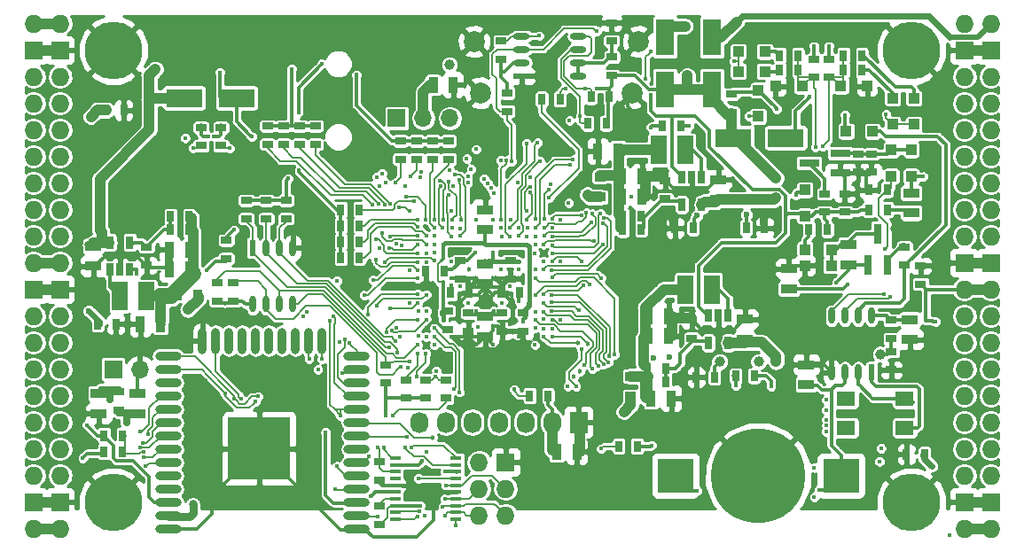
<source format=gbl>
G04 #@! TF.GenerationSoftware,KiCad,Pcbnew,5.0.0-rc2-dev-unknown+dfsg1+20180318-2*
G04 #@! TF.CreationDate,2018-05-23T15:33:37+02:00*
G04 #@! TF.ProjectId,ulx3s,756C7833732E6B696361645F70636200,rev?*
G04 #@! TF.SameCoordinates,Original*
G04 #@! TF.FileFunction,Copper,L4,Bot,Signal*
G04 #@! TF.FilePolarity,Positive*
%FSLAX46Y46*%
G04 Gerber Fmt 4.6, Leading zero omitted, Abs format (unit mm)*
G04 Created by KiCad (PCBNEW 5.0.0-rc2-dev-unknown+dfsg1+20180318-2) date Wed May 23 15:33:37 2018*
%MOMM*%
%LPD*%
G01*
G04 APERTURE LIST*
%ADD10R,1.500000X2.700000*%
%ADD11O,1.727200X1.727200*%
%ADD12R,1.727200X1.727200*%
%ADD13R,0.700000X1.200000*%
%ADD14C,5.500000*%
%ADD15R,1.000000X0.400000*%
%ADD16R,1.727200X2.032000*%
%ADD17O,1.727200X2.032000*%
%ADD18R,3.500000X3.300000*%
%ADD19C,9.000000*%
%ADD20R,0.600000X1.550000*%
%ADD21O,0.600000X1.550000*%
%ADD22O,2.500000X0.900000*%
%ADD23O,0.900000X2.500000*%
%ADD24R,6.000000X6.000000*%
%ADD25R,1.800000X1.400000*%
%ADD26R,0.970000X1.500000*%
%ADD27R,1.500000X0.970000*%
%ADD28R,0.670000X1.000000*%
%ADD29R,1.000000X0.670000*%
%ADD30C,2.000000*%
%ADD31R,1.000000X1.000000*%
%ADD32R,0.800000X1.900000*%
%ADD33R,1.900000X0.800000*%
%ADD34R,3.500000X1.800000*%
%ADD35R,1.800000X3.500000*%
%ADD36C,0.300000*%
%ADD37R,1.000000X0.845000*%
%ADD38R,0.845000X1.000000*%
%ADD39R,1.700000X1.700000*%
%ADD40O,1.700000X1.700000*%
%ADD41R,1.550000X0.600000*%
%ADD42O,1.550000X0.600000*%
%ADD43C,0.400000*%
%ADD44C,0.454000*%
%ADD45C,0.600000*%
%ADD46C,1.000000*%
%ADD47C,0.800000*%
%ADD48C,0.700000*%
%ADD49C,0.300000*%
%ADD50C,0.500000*%
%ADD51C,1.000000*%
%ADD52C,0.600000*%
%ADD53C,0.400000*%
%ADD54C,0.800000*%
%ADD55C,0.700000*%
%ADD56C,0.190000*%
%ADD57C,0.200000*%
%ADD58C,1.500000*%
%ADD59C,0.127000*%
%ADD60C,0.180000*%
%ADD61C,1.200000*%
%ADD62C,0.254000*%
G04 APERTURE END LIST*
D10*
X155060000Y-74755000D03*
X157600000Y-74755000D03*
X106165000Y-88725000D03*
X103625000Y-88725000D03*
X157600000Y-88090000D03*
X160140000Y-88090000D03*
D11*
X97910000Y-62690000D03*
X95370000Y-62690000D03*
D12*
X97910000Y-65230000D03*
X95370000Y-65230000D03*
D11*
X97910000Y-67770000D03*
X95370000Y-67770000D03*
X97910000Y-70310000D03*
X95370000Y-70310000D03*
X97910000Y-72850000D03*
X95370000Y-72850000D03*
X97910000Y-75390000D03*
X95370000Y-75390000D03*
X97910000Y-77930000D03*
X95370000Y-77930000D03*
X97910000Y-80470000D03*
X95370000Y-80470000D03*
X97910000Y-83010000D03*
X95370000Y-83010000D03*
X97910000Y-85550000D03*
X95370000Y-85550000D03*
D12*
X97910000Y-88090000D03*
X95370000Y-88090000D03*
D11*
X97910000Y-90630000D03*
X95370000Y-90630000D03*
X97910000Y-93170000D03*
X95370000Y-93170000D03*
X97910000Y-95710000D03*
X95370000Y-95710000D03*
X97910000Y-98250000D03*
X95370000Y-98250000D03*
X97910000Y-100790000D03*
X95370000Y-100790000D03*
X97910000Y-103330000D03*
X95370000Y-103330000D03*
X97910000Y-105870000D03*
X95370000Y-105870000D03*
D12*
X97910000Y-108410000D03*
X95370000Y-108410000D03*
D11*
X97910000Y-110950000D03*
X95370000Y-110950000D03*
D13*
X159825000Y-90600000D03*
X160775000Y-90600000D03*
X161725000Y-90600000D03*
X161725000Y-93200000D03*
X159825000Y-93200000D03*
X104575000Y-86215000D03*
X103625000Y-86215000D03*
X102675000Y-86215000D03*
X102675000Y-83615000D03*
X104575000Y-83615000D03*
X157285000Y-77392000D03*
X158235000Y-77392000D03*
X159185000Y-77392000D03*
X159185000Y-79992000D03*
X157285000Y-79992000D03*
D11*
X184270000Y-110950000D03*
X186810000Y-110950000D03*
D12*
X184270000Y-108410000D03*
X186810000Y-108410000D03*
D11*
X184270000Y-105870000D03*
X186810000Y-105870000D03*
X184270000Y-103330000D03*
X186810000Y-103330000D03*
X184270000Y-100790000D03*
X186810000Y-100790000D03*
X184270000Y-98250000D03*
X186810000Y-98250000D03*
X184270000Y-95710000D03*
X186810000Y-95710000D03*
X184270000Y-93170000D03*
X186810000Y-93170000D03*
X184270000Y-90630000D03*
X186810000Y-90630000D03*
X184270000Y-88090000D03*
X186810000Y-88090000D03*
D12*
X184270000Y-85550000D03*
X186810000Y-85550000D03*
D11*
X184270000Y-83010000D03*
X186810000Y-83010000D03*
X184270000Y-80470000D03*
X186810000Y-80470000D03*
X184270000Y-77930000D03*
X186810000Y-77930000D03*
X184270000Y-75390000D03*
X186810000Y-75390000D03*
X184270000Y-72850000D03*
X186810000Y-72850000D03*
X184270000Y-70310000D03*
X186810000Y-70310000D03*
X184270000Y-67770000D03*
X186810000Y-67770000D03*
D12*
X184270000Y-65230000D03*
X186810000Y-65230000D03*
D11*
X184270000Y-62690000D03*
X186810000Y-62690000D03*
D14*
X102990000Y-108410000D03*
X179190000Y-108410000D03*
X179190000Y-65230000D03*
X102990000Y-65230000D03*
D15*
X135735000Y-104215000D03*
X135735000Y-104865000D03*
X135735000Y-105515000D03*
X135735000Y-106165000D03*
X135735000Y-106815000D03*
X135735000Y-107465000D03*
X135735000Y-108115000D03*
X135735000Y-108765000D03*
X135735000Y-109415000D03*
X135735000Y-110065000D03*
X129935000Y-110065000D03*
X129935000Y-109415000D03*
X129935000Y-108765000D03*
X129935000Y-108115000D03*
X129935000Y-107465000D03*
X129935000Y-106815000D03*
X129935000Y-106165000D03*
X129935000Y-105515000D03*
X129935000Y-104865000D03*
X129935000Y-104215000D03*
D12*
X140455000Y-104600000D03*
D11*
X137915000Y-104600000D03*
X140455000Y-107140000D03*
X137915000Y-107140000D03*
X140455000Y-109680000D03*
X137915000Y-109680000D03*
D16*
X147440000Y-100790000D03*
D17*
X144900000Y-100790000D03*
X142360000Y-100790000D03*
X139820000Y-100790000D03*
X137280000Y-100790000D03*
X134740000Y-100790000D03*
X132200000Y-100790000D03*
D18*
X172485000Y-105870000D03*
X156685000Y-105870000D03*
D19*
X164585000Y-105870000D03*
D20*
X175395000Y-96015000D03*
D21*
X174125000Y-96015000D03*
X172855000Y-96015000D03*
X171585000Y-96015000D03*
X171585000Y-90615000D03*
X172855000Y-90615000D03*
X174125000Y-90615000D03*
X175395000Y-90615000D03*
D20*
X116325000Y-84120000D03*
D21*
X117595000Y-84120000D03*
X118865000Y-84120000D03*
X120135000Y-84120000D03*
X120135000Y-89520000D03*
X118865000Y-89520000D03*
X117595000Y-89520000D03*
X116325000Y-89520000D03*
D22*
X126230000Y-111000000D03*
X126230000Y-109730000D03*
X126230000Y-108460000D03*
X126230000Y-107190000D03*
X126230000Y-105920000D03*
X126230000Y-104650000D03*
X126230000Y-103380000D03*
X126230000Y-102110000D03*
X126230000Y-100840000D03*
X126230000Y-99570000D03*
X126230000Y-98300000D03*
X126230000Y-97030000D03*
X126230000Y-95760000D03*
X126230000Y-94490000D03*
D23*
X122945000Y-93000000D03*
X121675000Y-93000000D03*
X120405000Y-93000000D03*
X119135000Y-93000000D03*
X117865000Y-93000000D03*
X116595000Y-93000000D03*
X115325000Y-93000000D03*
X114055000Y-93000000D03*
X112785000Y-93000000D03*
X111515000Y-93000000D03*
D22*
X108230000Y-94490000D03*
X108230000Y-95760000D03*
X108230000Y-97030000D03*
X108230000Y-98300000D03*
X108230000Y-99570000D03*
X108230000Y-100840000D03*
X108230000Y-102110000D03*
X108230000Y-103380000D03*
X108230000Y-104650000D03*
X108230000Y-105920000D03*
X108230000Y-107190000D03*
X108230000Y-108460000D03*
X108230000Y-109730000D03*
X108230000Y-111000000D03*
D24*
X116930000Y-103300000D03*
D25*
X178576000Y-98522000D03*
X172976000Y-98522000D03*
X172976000Y-101322000D03*
X178576000Y-101322000D03*
D26*
X133546000Y-68550000D03*
X135456000Y-68550000D03*
D27*
X101085000Y-83960000D03*
X101085000Y-85870000D03*
D28*
X153985000Y-96910000D03*
X155735000Y-96910000D03*
D26*
X156015000Y-90630000D03*
X154105000Y-90630000D03*
X154105000Y-92535000D03*
X156015000Y-92535000D03*
D27*
X163315000Y-90945000D03*
X163315000Y-92855000D03*
D28*
X151645000Y-82375000D03*
X153395000Y-82375000D03*
D26*
X153475000Y-79200000D03*
X151565000Y-79200000D03*
X153475000Y-77295000D03*
X151565000Y-77295000D03*
D27*
X160775000Y-79520000D03*
X160775000Y-77610000D03*
D28*
X108465000Y-81105000D03*
X110215000Y-81105000D03*
D26*
X108385000Y-84280000D03*
X110295000Y-84280000D03*
X110295000Y-86185000D03*
X108385000Y-86185000D03*
D27*
X173221000Y-83833000D03*
X173221000Y-85743000D03*
D29*
X175380000Y-76900000D03*
X175380000Y-75150000D03*
D27*
X105276000Y-99967000D03*
X105276000Y-98057000D03*
X167506000Y-88029000D03*
X167506000Y-86119000D03*
X138500000Y-90665000D03*
X138500000Y-92575000D03*
D29*
X150589600Y-64359000D03*
X150589600Y-62609000D03*
D27*
X138500000Y-82375000D03*
X138500000Y-80465000D03*
X138500000Y-87575000D03*
X138500000Y-85665000D03*
X101593000Y-99967000D03*
X101593000Y-98057000D03*
D26*
X154359000Y-98504000D03*
X156269000Y-98504000D03*
X105591000Y-91392000D03*
X107501000Y-91392000D03*
X151189000Y-74882000D03*
X149279000Y-74882000D03*
D29*
X140900000Y-87095000D03*
X140900000Y-85345000D03*
X136100000Y-87095000D03*
X136100000Y-85345000D03*
X136900000Y-92095000D03*
X136900000Y-90345000D03*
X140100000Y-90345000D03*
X140100000Y-92095000D03*
X142100000Y-92095000D03*
X142100000Y-90345000D03*
X134900000Y-90145000D03*
X134900000Y-91895000D03*
D28*
X135225000Y-88420000D03*
X136975000Y-88420000D03*
X140025000Y-88420000D03*
X141775000Y-88420000D03*
X163425000Y-82220000D03*
X165175000Y-82220000D03*
X158375000Y-82220000D03*
X156625000Y-82220000D03*
D29*
X177300000Y-94025000D03*
X177300000Y-95775000D03*
D26*
X145342000Y-103584000D03*
X147252000Y-103584000D03*
D28*
X103995000Y-70963000D03*
X102245000Y-70963000D03*
X103245000Y-91410000D03*
X101495000Y-91410000D03*
D29*
X180094000Y-87586000D03*
X180094000Y-85836000D03*
D28*
X180473000Y-103856000D03*
X178723000Y-103856000D03*
X158645000Y-96490000D03*
X160395000Y-96490000D03*
X132827200Y-86330000D03*
X134577200Y-86330000D03*
D27*
X169172000Y-95281000D03*
X169172000Y-97191000D03*
X179190000Y-80790000D03*
X179190000Y-78880000D03*
D30*
X152546000Y-69312000D03*
X138046000Y-69312000D03*
X153146000Y-64412000D03*
X137446000Y-64412000D03*
D31*
X169050000Y-84280000D03*
X171550000Y-84280000D03*
X169030000Y-78585000D03*
X169030000Y-81085000D03*
X171550000Y-85804000D03*
X169050000Y-85804000D03*
X179190000Y-74775000D03*
X179190000Y-77275000D03*
X177285000Y-77275000D03*
X177285000Y-74775000D03*
X172987000Y-72977000D03*
X175487000Y-72977000D03*
X164585000Y-69060000D03*
X164585000Y-71560000D03*
X168756000Y-68659000D03*
X166256000Y-68659000D03*
X174979000Y-68659000D03*
X172479000Y-68659000D03*
X165200000Y-67262000D03*
X162700000Y-67262000D03*
X162700000Y-65357000D03*
X165200000Y-65357000D03*
X177412000Y-72322000D03*
X177412000Y-69822000D03*
X179444000Y-69822000D03*
X179444000Y-72322000D03*
D32*
X176015000Y-82780000D03*
X175065000Y-85780000D03*
X176965000Y-85780000D03*
D33*
X172435000Y-75075000D03*
X172435000Y-76975000D03*
X169435000Y-76025000D03*
D34*
X114761000Y-69802000D03*
X109761000Y-69802000D03*
X167212000Y-73612000D03*
X162212000Y-73612000D03*
D35*
X155695000Y-69000000D03*
X155695000Y-64000000D03*
X160140000Y-69000000D03*
X160140000Y-64000000D03*
D36*
X182888000Y-111603000D03*
D29*
X113277000Y-74360000D03*
X113277000Y-72610000D03*
X111372000Y-72610000D03*
X111372000Y-74360000D03*
D28*
X155455000Y-72487000D03*
X157205000Y-72487000D03*
D29*
X171316000Y-66090000D03*
X171316000Y-67840000D03*
X169919000Y-67840000D03*
X169919000Y-66090000D03*
D28*
X174477000Y-65738000D03*
X172727000Y-65738000D03*
D29*
X128390000Y-106321000D03*
X128390000Y-104571000D03*
X117722000Y-72483000D03*
X117722000Y-74233000D03*
X119246000Y-74233000D03*
X119246000Y-72483000D03*
X120770000Y-72483000D03*
X120770000Y-74233000D03*
X122294000Y-74233000D03*
X122294000Y-72483000D03*
D28*
X145655000Y-69900000D03*
X143905000Y-69900000D03*
D37*
X152393000Y-96398500D03*
X152393000Y-98323500D03*
D38*
X111064500Y-88598000D03*
X109139500Y-88598000D03*
D37*
X149472000Y-77348500D03*
X149472000Y-79273500D03*
D39*
X102990000Y-95710000D03*
D40*
X105530000Y-95710000D03*
D39*
X130056000Y-71725000D03*
D40*
X132596000Y-71725000D03*
X135136000Y-71725000D03*
D28*
X166631000Y-65738000D03*
X168381000Y-65738000D03*
X124721000Y-85060000D03*
X126471000Y-85060000D03*
X126471000Y-83536000D03*
X124721000Y-83536000D03*
X126471000Y-82012000D03*
X124721000Y-82012000D03*
X124721000Y-80470000D03*
X126471000Y-80470000D03*
D29*
X130422000Y-73898000D03*
X130422000Y-75648000D03*
X131961000Y-75648000D03*
X131961000Y-73898000D03*
X133485000Y-73898000D03*
X133485000Y-75648000D03*
X135009000Y-75648000D03*
X135009000Y-73898000D03*
X113785000Y-83405000D03*
X113785000Y-85155000D03*
D28*
X151264000Y-103076000D03*
X153014000Y-103076000D03*
X164190000Y-96345000D03*
X162440000Y-96345000D03*
D29*
X178555000Y-85790000D03*
X178555000Y-84040000D03*
X112896000Y-89219000D03*
X112896000Y-87469000D03*
X170935000Y-80710000D03*
X170935000Y-78960000D03*
D28*
X103865000Y-102060000D03*
X102115000Y-102060000D03*
D29*
X114420000Y-89219000D03*
X114420000Y-87469000D03*
D28*
X171175000Y-82375000D03*
X169425000Y-82375000D03*
D29*
X172840000Y-80710000D03*
X172840000Y-78960000D03*
X162045000Y-69435000D03*
X162045000Y-71185000D03*
D28*
X175140000Y-80470000D03*
X176890000Y-80470000D03*
D29*
X174110000Y-75150000D03*
X174110000Y-76900000D03*
X128390000Y-110555000D03*
X128390000Y-108805000D03*
X119500000Y-79595000D03*
X119500000Y-81345000D03*
D28*
X176890000Y-78565000D03*
X175140000Y-78565000D03*
D29*
X140025500Y-66105000D03*
X140025500Y-64355000D03*
X140597000Y-71076000D03*
X140597000Y-69326000D03*
X150615000Y-65897000D03*
X150615000Y-67647000D03*
D28*
X150050000Y-72215000D03*
X148300000Y-72215000D03*
X150362000Y-69693000D03*
X148612000Y-69693000D03*
D29*
X129025000Y-95300000D03*
X129025000Y-97050000D03*
X117595000Y-79595000D03*
X117595000Y-81345000D03*
X115690000Y-81345000D03*
X115690000Y-79595000D03*
D28*
X142755000Y-98250000D03*
X144505000Y-98250000D03*
D29*
X132835000Y-98490000D03*
X132835000Y-96740000D03*
X130930000Y-96740000D03*
X130930000Y-98490000D03*
D28*
X103865000Y-103600000D03*
X102115000Y-103600000D03*
D29*
X103498000Y-99633000D03*
X103498000Y-97883000D03*
X134740000Y-96740000D03*
X134740000Y-98490000D03*
D28*
X166631000Y-67135000D03*
X168381000Y-67135000D03*
X172725000Y-67120000D03*
X174475000Y-67120000D03*
X155735000Y-95640000D03*
X153985000Y-95640000D03*
X108465000Y-82375000D03*
X110215000Y-82375000D03*
X153395000Y-81105000D03*
X151645000Y-81105000D03*
D29*
X158235000Y-91025000D03*
X158235000Y-92775000D03*
X106165000Y-85790000D03*
X106165000Y-84040000D03*
X155695000Y-77690000D03*
X155695000Y-79440000D03*
D41*
X141980000Y-67706500D03*
D42*
X141980000Y-66436500D03*
X141980000Y-65166500D03*
X141980000Y-63896500D03*
X147380000Y-63896500D03*
X147380000Y-65166500D03*
X147380000Y-66436500D03*
X147380000Y-67706500D03*
D27*
X179078000Y-90963000D03*
X179078000Y-92873000D03*
D29*
X177300000Y-92793000D03*
X177300000Y-91043000D03*
D43*
X124632693Y-93120351D03*
X141742847Y-69038361D03*
X152408000Y-72169500D03*
X138480000Y-92600000D03*
X140080000Y-92600000D03*
X135280000Y-87000000D03*
X145687392Y-90996646D03*
D44*
X141675979Y-86986521D03*
D43*
X140876932Y-84552536D03*
X132882184Y-84635369D03*
X132879996Y-82103336D03*
X140922639Y-81447441D03*
X177287984Y-96778661D03*
D45*
X152510125Y-81695229D03*
D43*
X131264297Y-86227110D03*
X173856000Y-71538990D03*
D46*
X164947008Y-63194069D03*
X175494572Y-64322557D03*
D43*
X135342764Y-89381630D03*
X144103496Y-84660400D03*
D46*
X177658444Y-82281349D03*
D43*
X145680000Y-81405125D03*
X145691238Y-94166752D03*
D46*
X162956098Y-95078488D03*
X158539988Y-94868772D03*
D45*
X161075765Y-80992022D03*
X164882869Y-80938986D03*
X156262773Y-81349374D03*
D43*
X149169500Y-68867500D03*
D45*
X123437000Y-108972000D03*
D43*
X135281276Y-80583119D03*
X131279502Y-89407325D03*
X170309539Y-85441529D03*
X145672808Y-85396062D03*
X133216000Y-107465000D03*
X137680000Y-88600000D03*
X142480000Y-95000000D03*
X141680000Y-92600000D03*
X135284627Y-94985297D03*
X135288625Y-94225619D03*
X134455822Y-94267172D03*
X136095958Y-93369652D03*
D44*
X139264636Y-91615205D03*
D46*
X116880503Y-64802940D03*
X106974809Y-64953974D03*
D43*
X140874194Y-91433353D03*
X142480000Y-94200000D03*
X140880000Y-93400000D03*
X139280000Y-93400000D03*
X137680000Y-93400000D03*
X136880000Y-92600000D03*
X135280000Y-92600000D03*
X132880000Y-91800000D03*
X132880000Y-93400000D03*
D44*
X139280000Y-87000000D03*
X137680000Y-87000000D03*
X136080000Y-84600000D03*
X139280000Y-88600000D03*
D46*
X166275426Y-77459534D03*
X107021491Y-67043629D03*
D43*
X172047074Y-87438453D03*
D46*
X166255545Y-79350736D03*
X157807568Y-67669269D03*
X101707889Y-82423180D03*
X166284693Y-95025145D03*
X157600000Y-62944000D03*
D43*
X119692151Y-77494120D03*
X135263000Y-87727000D03*
X141740000Y-89250994D03*
D45*
X156091000Y-94585000D03*
D43*
X140032430Y-67286930D03*
X137803000Y-91664000D03*
D45*
X181155918Y-104980708D03*
D43*
X171089123Y-98665996D03*
X171089123Y-99619659D03*
D46*
X135105588Y-66616618D03*
D43*
X181491000Y-91156000D03*
X113660608Y-89375718D03*
D46*
X148268387Y-79050018D03*
D43*
X114513935Y-82409431D03*
X109840000Y-73620000D03*
X132110753Y-92527478D03*
X165803369Y-97344883D03*
D46*
X160905403Y-95006436D03*
D45*
X158731133Y-81048929D03*
X154593901Y-94607945D03*
D46*
X164625730Y-94982471D03*
D45*
X163462982Y-80942429D03*
D46*
X176254940Y-94288458D03*
D47*
X110593913Y-108636458D03*
D43*
X180340784Y-77316932D03*
X173137949Y-87594275D03*
D48*
X102710050Y-98594954D03*
D43*
X129005202Y-100174798D03*
X176305593Y-103279812D03*
X100080000Y-104200000D03*
X139272517Y-84611349D03*
X141680000Y-86200000D03*
X132880000Y-92600000D03*
X141680000Y-85400000D03*
X121494155Y-90235621D03*
X130019546Y-91732979D03*
X121166000Y-90648000D03*
X130384540Y-92584728D03*
X146394787Y-97333919D03*
X143300000Y-86220000D03*
X144891603Y-91881937D03*
X147175985Y-97333919D03*
X147700000Y-93820000D03*
X142107219Y-91201016D03*
D46*
X110128890Y-90028152D03*
D43*
X142480000Y-83800000D03*
X134480000Y-83800000D03*
X134480000Y-91000000D03*
X154313000Y-69502500D03*
X120664983Y-71227362D03*
X122926177Y-66532317D03*
X105245010Y-86595559D03*
X162441000Y-97270000D03*
X157996000Y-72487000D03*
X169517039Y-69686488D03*
X170411010Y-107286196D03*
X158716651Y-107325176D03*
X136050273Y-97914229D03*
X128216338Y-109760338D03*
X132708000Y-109680000D03*
X134750646Y-106810513D03*
X133680000Y-91800000D03*
X135517000Y-97633000D03*
X134675868Y-108131585D03*
D44*
X133449289Y-102232615D03*
D43*
X133680000Y-92600000D03*
X132928488Y-103601340D03*
X127419091Y-104077728D03*
X133685482Y-93402296D03*
X134463998Y-108841973D03*
X131986331Y-96404793D03*
X131039072Y-102187000D03*
X134636872Y-109719950D03*
X132846234Y-94197073D03*
X176700000Y-84220000D03*
X143260000Y-84620000D03*
X120739932Y-76694083D03*
X126204504Y-67585368D03*
X148090000Y-68867500D03*
X147582000Y-71534498D03*
X127810351Y-87182069D03*
X121687479Y-94718249D03*
X132083026Y-86260405D03*
X116569594Y-98828850D03*
X113700000Y-98020000D03*
X122932649Y-94724357D03*
X124849021Y-96102869D03*
X122527919Y-95725900D03*
X113157250Y-67343629D03*
X116198000Y-73474420D03*
X127586603Y-107875044D03*
X146233418Y-68946082D03*
X131453853Y-103208291D03*
X149787294Y-81774991D03*
X144080000Y-86200000D03*
X149553145Y-86989440D03*
X144894316Y-86977564D03*
X144896700Y-83863953D03*
X149527221Y-80838006D03*
D44*
X147343891Y-93217126D03*
D43*
X144113248Y-92588762D03*
X149853189Y-81252115D03*
X144875155Y-86292748D03*
X144916886Y-83019942D03*
X148696112Y-80861847D03*
D44*
X148349010Y-93322307D03*
D43*
X144882352Y-92577990D03*
X144902941Y-91037926D03*
X148747982Y-95669626D03*
X144867244Y-90193915D03*
X149795895Y-95251084D03*
X144856756Y-89349904D03*
X150278898Y-95040253D03*
X150345974Y-94517527D03*
X144877648Y-88622010D03*
X150889207Y-94332565D03*
X143280000Y-87000000D03*
X129972715Y-93035096D03*
X131084713Y-95564177D03*
X130422000Y-95456000D03*
X131316164Y-94959140D03*
X130123373Y-94122671D03*
X132031990Y-93400000D03*
X129362027Y-93645784D03*
X141280657Y-97642010D03*
X133852393Y-95875797D03*
X133762848Y-96395146D03*
X132080000Y-94200000D03*
X128452683Y-84116867D03*
X105890482Y-103613569D03*
X129449238Y-89937935D03*
X130839477Y-103208987D03*
X132075624Y-89410644D03*
X128806823Y-103185900D03*
X128136791Y-89611518D03*
X132162861Y-106185868D03*
X132880000Y-88600000D03*
X126970181Y-88659309D03*
X124322162Y-105002357D03*
X132080000Y-87000000D03*
X125525099Y-93236764D03*
X124202418Y-107207639D03*
X110599084Y-74589383D03*
X132024412Y-109766775D03*
X114104080Y-74612196D03*
X132219727Y-109277292D03*
X115190634Y-98572389D03*
X131677570Y-79697994D03*
X132088008Y-81408008D03*
X132079995Y-82103334D03*
X132872609Y-82947347D03*
X133664491Y-81414685D03*
X133648389Y-82190597D03*
X131353451Y-77264702D03*
X129920953Y-77910818D03*
X129568570Y-92005655D03*
X132880000Y-91000000D03*
X129055731Y-92162718D03*
X132077338Y-91002010D03*
X131265176Y-80621782D03*
X130272149Y-80238214D03*
X128091794Y-85277024D03*
X132089786Y-85479378D03*
X146565997Y-71979003D03*
X134250176Y-78253806D03*
X163703220Y-71542164D03*
X134433979Y-82180155D03*
X135656559Y-110610712D03*
X149577281Y-103320847D03*
X132468001Y-104503413D03*
D48*
X104260000Y-100790000D03*
D43*
X114560994Y-98539563D03*
X116800000Y-98320000D03*
X111895217Y-86253790D03*
X169934000Y-107920000D03*
X169934000Y-105126000D03*
X170026483Y-74485017D03*
X142571021Y-82204353D03*
X143287402Y-83042010D03*
X154425580Y-102987766D03*
X168166438Y-79108038D03*
X112614274Y-73474420D03*
X112074854Y-73474420D03*
X176185734Y-104520755D03*
X143269694Y-93414905D03*
X171089123Y-101653244D03*
X143280000Y-91800000D03*
X171089123Y-101086833D03*
X144064831Y-91877646D03*
X171089123Y-100559822D03*
X144080000Y-90956495D03*
X135315381Y-82193851D03*
X135414395Y-78229653D03*
X135129679Y-76730134D03*
X136124555Y-82260038D03*
X135587699Y-77140701D03*
X136080000Y-83000000D03*
X142785835Y-77341923D03*
X170739071Y-74406366D03*
X142460000Y-83020000D03*
X143280000Y-83800000D03*
X169919000Y-64849000D03*
X171316000Y-64849000D03*
X125110333Y-92897638D03*
X182888000Y-111603000D03*
X124361185Y-87274371D03*
X124361184Y-87274370D03*
X172853718Y-71407275D03*
X166353476Y-70835462D03*
X123273881Y-101715917D03*
X129660000Y-100155000D03*
X128247798Y-103208979D03*
X127301115Y-90454353D03*
X132084049Y-88558274D03*
X120008000Y-67008000D03*
X129437600Y-79946788D03*
X133680000Y-83000000D03*
X128908575Y-79985477D03*
X133680000Y-83800000D03*
X128328791Y-79953099D03*
X130487935Y-83869856D03*
X133623139Y-85366416D03*
X127749884Y-79991140D03*
X128913013Y-85505853D03*
X129992018Y-83691508D03*
X136080000Y-87800000D03*
X137624890Y-90122896D03*
X139322319Y-90164039D03*
X140080000Y-89400000D03*
X136880000Y-89400000D03*
X140896226Y-87816226D03*
D44*
X136938110Y-86196311D03*
D43*
X140014602Y-86192969D03*
D46*
X151758000Y-99774000D03*
D43*
X135021320Y-79024950D03*
X135280000Y-83022010D03*
X154298000Y-72596000D03*
X100450000Y-101044000D03*
X132285867Y-108754446D03*
X134707351Y-105508447D03*
X139280000Y-81400000D03*
X139314656Y-78918689D03*
X139039938Y-78419090D03*
X138722927Y-77981589D03*
X138405916Y-77551542D03*
X137625200Y-74696800D03*
X137680000Y-81400000D03*
X136742593Y-75579407D03*
X137174375Y-76624866D03*
X136863200Y-77287600D03*
X136894606Y-77861070D03*
X136048819Y-77645502D03*
X136233339Y-81437235D03*
X135359567Y-81395445D03*
X135034780Y-77831198D03*
X134508502Y-81406751D03*
X134177298Y-77721089D03*
D44*
X146942280Y-96452058D03*
X147534467Y-95913260D03*
D43*
X147928857Y-95339016D03*
X143322010Y-91000657D03*
X149284391Y-95377990D03*
X144077013Y-90266968D03*
X147430953Y-90112484D03*
X144076240Y-89395301D03*
X143322010Y-90201951D03*
X147910791Y-87683418D03*
X144082832Y-88584510D03*
X148483539Y-87623462D03*
X143322010Y-88595030D03*
X144102010Y-85397219D03*
X144889349Y-85448737D03*
X147687390Y-85374093D03*
X144912409Y-84657964D03*
X149732494Y-83807694D03*
X148921512Y-83442010D03*
X144103186Y-83777990D03*
X144131413Y-83000000D03*
X148610661Y-81705858D03*
X144888125Y-82175931D03*
X144176662Y-82199998D03*
X148175253Y-80781550D03*
X144887777Y-81331919D03*
X147688311Y-80983115D03*
X142450323Y-81420000D03*
X142811300Y-78846033D03*
X142784407Y-78283067D03*
X142460000Y-80620000D03*
X144138346Y-81383767D03*
X144606344Y-78517346D03*
X144791531Y-78023942D03*
X146587441Y-76174058D03*
X143332651Y-82197990D03*
X146909804Y-75707894D03*
X143294334Y-81377293D03*
X143708879Y-75817300D03*
X141727010Y-82998875D03*
X141727010Y-82194937D03*
X140028978Y-82200000D03*
X141624813Y-77914503D03*
X142436989Y-74138000D03*
X140861329Y-83041266D03*
X143518000Y-74074500D03*
X140872990Y-82177164D03*
X132309031Y-77342560D03*
X132428734Y-76829323D03*
X128644933Y-77015661D03*
X128152012Y-77332672D03*
X128446805Y-78179514D03*
X128961752Y-77878818D03*
X130878594Y-78253288D03*
X132820479Y-81400981D03*
X130952639Y-79249008D03*
X129458086Y-83004065D03*
X132079024Y-82947345D03*
X105572759Y-101661319D03*
X132881746Y-83791358D03*
X128691780Y-82737217D03*
X106276126Y-101893466D03*
X105840996Y-102767214D03*
X129302562Y-84153497D03*
X132083682Y-83791356D03*
X128062071Y-83328884D03*
X105553144Y-103208669D03*
X132092886Y-84635367D03*
X105847765Y-104138847D03*
X133671942Y-84595200D03*
X132896883Y-85469380D03*
X106088753Y-104974041D03*
X123709657Y-91064721D03*
X124707442Y-100126977D03*
X132900000Y-90180000D03*
X124015020Y-90635192D03*
X132100000Y-90157990D03*
X139992737Y-75748003D03*
X162271466Y-66284958D03*
X140028978Y-81400000D03*
X140517734Y-75793988D03*
X176797084Y-71341791D03*
X154313000Y-65375000D03*
X153805000Y-67996270D03*
X176605426Y-88507160D03*
X152497066Y-79193467D03*
X146481406Y-79819384D03*
X143650666Y-63862520D03*
X177211069Y-88764025D03*
X141042112Y-75846610D03*
X140060000Y-83020000D03*
X149134122Y-63424051D03*
X144606344Y-79361357D03*
D46*
X100855891Y-71574861D03*
D43*
X135280000Y-85400000D03*
D45*
X100652119Y-90162239D03*
D43*
X137550785Y-84577294D03*
X135280000Y-86200000D03*
D49*
X152154000Y-69704000D02*
X152154000Y-70610213D01*
X152154000Y-70610213D02*
X152408000Y-70864213D01*
X152408000Y-70864213D02*
X152408000Y-72169500D01*
X152903398Y-83282000D02*
X152510125Y-82888727D01*
X154588000Y-83282000D02*
X152903398Y-83282000D01*
X152510125Y-82888727D02*
X152510125Y-82119493D01*
X155650000Y-82220000D02*
X154588000Y-83282000D01*
X156262773Y-81349374D02*
X156262773Y-81932773D01*
X156550000Y-82220000D02*
X155650000Y-82220000D01*
X156262773Y-81932773D02*
X156550000Y-82220000D01*
X152510125Y-82119493D02*
X152510125Y-81695229D01*
X169172000Y-95193500D02*
X170763500Y-95193500D01*
X170763500Y-95193500D02*
X171585000Y-96015000D01*
D50*
X136188509Y-87050148D02*
X136609374Y-87050148D01*
X136609374Y-87050148D02*
X136850000Y-87290774D01*
X136850000Y-87290774D02*
X136850000Y-88027041D01*
D49*
X135280000Y-87000000D02*
X136070000Y-87000000D01*
X136070000Y-87000000D02*
X136100000Y-86970000D01*
X141662500Y-87000000D02*
X141675979Y-86986521D01*
X139280000Y-87000000D02*
X141662500Y-87000000D01*
X141354953Y-86986521D02*
X141675979Y-86986521D01*
X140773938Y-86994997D02*
X140782414Y-86986521D01*
X140782414Y-86986521D02*
X141354953Y-86986521D01*
X133680000Y-91000000D02*
X132880000Y-91800000D01*
X134450000Y-91770000D02*
X133680000Y-91000000D01*
X134900000Y-91770000D02*
X134450000Y-91770000D01*
X177300000Y-95850000D02*
X177300000Y-96766645D01*
X177300000Y-96766645D02*
X177287984Y-96778661D01*
X139163860Y-75537864D02*
X137472985Y-77228739D01*
X139163860Y-73733860D02*
X139163860Y-75537864D01*
X137472985Y-77228739D02*
X137472985Y-78092985D01*
X137680000Y-71550000D02*
X137680000Y-72250000D01*
X137680000Y-72250000D02*
X139163860Y-73733860D01*
X138500000Y-79120000D02*
X138500000Y-80170000D01*
X137472985Y-78092985D02*
X138500000Y-79120000D01*
X105276000Y-97762000D02*
X105276000Y-95964000D01*
X105276000Y-95964000D02*
X105530000Y-95710000D01*
X138500000Y-87870000D02*
X137137029Y-87870000D01*
X137137029Y-87870000D02*
X136979988Y-88027041D01*
X136979988Y-88027041D02*
X136850000Y-88027041D01*
X140150000Y-88420000D02*
X140150000Y-87836000D01*
X140150000Y-87836000D02*
X140150000Y-87618935D01*
X138500000Y-87870000D02*
X140116000Y-87870000D01*
X140116000Y-87870000D02*
X140150000Y-87836000D01*
X139280000Y-88600000D02*
X139230000Y-88600000D01*
X139230000Y-88600000D02*
X138500000Y-87870000D01*
X137680000Y-88600000D02*
X137770000Y-88600000D01*
X137770000Y-88600000D02*
X138500000Y-87870000D01*
D51*
X147547000Y-103584000D02*
X147547000Y-100897000D01*
D49*
X147547000Y-100897000D02*
X147440000Y-100790000D01*
X175494572Y-64322557D02*
X166075496Y-64322557D01*
X166075496Y-64322557D02*
X165447007Y-63694068D01*
X165447007Y-63694068D02*
X164947008Y-63194069D01*
X164882869Y-80938986D02*
X164882869Y-81852869D01*
X164882869Y-81852869D02*
X165250000Y-82220000D01*
X139264636Y-91615205D02*
X139745205Y-91615205D01*
X139745205Y-91615205D02*
X140100000Y-91970000D01*
D50*
X140150000Y-88420000D02*
X140150000Y-87606614D01*
X140150000Y-87606614D02*
X139543386Y-87000000D01*
D49*
X139543386Y-87000000D02*
X139280000Y-87000000D01*
D50*
X140150000Y-87618935D02*
X140773938Y-86994997D01*
D49*
X137680000Y-87000000D02*
X137680000Y-87050000D01*
X137680000Y-87050000D02*
X138500000Y-87870000D01*
X139280000Y-87000000D02*
X139280000Y-87090000D01*
X139280000Y-87090000D02*
X138500000Y-87870000D01*
X140150000Y-88420000D02*
X141150000Y-89420000D01*
X140150000Y-88420000D02*
X139460000Y-88420000D01*
X139460000Y-88420000D02*
X139280000Y-88600000D01*
X137680000Y-87000000D02*
X137680000Y-87298789D01*
D50*
X137680000Y-87298789D02*
X136850000Y-88128789D01*
D49*
X136850000Y-88128789D02*
X136850000Y-88420000D01*
X136110990Y-86995403D02*
X136110990Y-87288031D01*
X136850000Y-88027041D02*
X136850000Y-88420000D01*
X136110990Y-86995403D02*
X137675403Y-86995403D01*
X137675403Y-86995403D02*
X137680000Y-87000000D01*
X135850000Y-90220000D02*
X135850000Y-89545000D01*
X135850000Y-89545000D02*
X136795000Y-88600000D01*
X136795000Y-88600000D02*
X137397158Y-88600000D01*
X137397158Y-88600000D02*
X137680000Y-88600000D01*
X173236000Y-86249527D02*
X173236000Y-85758000D01*
X172047074Y-87438453D02*
X173236000Y-86249527D01*
X173236000Y-85758000D02*
X173221000Y-85743000D01*
X173221000Y-85743000D02*
X175028000Y-85743000D01*
X175028000Y-85743000D02*
X175065000Y-85780000D01*
D51*
X166245264Y-79350736D02*
X166076000Y-79520000D01*
X166255545Y-79350736D02*
X166245264Y-79350736D01*
X166076000Y-79520000D02*
X160775000Y-79520000D01*
D49*
X160742000Y-79520000D02*
X160536000Y-79726000D01*
X160775000Y-79520000D02*
X160742000Y-79520000D01*
D51*
X160536000Y-79726000D02*
X159451000Y-79726000D01*
X159451000Y-79726000D02*
X159185000Y-79992000D01*
D49*
X150249000Y-69806000D02*
X150249000Y-72016000D01*
X150249000Y-72016000D02*
X150050000Y-72215000D01*
X150362000Y-69693000D02*
X150249000Y-69806000D01*
X150615000Y-67647000D02*
X152770962Y-67647000D01*
X152770962Y-67647000D02*
X154123962Y-69000000D01*
X150362000Y-68881500D02*
X150615000Y-68628500D01*
X150615000Y-68628500D02*
X150615000Y-67647000D01*
X154123962Y-69000000D02*
X155695000Y-69000000D01*
X149452342Y-68867500D02*
X150376000Y-68867500D01*
X150362000Y-68881500D02*
X150376000Y-68867500D01*
X150362000Y-69693000D02*
X150362000Y-68881500D01*
X149169500Y-68867500D02*
X149452342Y-68867500D01*
X133415999Y-107664999D02*
X133216000Y-107465000D01*
X133612013Y-107861013D02*
X133415999Y-107664999D01*
X131991648Y-111780338D02*
X133612013Y-110159973D01*
X127810434Y-111780338D02*
X131991648Y-111780338D01*
X133612013Y-110159973D02*
X133612013Y-107861013D01*
X127060434Y-111030338D02*
X127810434Y-111780338D01*
X126260434Y-111030338D02*
X127060434Y-111030338D01*
D51*
X184270000Y-108410000D02*
X186810000Y-108410000D01*
X184270000Y-85550000D02*
X186810000Y-85550000D01*
X184270000Y-65230000D02*
X186810000Y-65230000D01*
X95370000Y-65230000D02*
X97910000Y-65230000D01*
X95370000Y-88090000D02*
X97910000Y-88090000D01*
X95370000Y-108410000D02*
X97910000Y-108410000D01*
D49*
X108260434Y-111030338D02*
X109060434Y-111030338D01*
X109060434Y-111030338D02*
X109140772Y-110950000D01*
X110957617Y-110950000D02*
X112380000Y-109527617D01*
X109140772Y-110950000D02*
X110957617Y-110950000D01*
X112380000Y-109527617D02*
X112380000Y-107854384D01*
X112380000Y-107854384D02*
X116904046Y-103330338D01*
X116904046Y-103330338D02*
X116960434Y-103330338D01*
X167506000Y-85824000D02*
X169927068Y-85824000D01*
X169927068Y-85824000D02*
X170109540Y-85641528D01*
X170109540Y-85641528D02*
X170309539Y-85441529D01*
X133216000Y-107465000D02*
X132214478Y-107465000D01*
X135735000Y-107465000D02*
X133216000Y-107465000D01*
X132214478Y-107465000D02*
X131572496Y-106823018D01*
X131572496Y-106823018D02*
X129919874Y-106823018D01*
X126260434Y-111030338D02*
X124660659Y-111030338D01*
X124660659Y-111030338D02*
X116960659Y-103330338D01*
X116960659Y-103330338D02*
X116960434Y-103330338D01*
X129935000Y-106815000D02*
X128659000Y-106815000D01*
X128659000Y-106815000D02*
X128390000Y-106546000D01*
X128390000Y-106546000D02*
X128558000Y-106546000D01*
X136126306Y-93400000D02*
X136095958Y-93369652D01*
X136880000Y-92600000D02*
X136110348Y-93369652D01*
X136049652Y-93369652D02*
X136095958Y-93369652D01*
X137680000Y-93400000D02*
X136126306Y-93400000D01*
X135280000Y-92600000D02*
X136049652Y-93369652D01*
X136110348Y-93369652D02*
X136095958Y-93369652D01*
X139264636Y-92054364D02*
X139264636Y-91936231D01*
X139264636Y-91936231D02*
X139264636Y-91615205D01*
X138550000Y-92769000D02*
X139264636Y-92054364D01*
X136880000Y-92600000D02*
X137680000Y-93400000D01*
X136880000Y-92600000D02*
X138381000Y-92600000D01*
X138381000Y-92600000D02*
X138550000Y-92769000D01*
X135280000Y-92600000D02*
X136880000Y-92600000D01*
X138550000Y-92769000D02*
X138649000Y-92769000D01*
X138649000Y-92769000D02*
X139280000Y-93400000D01*
X138550000Y-92769000D02*
X138311000Y-92769000D01*
X138311000Y-92769000D02*
X137680000Y-93400000D01*
X102210000Y-84915000D02*
X103625000Y-84915000D01*
X103625000Y-84915000D02*
X105215000Y-84915000D01*
X103625000Y-86215000D02*
X103625000Y-84915000D01*
X105215000Y-84915000D02*
X106165000Y-85865000D01*
X106165000Y-85865000D02*
X106165000Y-86015000D01*
X101085000Y-86165000D02*
X101085000Y-86040000D01*
X101085000Y-86040000D02*
X102210000Y-84915000D01*
X106165000Y-86015000D02*
X107920000Y-86015000D01*
X107920000Y-86015000D02*
X108090000Y-86185000D01*
D51*
X153770000Y-77295000D02*
X155525000Y-77295000D01*
D49*
X155525000Y-77295000D02*
X155695000Y-77465000D01*
D51*
X153770000Y-79200000D02*
X153770000Y-77295000D01*
D49*
X174110000Y-77125000D02*
X174745000Y-77125000D01*
X174745000Y-77125000D02*
X175230000Y-77125000D01*
X174915000Y-78565000D02*
X174915000Y-77295000D01*
X174915000Y-77295000D02*
X174745000Y-77125000D01*
X172840000Y-78735000D02*
X172840000Y-77380000D01*
X172840000Y-77380000D02*
X172435000Y-76975000D01*
X175230000Y-77125000D02*
X175380000Y-76975000D01*
X172435000Y-76975000D02*
X173960000Y-76975000D01*
X173960000Y-76975000D02*
X174110000Y-77125000D01*
X159850000Y-78365000D02*
X158235000Y-78365000D01*
X158235000Y-78365000D02*
X156445000Y-78365000D01*
X158235000Y-77235000D02*
X158235000Y-78365000D01*
X160775000Y-77315000D02*
X160775000Y-77440000D01*
X160775000Y-77440000D02*
X159850000Y-78365000D01*
X156445000Y-78365000D02*
X155695000Y-77615000D01*
X155695000Y-77615000D02*
X155695000Y-77465000D01*
D51*
X156310000Y-90630000D02*
X156310000Y-92535000D01*
X158235000Y-90800000D02*
X156480000Y-90800000D01*
D49*
X156480000Y-90800000D02*
X156310000Y-90630000D01*
X163315000Y-90650000D02*
X163315000Y-90834602D01*
X163315000Y-90834602D02*
X162249602Y-91900000D01*
X162249602Y-91900000D02*
X160775000Y-91900000D01*
X101085000Y-86165000D02*
X101085000Y-85929893D01*
X106165000Y-85944374D02*
X106165000Y-86015000D01*
X159185000Y-91900000D02*
X160775000Y-91900000D01*
X160775000Y-90600000D02*
X160775000Y-91900000D01*
X158235000Y-90800000D02*
X158235000Y-90950000D01*
X158235000Y-90950000D02*
X159185000Y-91900000D01*
X108090000Y-84280000D02*
X108090000Y-86185000D01*
X108070000Y-84260000D02*
X108090000Y-84280000D01*
D51*
X162045000Y-71410000D02*
X162045000Y-73229108D01*
X162045000Y-73229108D02*
X165775427Y-76959535D01*
X165775427Y-76959535D02*
X166275426Y-77459534D01*
X106407114Y-69940886D02*
X106407114Y-67658006D01*
X106521492Y-67543628D02*
X107021491Y-67043629D01*
X106407114Y-67658006D02*
X106521492Y-67543628D01*
X106407114Y-69940886D02*
X106407114Y-72833672D01*
X106407114Y-72833672D02*
X101707889Y-77532897D01*
X101707889Y-77532897D02*
X101707889Y-81716074D01*
X101707889Y-81716074D02*
X101707889Y-82423180D01*
X162045000Y-71410000D02*
X162045000Y-71260000D01*
X155695000Y-69000000D02*
X157800000Y-69000000D01*
X157800000Y-69000000D02*
X160140000Y-69000000D01*
D49*
X157807568Y-68376375D02*
X157800000Y-68383943D01*
D51*
X157807568Y-67669269D02*
X157807568Y-68376375D01*
X157800000Y-68383943D02*
X157800000Y-69000000D01*
D49*
X101733051Y-82423180D02*
X101707889Y-82423180D01*
X101913492Y-82603621D02*
X101733051Y-82423180D01*
D51*
X166284693Y-94494693D02*
X166284693Y-95025145D01*
X164940000Y-93150000D02*
X166284693Y-94494693D01*
X163315000Y-93150000D02*
X164940000Y-93150000D01*
D49*
X101085000Y-83665000D02*
X101684316Y-83665000D01*
X101684316Y-83665000D02*
X101913492Y-83435824D01*
D51*
X101913492Y-83435824D02*
X101913492Y-82603621D01*
D49*
X160140000Y-69000000D02*
X160140000Y-69850000D01*
D51*
X160140000Y-69850000D02*
X161700000Y-71410000D01*
D49*
X110610000Y-69548000D02*
X110610000Y-69802000D01*
D51*
X109975000Y-69802000D02*
X106546000Y-69802000D01*
X106546000Y-69802000D02*
X106419000Y-69929000D01*
X106419000Y-69929000D02*
X106407114Y-69940886D01*
D49*
X106419000Y-69675000D02*
X106419000Y-69929000D01*
X100572432Y-83665000D02*
X100424079Y-83813353D01*
X101085000Y-83665000D02*
X100572432Y-83665000D01*
X160790000Y-79800000D02*
X160775000Y-79815000D01*
X164925000Y-93150000D02*
X164240000Y-93150000D01*
X164240000Y-93150000D02*
X163315000Y-93150000D01*
X101085000Y-83665000D02*
X101085000Y-83790000D01*
X160755000Y-79835000D02*
X160775000Y-79815000D01*
D51*
X161725000Y-93200000D02*
X163265000Y-93200000D01*
D49*
X163265000Y-93200000D02*
X163315000Y-93150000D01*
D51*
X101085000Y-83665000D02*
X102625000Y-83665000D01*
D49*
X102625000Y-83665000D02*
X102675000Y-83615000D01*
X161700000Y-71410000D02*
X162045000Y-71410000D01*
X162045000Y-71753000D02*
X162045000Y-71410000D01*
X155695000Y-64000000D02*
X155695000Y-63368337D01*
X155695000Y-63368337D02*
X156119337Y-62944000D01*
D51*
X156119337Y-62944000D02*
X157600000Y-62944000D01*
D52*
X180881400Y-61996800D02*
X163076000Y-61996800D01*
X163076000Y-61996800D02*
X162542600Y-62530200D01*
D49*
X183000000Y-63960000D02*
X182844600Y-63960000D01*
D52*
X182844600Y-63960000D02*
X180881400Y-61996800D01*
D51*
X160140000Y-64000000D02*
X161015414Y-64000000D01*
X161015414Y-64000000D02*
X162542600Y-62530200D01*
D50*
X185540000Y-63960000D02*
X186810000Y-62690000D01*
X183000000Y-63960000D02*
X185540000Y-63960000D01*
D49*
X177300000Y-92793000D02*
X177300000Y-94025000D01*
X167506000Y-88029000D02*
X172703224Y-88029000D01*
X172703224Y-88029000D02*
X173137949Y-87594275D01*
X144900000Y-99523000D02*
X144505000Y-99128000D01*
X144900000Y-100790000D02*
X144900000Y-99523000D01*
X144505000Y-99128000D02*
X144505000Y-98250000D01*
D51*
X144900000Y-100790000D02*
X144900000Y-103437000D01*
D49*
X144730000Y-100620000D02*
X144900000Y-100790000D01*
X144900000Y-103437000D02*
X145047000Y-103584000D01*
X129025000Y-98522000D02*
X129025000Y-98800000D01*
X129025000Y-97275000D02*
X129025000Y-98522000D01*
X130930000Y-98490000D02*
X129057000Y-98490000D01*
X129057000Y-98490000D02*
X129025000Y-98522000D01*
X132835000Y-98490000D02*
X130930000Y-98490000D01*
X117595000Y-79595000D02*
X115690000Y-79595000D01*
X119500000Y-79595000D02*
X117595000Y-79595000D01*
X119500000Y-79595000D02*
X119500000Y-77686271D01*
X119500000Y-77686271D02*
X119692151Y-77494120D01*
X160395000Y-96490000D02*
X160395000Y-95516839D01*
X160395000Y-95516839D02*
X160905403Y-95006436D01*
X140597000Y-69326000D02*
X140597000Y-68356323D01*
X140597000Y-68356323D02*
X140028677Y-67788000D01*
X140028677Y-67788000D02*
X140032430Y-67286930D01*
X141186500Y-66436500D02*
X140336070Y-67286930D01*
X141980000Y-66436500D02*
X141186500Y-66436500D01*
X140336070Y-67286930D02*
X140032430Y-67286930D01*
D51*
X149472000Y-79273500D02*
X148491869Y-79273500D01*
X148491869Y-79273500D02*
X148268387Y-79050018D01*
D49*
X139272517Y-85259517D02*
X139327000Y-85314000D01*
X139272517Y-84611349D02*
X139272517Y-85259517D01*
X139327000Y-85314000D02*
X138851000Y-85314000D01*
X138851000Y-85314000D02*
X138500000Y-85665000D01*
X135350000Y-88420000D02*
X135263000Y-88333000D01*
X135263000Y-88333000D02*
X135263000Y-88009842D01*
X135263000Y-88009842D02*
X135263000Y-87727000D01*
X141740000Y-89250994D02*
X141740000Y-88455000D01*
X141740000Y-88455000D02*
X141775000Y-88420000D01*
X115593000Y-89520000D02*
X115292000Y-89219000D01*
X116325000Y-89520000D02*
X115593000Y-89520000D01*
X115292000Y-89219000D02*
X114420000Y-89219000D01*
X113660608Y-89375718D02*
X114263282Y-89375718D01*
X114263282Y-89375718D02*
X114420000Y-89219000D01*
X113660608Y-89375718D02*
X113052718Y-89375718D01*
X113052718Y-89375718D02*
X112896000Y-89219000D01*
X140025500Y-66330000D02*
X140032430Y-67286930D01*
X141980000Y-66435000D02*
X141612000Y-66435000D01*
D52*
X180363731Y-104188521D02*
X180855919Y-104680709D01*
X180363731Y-103837683D02*
X180363731Y-104188521D01*
X180855919Y-104680709D02*
X181155918Y-104980708D01*
X180348000Y-103856000D02*
X180348000Y-103938888D01*
D49*
X176254940Y-94288458D02*
X176961542Y-94288458D01*
X176961542Y-94288458D02*
X177300000Y-93950000D01*
X101877202Y-103767545D02*
X100512455Y-103767545D01*
X100512455Y-103767545D02*
X100080000Y-104200000D01*
X180094000Y-87461000D02*
X180094000Y-87564000D01*
X180094000Y-87564000D02*
X180620000Y-88090000D01*
X180602000Y-91105000D02*
X180602000Y-88108000D01*
X184270000Y-88090000D02*
X180620000Y-88090000D01*
X180620000Y-88090000D02*
X180602000Y-88108000D01*
X181253000Y-91156000D02*
X181491000Y-91156000D01*
X180602000Y-91105000D02*
X181202000Y-91105000D01*
X181202000Y-91105000D02*
X181253000Y-91156000D01*
X113660608Y-89434608D02*
X113660608Y-89375718D01*
X113670000Y-89444000D02*
X113660608Y-89434608D01*
X113660608Y-89429392D02*
X113660608Y-89375718D01*
X113646000Y-89444000D02*
X113660608Y-89429392D01*
X149080093Y-79019093D02*
X149472000Y-79411000D01*
X163462982Y-80942429D02*
X163462982Y-82107018D01*
X163462982Y-82107018D02*
X163350000Y-82220000D01*
X158450000Y-82220000D02*
X158450000Y-81330062D01*
X158450000Y-81330062D02*
X158731133Y-81048929D01*
D53*
X141680000Y-85400000D02*
X140900000Y-85400000D01*
X140900000Y-85400000D02*
X138530000Y-85400000D01*
D49*
X140500000Y-85470000D02*
X140830000Y-85470000D01*
X140830000Y-85470000D02*
X140900000Y-85400000D01*
X138430000Y-85440000D02*
X138500000Y-85370000D01*
X138530000Y-85400000D02*
X138500000Y-85370000D01*
X113785000Y-83138366D02*
X114313936Y-82609430D01*
X113785000Y-83180000D02*
X113785000Y-83138366D01*
X114313936Y-82609430D02*
X114513935Y-82409431D01*
X179190000Y-78735000D02*
X179190000Y-77275000D01*
X165803369Y-96833369D02*
X165803369Y-97062041D01*
X165315000Y-96345000D02*
X165803369Y-96833369D01*
X165803369Y-97062041D02*
X165803369Y-97344883D01*
X164415000Y-96345000D02*
X165315000Y-96345000D01*
D54*
X110593913Y-109202143D02*
X110593913Y-108636458D01*
X110593913Y-109476859D02*
X110593913Y-109202143D01*
X110310434Y-109760338D02*
X110593913Y-109476859D01*
X108260434Y-109760338D02*
X110310434Y-109760338D01*
D49*
X179190000Y-77075000D02*
X179431932Y-77316932D01*
X179431932Y-77316932D02*
X180057942Y-77316932D01*
X180057942Y-77316932D02*
X180340784Y-77316932D01*
D51*
X184270000Y-110950000D02*
X186810000Y-110950000D01*
X184270000Y-88090000D02*
X186810000Y-88090000D01*
D49*
X129025000Y-98800000D02*
X129025000Y-100155000D01*
D55*
X102710050Y-97683950D02*
X102710050Y-98099980D01*
X102736000Y-97658000D02*
X102710050Y-97683950D01*
X102710050Y-98099980D02*
X102710050Y-98594954D01*
X102736000Y-97658000D02*
X101870000Y-97658000D01*
X103498000Y-97658000D02*
X102736000Y-97658000D01*
D49*
X101870000Y-97658000D02*
X101720000Y-97508000D01*
X129025000Y-100155000D02*
X129005202Y-100174798D01*
X129025000Y-97275000D02*
X129025000Y-98175000D01*
X116305000Y-89500000D02*
X116325000Y-89520000D01*
D56*
X146493162Y-96651096D02*
X146975986Y-97133920D01*
X146975986Y-97133920D02*
X147175985Y-97333919D01*
X147700000Y-93820000D02*
X147700000Y-94825565D01*
X147700000Y-94825565D02*
X146493162Y-96032403D01*
X146493162Y-96032403D02*
X146493162Y-96651096D01*
D49*
X158235000Y-93000000D02*
X159625000Y-93000000D01*
X157145126Y-94239874D02*
X158235000Y-93150000D01*
X155735000Y-95640000D02*
X156687000Y-95640000D01*
X158235000Y-93150000D02*
X158235000Y-93000000D01*
X157145126Y-95181874D02*
X157145126Y-94239874D01*
X156687000Y-95640000D02*
X157145126Y-95181874D01*
X159625000Y-93000000D02*
X159825000Y-93200000D01*
X155735000Y-95640000D02*
X155735000Y-96910000D01*
D53*
X142480000Y-83800000D02*
X142679999Y-83999999D01*
X142521001Y-89778999D02*
X142480000Y-89820000D01*
X142679999Y-89620001D02*
X142521001Y-89778999D01*
X142679999Y-83999999D02*
X142679999Y-89620001D01*
D49*
X138500000Y-82375000D02*
X138500000Y-83750000D01*
X138500000Y-83750000D02*
X138550000Y-83800000D01*
D57*
X133967600Y-85642798D02*
X133967600Y-87244400D01*
X134296398Y-85314000D02*
X133967600Y-85642798D01*
X133967600Y-87244400D02*
X134125802Y-87402602D01*
X134125802Y-87402602D02*
X134480000Y-87402602D01*
D49*
X134310500Y-85314000D02*
X134296398Y-85314000D01*
X134480000Y-83800000D02*
X134480000Y-85144500D01*
X134480000Y-85144500D02*
X134310500Y-85314000D01*
X134480000Y-87402602D02*
X134480000Y-90620000D01*
X142280331Y-90715424D02*
X142107219Y-90888536D01*
X142107219Y-90918174D02*
X142107219Y-91201016D01*
X142107219Y-90888536D02*
X142107219Y-90918174D01*
D53*
X142280331Y-90019669D02*
X142280331Y-90715424D01*
X142480000Y-89820000D02*
X142280331Y-90019669D01*
D49*
X142100000Y-90470000D02*
X142280331Y-90650331D01*
X142280331Y-90650331D02*
X142280331Y-90715424D01*
D53*
X138350001Y-83600001D02*
X138550000Y-83800000D01*
X134480000Y-83800000D02*
X134679999Y-83600001D01*
X134679999Y-83600001D02*
X138350001Y-83600001D01*
X134480000Y-90620000D02*
X134480000Y-90220000D01*
D49*
X134900000Y-90270000D02*
X134530000Y-90270000D01*
X134530000Y-90270000D02*
X134480000Y-90220000D01*
X142650000Y-89420000D02*
X142650000Y-89650000D01*
X142650000Y-89650000D02*
X142480000Y-89820000D01*
D53*
X134480000Y-91000000D02*
X134480000Y-90620000D01*
D49*
X134350000Y-90220000D02*
X134350000Y-90490000D01*
X134350000Y-90490000D02*
X134480000Y-90620000D01*
D51*
X111124699Y-88838819D02*
X111124699Y-89032343D01*
X111124699Y-89032343D02*
X110128890Y-90028152D01*
D53*
X138550000Y-83800000D02*
X142480000Y-83800000D01*
D49*
X158880000Y-89754000D02*
X159726000Y-90600000D01*
X158880000Y-85800000D02*
X158880000Y-89754000D01*
X166265000Y-83600000D02*
X161080000Y-83600000D01*
X161080000Y-83600000D02*
X158880000Y-85800000D01*
X167183550Y-81105000D02*
X167183550Y-82681450D01*
X167183550Y-82681450D02*
X166265000Y-83600000D01*
X159726000Y-90600000D02*
X159825000Y-90600000D01*
X157156000Y-77235000D02*
X156319773Y-76398773D01*
X156319773Y-76398773D02*
X156319773Y-71574763D01*
X157285000Y-77235000D02*
X157156000Y-77235000D01*
X156319773Y-71574763D02*
X156330000Y-71564536D01*
X170935000Y-81362000D02*
X171175000Y-81602000D01*
X171175000Y-81602000D02*
X171175000Y-82375000D01*
X170935000Y-80710000D02*
X170935000Y-81362000D01*
X174157000Y-80710000D02*
X174397000Y-80470000D01*
X174397000Y-80470000D02*
X175140000Y-80470000D01*
X172840000Y-80710000D02*
X174157000Y-80710000D01*
X170935000Y-80710000D02*
X172840000Y-80710000D01*
X169718000Y-81085000D02*
X170093000Y-80710000D01*
X169030000Y-81085000D02*
X169718000Y-81085000D01*
X170093000Y-80710000D02*
X170935000Y-80710000D01*
X156330000Y-71564536D02*
X154861587Y-71564536D01*
X154313000Y-69785342D02*
X154313000Y-69502500D01*
X154313000Y-71015949D02*
X154313000Y-69785342D01*
X154861587Y-71564536D02*
X154313000Y-71015949D01*
X120664983Y-70944520D02*
X120664983Y-71227362D01*
X120664983Y-68793511D02*
X120664983Y-70944520D01*
X122926177Y-66532317D02*
X120664983Y-68793511D01*
X156330000Y-71564536D02*
X158568523Y-71564536D01*
X166628506Y-78573735D02*
X167183550Y-79128779D01*
X164021390Y-78573735D02*
X166628506Y-78573735D01*
X159926293Y-72922306D02*
X159926293Y-74478638D01*
X158568523Y-71564536D02*
X159926293Y-72922306D01*
X167183550Y-79128779D02*
X167183550Y-81105000D01*
X159926293Y-74478638D02*
X164021390Y-78573735D01*
X105245010Y-86312717D02*
X105245010Y-86595559D01*
X105245010Y-86235010D02*
X105245010Y-86312717D01*
X104575000Y-86215000D02*
X105225000Y-86215000D01*
X105225000Y-86215000D02*
X105245010Y-86235010D01*
X169030000Y-80885000D02*
X167403550Y-80885000D01*
X167403550Y-80885000D02*
X167183550Y-81105000D01*
X168980000Y-80885000D02*
X169030000Y-80885000D01*
X155210000Y-79665000D02*
X155695000Y-79665000D01*
X153620000Y-81105000D02*
X153770000Y-81105000D01*
X153770000Y-81105000D02*
X155210000Y-79665000D01*
X153620000Y-81105000D02*
X153620000Y-82225000D01*
X153620000Y-82225000D02*
X153470000Y-82375000D01*
X155695000Y-79665000D02*
X157115000Y-79665000D01*
X157115000Y-79665000D02*
X157285000Y-79835000D01*
X108465000Y-82375000D02*
X108465000Y-81105000D01*
X107830000Y-82375000D02*
X108465000Y-82375000D01*
X104575000Y-83615000D02*
X105740000Y-83615000D01*
X105740000Y-83615000D02*
X106165000Y-84040000D01*
X107830000Y-82375000D02*
X106165000Y-84040000D01*
X104775000Y-83815000D02*
X104575000Y-83615000D01*
D56*
X118484000Y-90884000D02*
X120178438Y-90884000D01*
X123662394Y-89685756D02*
X128136000Y-94159362D01*
X121376682Y-89685756D02*
X123662394Y-89685756D01*
X130222001Y-95655999D02*
X130422000Y-95456000D01*
X128136000Y-95964000D02*
X128390000Y-96218000D01*
X129660000Y-96218000D02*
X130222001Y-95655999D01*
X128390000Y-96218000D02*
X129660000Y-96218000D01*
X117595000Y-89520000D02*
X117595000Y-89995000D01*
X128136000Y-94159362D02*
X128136000Y-95964000D01*
X120178438Y-90884000D02*
X121376682Y-89685756D01*
X117595000Y-89995000D02*
X118484000Y-90884000D01*
D49*
X162440000Y-97269000D02*
X162441000Y-97270000D01*
X162440000Y-96345000D02*
X162440000Y-97269000D01*
X157205000Y-72487000D02*
X157996000Y-72487000D01*
X169317040Y-69886487D02*
X169517039Y-69686488D01*
X168141000Y-71062527D02*
X169317040Y-69886487D01*
X168141000Y-73485000D02*
X168141000Y-71062527D01*
X171252736Y-107286196D02*
X170411010Y-107286196D01*
X169172000Y-97278500D02*
X170222000Y-97278500D01*
X170222000Y-97278500D02*
X170619505Y-97676005D01*
X170619505Y-97676005D02*
X171566133Y-97676005D01*
X172855000Y-96015000D02*
X172855000Y-97011291D01*
X172855000Y-97011291D02*
X172567532Y-97298759D01*
X172567532Y-97298759D02*
X171943379Y-97298759D01*
X171943379Y-97298759D02*
X171566133Y-97676005D01*
X171566133Y-97676005D02*
X171566133Y-103001133D01*
X172485000Y-103920000D02*
X172485000Y-105870000D01*
X171566133Y-103001133D02*
X172485000Y-103920000D01*
X172585000Y-105870000D02*
X172485000Y-105870000D01*
X158433809Y-107325176D02*
X158716651Y-107325176D01*
X158140176Y-107325176D02*
X158433809Y-107325176D01*
X156685000Y-105870000D02*
X158140176Y-107325176D01*
D56*
X135059378Y-93301878D02*
X135425772Y-93301878D01*
X133879999Y-92122499D02*
X135059378Y-93301878D01*
X133879999Y-91999999D02*
X133879999Y-92122499D01*
X136050273Y-93926379D02*
X136050273Y-97631387D01*
X136050273Y-97631387D02*
X136050273Y-97914229D01*
X133680000Y-91800000D02*
X133879999Y-91999999D01*
X135425772Y-93301878D02*
X136050273Y-93926379D01*
X126260434Y-109760338D02*
X128216338Y-109760338D01*
X126260434Y-109760338D02*
X127060434Y-109760338D01*
X127060434Y-109760338D02*
X127107096Y-109807000D01*
X137254415Y-105873269D02*
X139188269Y-105873269D01*
X139188269Y-105873269D02*
X140455000Y-107140000D01*
X135735000Y-106856777D02*
X135718950Y-106872827D01*
X135718950Y-106872827D02*
X135656636Y-106810513D01*
X135656636Y-106810513D02*
X135033488Y-106810513D01*
X135033488Y-106810513D02*
X134750646Y-106810513D01*
X137254415Y-105873269D02*
X136254857Y-106872827D01*
X135735000Y-106815000D02*
X135735000Y-106856777D01*
X136254857Y-106872827D02*
X135718950Y-106872827D01*
X133680000Y-92600000D02*
X134698889Y-93618889D01*
X135294462Y-93618889D02*
X135716999Y-94041426D01*
X135716999Y-97433001D02*
X135517000Y-97633000D01*
X135716999Y-94041426D02*
X135716999Y-97433001D01*
X134698889Y-93618889D02*
X135294462Y-93618889D01*
X133449289Y-102232615D02*
X131722624Y-102232615D01*
X127700434Y-100870338D02*
X126260434Y-100870338D01*
X131722624Y-102232615D02*
X130360347Y-100870338D01*
X130360347Y-100870338D02*
X127700434Y-100870338D01*
X135735000Y-108115000D02*
X136940000Y-108115000D01*
X136940000Y-108115000D02*
X137915000Y-107140000D01*
X135644172Y-108131585D02*
X134958710Y-108131585D01*
X134958710Y-108131585D02*
X134675868Y-108131585D01*
X135669098Y-108106659D02*
X135644172Y-108131585D01*
X135726659Y-108106659D02*
X135669098Y-108106659D01*
X135735000Y-108115000D02*
X135726659Y-108106659D01*
X126816481Y-104680338D02*
X127219092Y-104277727D01*
X127219092Y-104277727D02*
X127419091Y-104077728D01*
X126260434Y-104680338D02*
X126816481Y-104680338D01*
X135735000Y-108765000D02*
X136425000Y-108765000D01*
X136595601Y-108594399D02*
X139369399Y-108594399D01*
X139369399Y-108594399D02*
X139591401Y-108816401D01*
X136425000Y-108765000D02*
X136595601Y-108594399D01*
X139591401Y-108816401D02*
X140455000Y-109680000D01*
X134540971Y-108765000D02*
X134463998Y-108841973D01*
X135735000Y-108765000D02*
X134540971Y-108765000D01*
X132846234Y-94197073D02*
X132846234Y-95083073D01*
X132846234Y-95083073D02*
X131986331Y-95942976D01*
X131986331Y-95942976D02*
X131986331Y-96121951D01*
X131986331Y-96121951D02*
X131986331Y-96404793D01*
X126260434Y-102140338D02*
X130992410Y-102140338D01*
X130992410Y-102140338D02*
X131039072Y-102187000D01*
X136690000Y-109680000D02*
X137915000Y-109680000D01*
X135735000Y-109415000D02*
X136425000Y-109415000D01*
X136425000Y-109415000D02*
X136690000Y-109680000D01*
X134636872Y-109719950D02*
X134941822Y-109415000D01*
X134941822Y-109415000D02*
X135735000Y-109415000D01*
D49*
X174125000Y-90615000D02*
X174125000Y-90140000D01*
X174125000Y-90140000D02*
X174840623Y-89424377D01*
X178555000Y-86915000D02*
X178555000Y-86015000D01*
X174840623Y-89424377D02*
X178116463Y-89424377D01*
X178116463Y-89424377D02*
X178570000Y-88970840D01*
X178570000Y-88970840D02*
X178570000Y-86930000D01*
X178570000Y-86930000D02*
X178555000Y-86915000D01*
X178555000Y-86015000D02*
X178555000Y-85865000D01*
X182481998Y-81938002D02*
X182481998Y-74236998D01*
X178555000Y-85865000D02*
X182481998Y-81938002D01*
X182481998Y-74236998D02*
X181705045Y-73460045D01*
X181705045Y-73460045D02*
X176770045Y-73460045D01*
X176287000Y-72977000D02*
X175487000Y-72977000D01*
X176770045Y-73460045D02*
X176287000Y-72977000D01*
X171984000Y-84280000D02*
X172431000Y-83833000D01*
X171550000Y-84280000D02*
X171984000Y-84280000D01*
X172431000Y-83833000D02*
X173221000Y-83833000D01*
X171550000Y-84280000D02*
X171550000Y-85804000D01*
X176015000Y-82780000D02*
X173979000Y-82780000D01*
X173979000Y-82780000D02*
X173221000Y-83538000D01*
X177285000Y-74775000D02*
X179190000Y-74775000D01*
X175380000Y-75150000D02*
X176910000Y-75150000D01*
X176910000Y-75150000D02*
X177285000Y-74775000D01*
X174110000Y-75150000D02*
X175380000Y-75150000D01*
X172435000Y-75075000D02*
X174035000Y-75075000D01*
X174035000Y-75075000D02*
X174110000Y-75150000D01*
X169050000Y-83404000D02*
X169425000Y-83029000D01*
X169050000Y-84280000D02*
X169050000Y-83404000D01*
X169425000Y-83029000D02*
X169425000Y-82375000D01*
X177115000Y-80470000D02*
X178725000Y-80470000D01*
X178725000Y-80470000D02*
X179190000Y-80935000D01*
X178380000Y-83815000D02*
X178555000Y-83815000D01*
X176965000Y-85780000D02*
X176965000Y-85230000D01*
X176965000Y-85230000D02*
X178380000Y-83815000D01*
X175395000Y-96015000D02*
X175395000Y-96949042D01*
X175395000Y-96949042D02*
X175804356Y-97358398D01*
X175804356Y-97358398D02*
X179709993Y-97358398D01*
X179709993Y-97358398D02*
X179951592Y-97599997D01*
X179951592Y-97599997D02*
X179951592Y-101133258D01*
X179951592Y-101133258D02*
X179762850Y-101322000D01*
X179762850Y-101322000D02*
X178576000Y-101322000D01*
X174182087Y-97182087D02*
X175522000Y-98522000D01*
X175522000Y-98522000D02*
X178576000Y-98522000D01*
X174125000Y-97182087D02*
X174182087Y-97182087D01*
X174125000Y-96015000D02*
X174125000Y-97182087D01*
X179332000Y-98870000D02*
X179344000Y-98882000D01*
X170935000Y-78735000D02*
X170935000Y-77525000D01*
X170935000Y-77525000D02*
X169435000Y-76025000D01*
D56*
X177115000Y-78565000D02*
X176965000Y-78565000D01*
X176965000Y-78565000D02*
X176100000Y-79430000D01*
X176100000Y-79430000D02*
X176100000Y-80981630D01*
X176100000Y-80981630D02*
X176936434Y-81818064D01*
X176936434Y-81818064D02*
X176936434Y-84006426D01*
X176936434Y-84006426D02*
X176722860Y-84220000D01*
X176722860Y-84220000D02*
X176700000Y-84220000D01*
X177285000Y-77075000D02*
X177285000Y-78395000D01*
X177285000Y-78395000D02*
X177115000Y-78565000D01*
D49*
X124721000Y-83536000D02*
X124721000Y-85060000D01*
X124721000Y-82012000D02*
X124721000Y-83536000D01*
X124721000Y-80470000D02*
X124721000Y-82012000D01*
X124346000Y-80470000D02*
X124721000Y-80470000D01*
X120739932Y-76863932D02*
X120739932Y-76694083D01*
X124346000Y-80470000D02*
X120739932Y-76863932D01*
X124496000Y-80470000D02*
X124346000Y-80470000D01*
X133485000Y-73898000D02*
X135009000Y-73898000D01*
X131961000Y-73898000D02*
X133485000Y-73898000D01*
X130422000Y-73898000D02*
X131961000Y-73898000D01*
X130422000Y-73898000D02*
X129622000Y-73898000D01*
X129622000Y-73898000D02*
X126204504Y-70480504D01*
X126204504Y-70480504D02*
X126204504Y-70205504D01*
X126204504Y-70205504D02*
X126204504Y-67585368D01*
D56*
X147380000Y-63895000D02*
X148403021Y-63895000D01*
X148403021Y-63895000D02*
X148608485Y-64100464D01*
X148608485Y-64100464D02*
X148608485Y-65471704D01*
X148324189Y-65756000D02*
X146566000Y-65756000D01*
X148608485Y-65471704D02*
X148324189Y-65756000D01*
X146058000Y-67725543D02*
X147199957Y-68867500D01*
X146566000Y-65756000D02*
X146058000Y-66264000D01*
X146058000Y-66264000D02*
X146058000Y-67725543D01*
X147199957Y-68867500D02*
X148090000Y-68867500D01*
X148090000Y-68867500D02*
X148476500Y-68867500D01*
X148476500Y-68867500D02*
X148612000Y-69003000D01*
X148612000Y-69003000D02*
X148612000Y-69693000D01*
X148397500Y-69566000D02*
X148524500Y-69693000D01*
X146708679Y-65165000D02*
X145740989Y-66132690D01*
X145740989Y-67856853D02*
X147582000Y-69697864D01*
X147582000Y-71251656D02*
X147582000Y-71534498D01*
X145740989Y-66132690D02*
X145740989Y-67856853D01*
X147380000Y-65165000D02*
X146708679Y-65165000D01*
X147582000Y-69697864D02*
X147582000Y-71251656D01*
X147582000Y-72106000D02*
X147709000Y-72233000D01*
X147727000Y-72215000D02*
X148300000Y-72215000D01*
X147582000Y-71534498D02*
X147582000Y-72106000D01*
X147709000Y-72233000D02*
X147727000Y-72215000D01*
X148075000Y-72215000D02*
X148075000Y-71961000D01*
D49*
X150615000Y-65672000D02*
X150615000Y-64384400D01*
X150615000Y-64384400D02*
X150589600Y-64359000D01*
X147380000Y-66436500D02*
X149850500Y-66436500D01*
X149850500Y-66436500D02*
X150615000Y-65672000D01*
X147380000Y-67705000D02*
X147380000Y-66435000D01*
D56*
X129660000Y-85804000D02*
X128281931Y-87182069D01*
X128281931Y-87182069D02*
X128093193Y-87182069D01*
X128093193Y-87182069D02*
X127810351Y-87182069D01*
X132083026Y-86260405D02*
X131626621Y-85804000D01*
X131626621Y-85804000D02*
X129660000Y-85804000D01*
X121675000Y-94705770D02*
X121687479Y-94718249D01*
X121675000Y-93000000D02*
X121675000Y-94705770D01*
X121675000Y-93800000D02*
X121675000Y-93000000D01*
X115990978Y-99407466D02*
X116369595Y-99028849D01*
X114804624Y-99407466D02*
X115990978Y-99407466D01*
X116369595Y-99028849D02*
X116569594Y-98828850D01*
X113700000Y-98302842D02*
X114804624Y-99407466D01*
X113700000Y-98020000D02*
X113700000Y-98302842D01*
X108230000Y-95760000D02*
X111440000Y-95760000D01*
X111440000Y-95760000D02*
X112000000Y-96320000D01*
X112000000Y-96320000D02*
X113700000Y-98020000D01*
X108260434Y-95790338D02*
X107460434Y-95790338D01*
X122945000Y-94712006D02*
X122932649Y-94724357D01*
X122945000Y-93000000D02*
X122945000Y-94712006D01*
X125887131Y-96102869D02*
X125131863Y-96102869D01*
X126230000Y-95760000D02*
X125887131Y-96102869D01*
X125131863Y-96102869D02*
X124849021Y-96102869D01*
D49*
X113157250Y-69682250D02*
X113157250Y-67626471D01*
X113277000Y-69802000D02*
X113157250Y-69682250D01*
X113157250Y-67626471D02*
X113157250Y-67343629D01*
X114761000Y-72037420D02*
X115998001Y-73274421D01*
X114761000Y-69802000D02*
X114761000Y-72037420D01*
X115998001Y-73274421D02*
X116198000Y-73474420D01*
X127786602Y-107675045D02*
X127586603Y-107875044D01*
X129935000Y-107465000D02*
X127996647Y-107465000D01*
X127996647Y-107465000D02*
X127786602Y-107675045D01*
D56*
X145655000Y-69210000D02*
X145918918Y-68946082D01*
X145655000Y-69900000D02*
X145655000Y-69210000D01*
X145918918Y-68946082D02*
X146233418Y-68946082D01*
X129935000Y-108115000D02*
X128895397Y-108115000D01*
X128895397Y-108115000D02*
X128373228Y-108637169D01*
X134529260Y-103008292D02*
X131653852Y-103008292D01*
X135760266Y-104239298D02*
X134529260Y-103008292D01*
X131653852Y-103008292D02*
X131453853Y-103208291D01*
X149987293Y-81974990D02*
X149787294Y-81774991D01*
X150154496Y-84010256D02*
X150154496Y-82142193D01*
X148299372Y-85865380D02*
X150154496Y-84010256D01*
X145206679Y-85865380D02*
X148299372Y-85865380D01*
X144409261Y-85870739D02*
X145201320Y-85870739D01*
X145201320Y-85870739D02*
X145206679Y-85865380D01*
X144080000Y-86200000D02*
X144409261Y-85870739D01*
X150154496Y-82142193D02*
X149987293Y-81974990D01*
X149533922Y-86909940D02*
X149553145Y-86929163D01*
X149553145Y-86929163D02*
X149553145Y-86989440D01*
X144894316Y-86977564D02*
X145244485Y-86627395D01*
X145244485Y-86627395D02*
X149251377Y-86627395D01*
X149251377Y-86627395D02*
X149533922Y-86909940D01*
X149343514Y-83644024D02*
X148923586Y-84063952D01*
X149349682Y-81015545D02*
X149349682Y-83481067D01*
X145096699Y-84063952D02*
X144896700Y-83863953D01*
X148923586Y-84063952D02*
X145096699Y-84063952D01*
X149343514Y-83487235D02*
X149343514Y-83644024D01*
X149527221Y-80838006D02*
X149349682Y-81015545D01*
X149349682Y-83481067D02*
X149343514Y-83487235D01*
X147022865Y-93217126D02*
X147343891Y-93217126D01*
X144741612Y-93217126D02*
X147022865Y-93217126D01*
X144113248Y-92588762D02*
X144741612Y-93217126D01*
X150471507Y-84141566D02*
X150471507Y-81587591D01*
X150471507Y-81587591D02*
X150136031Y-81252115D01*
X144875155Y-86292748D02*
X148320325Y-86292748D01*
X150136031Y-81252115D02*
X149853189Y-81252115D01*
X148320325Y-86292748D02*
X150471507Y-84141566D01*
X147466871Y-82991358D02*
X147438287Y-83019942D01*
X145199728Y-83019942D02*
X144916886Y-83019942D01*
X147438287Y-83019942D02*
X145199728Y-83019942D01*
X148896111Y-81061846D02*
X148696112Y-80861847D01*
X148142234Y-82797999D02*
X149032671Y-81907562D01*
X149032671Y-81198406D02*
X148896111Y-81061846D01*
X149032671Y-81907562D02*
X149032671Y-81198406D01*
X147904080Y-82991358D02*
X148097439Y-82797999D01*
X147466871Y-82991358D02*
X147904080Y-82991358D01*
X148097439Y-82797999D02*
X148142234Y-82797999D01*
X147481096Y-83005583D02*
X147466871Y-82991358D01*
X144882352Y-92577990D02*
X147604693Y-92577990D01*
X147604693Y-92577990D02*
X148122011Y-93095308D01*
X148122011Y-93095308D02*
X148349010Y-93322307D01*
X145129543Y-91037926D02*
X144902941Y-91037926D01*
X148291913Y-91418647D02*
X145510264Y-91418647D01*
X148747982Y-95669626D02*
X148547983Y-95469627D01*
X149115023Y-92241757D02*
X148291913Y-91418647D01*
X148547983Y-94236179D02*
X149115023Y-93669139D01*
X148547983Y-95469627D02*
X148547983Y-94236179D01*
X149115023Y-93669139D02*
X149115023Y-92241757D01*
X145510264Y-91418647D02*
X145129543Y-91037926D01*
X148424131Y-90654224D02*
X147228392Y-90654224D01*
X149368234Y-94823423D02*
X149368234Y-94312568D01*
X149749045Y-93931759D02*
X149749045Y-91979138D01*
X149795895Y-95251084D02*
X149368234Y-94823423D01*
X147228392Y-90654224D02*
X146768083Y-90193915D01*
X149749045Y-91979138D02*
X148424131Y-90654224D01*
X145150086Y-90193915D02*
X144867244Y-90193915D01*
X146768083Y-90193915D02*
X145150086Y-90193915D01*
X149368234Y-94312568D02*
X149749045Y-93931759D01*
X147568131Y-89349904D02*
X145139598Y-89349904D01*
X150066056Y-94063069D02*
X150066056Y-91847829D01*
X149828669Y-94300455D02*
X149880355Y-94248770D01*
X150278898Y-95040253D02*
X150259189Y-95040253D01*
X149880355Y-94248770D02*
X150066056Y-94063069D01*
X145139598Y-89349904D02*
X144856756Y-89349904D01*
X150259189Y-95040253D02*
X149828669Y-94609733D01*
X149828669Y-94609733D02*
X149828669Y-94300455D01*
X150066056Y-91847829D02*
X147568131Y-89349904D01*
X150345974Y-94234685D02*
X150345974Y-94517527D01*
X150383067Y-91716519D02*
X150383067Y-94197592D01*
X150383067Y-94197592D02*
X150345974Y-94234685D01*
X144877648Y-88622010D02*
X147288558Y-88622010D01*
X147288558Y-88622010D02*
X150383067Y-91716519D01*
X143280000Y-87000000D02*
X143680000Y-87400000D01*
X143680000Y-87400000D02*
X147121326Y-87400000D01*
X148879491Y-86944406D02*
X150889207Y-88954122D01*
X147576920Y-86944406D02*
X148879491Y-86944406D01*
X147121326Y-87400000D02*
X147576920Y-86944406D01*
X150889207Y-88954122D02*
X150889207Y-94049723D01*
X150889207Y-94049723D02*
X150889207Y-94332565D01*
X129572546Y-92634927D02*
X129772716Y-92835097D01*
X118865000Y-84120000D02*
X118865000Y-84595000D01*
X121524946Y-87254946D02*
X123473189Y-87254946D01*
X118865000Y-84595000D02*
X121524946Y-87254946D01*
X123473189Y-87254946D02*
X128853170Y-92634927D01*
X128853170Y-92634927D02*
X129572546Y-92634927D01*
X129772716Y-92835097D02*
X129972715Y-93035096D01*
X118865000Y-84120000D02*
X118865000Y-82205000D01*
X118865000Y-82205000D02*
X119500000Y-81570000D01*
X116780000Y-87300000D02*
X117595000Y-88115000D01*
X117595000Y-88115000D02*
X117595000Y-89520000D01*
X114480000Y-87300000D02*
X116780000Y-87300000D01*
X121590000Y-88555000D02*
X122979963Y-88555000D01*
X129025000Y-94600041D02*
X129025000Y-95075000D01*
X122979963Y-88555000D02*
X129025000Y-94600041D01*
X120135000Y-89520000D02*
X120625000Y-89520000D01*
X120625000Y-89520000D02*
X121590000Y-88555000D01*
X131033322Y-94959140D02*
X131316164Y-94959140D01*
X129780860Y-94959140D02*
X131033322Y-94959140D01*
X129665000Y-95075000D02*
X129780860Y-94959140D01*
X129025000Y-95075000D02*
X129665000Y-95075000D01*
X117595000Y-84595000D02*
X120571957Y-87571957D01*
X130123373Y-93810316D02*
X130123373Y-93839829D01*
X128880982Y-93111060D02*
X129424117Y-93111060D01*
X123341880Y-87571957D02*
X128880982Y-93111060D01*
X120571957Y-87571957D02*
X123341880Y-87571957D01*
X117595000Y-84120000D02*
X117595000Y-84595000D01*
X130123373Y-93839829D02*
X130123373Y-94122671D01*
X129424117Y-93111060D02*
X130123373Y-93810316D01*
X117595000Y-84120000D02*
X117595000Y-81570000D01*
X112896000Y-87094000D02*
X113641512Y-86348488D01*
X112896000Y-87244000D02*
X112896000Y-87094000D01*
X116993488Y-86348488D02*
X118865000Y-88220000D01*
X113641512Y-86348488D02*
X116993488Y-86348488D01*
X118865000Y-88220000D02*
X118865000Y-88235000D01*
X130035425Y-94635823D02*
X129652601Y-94252999D01*
X130796167Y-94635823D02*
X130035425Y-94635823D01*
X129652601Y-94252999D02*
X129126279Y-94252999D01*
X132031990Y-93400000D02*
X130796167Y-94635823D01*
X118865000Y-88235000D02*
X118865000Y-89520000D01*
X129126279Y-94252999D02*
X123079262Y-88205979D01*
X123079262Y-88205979D02*
X118894021Y-88205979D01*
X118894021Y-88205979D02*
X118865000Y-88235000D01*
X118865000Y-89520000D02*
X118865000Y-89045000D01*
X129079185Y-93645784D02*
X129362027Y-93645784D01*
X116325000Y-84120000D02*
X116325000Y-84595000D01*
X119618968Y-87888968D02*
X123210571Y-87888968D01*
X123210571Y-87888968D02*
X128967385Y-93645784D01*
X128967385Y-93645784D02*
X129079185Y-93645784D01*
X116325000Y-84595000D02*
X119618968Y-87888968D01*
X116325000Y-84120000D02*
X116325000Y-82205000D01*
X116325000Y-82205000D02*
X115690000Y-81570000D01*
X142530000Y-98250000D02*
X141740000Y-98250000D01*
X141740000Y-98250000D02*
X141280657Y-97790657D01*
X141280657Y-97790657D02*
X141280657Y-97642010D01*
X132835000Y-96740000D02*
X133417994Y-96740000D01*
X133417994Y-96740000D02*
X133762848Y-96395146D01*
X134120000Y-96740000D02*
X134740000Y-96740000D01*
X133984702Y-96617000D02*
X133997000Y-96617000D01*
X133997000Y-96617000D02*
X134120000Y-96740000D01*
X133762848Y-96395146D02*
X133984702Y-96617000D01*
X132080000Y-94200000D02*
X132080000Y-95400986D01*
X132080000Y-95400986D02*
X130965986Y-96515000D01*
X130965986Y-96515000D02*
X130930000Y-96515000D01*
X104090000Y-103800000D02*
X104090000Y-102060000D01*
X105673123Y-103613569D02*
X105486692Y-103800000D01*
X105486692Y-103800000D02*
X104090000Y-103800000D01*
X105673123Y-103613569D02*
X105890482Y-103613569D01*
X103945000Y-103965000D02*
X104090000Y-103965000D01*
D49*
X103940000Y-102060000D02*
X104090000Y-102060000D01*
D56*
X131548333Y-89937935D02*
X129732080Y-89937935D01*
X132075624Y-89410644D02*
X131548333Y-89937935D01*
X129732080Y-89937935D02*
X129449238Y-89937935D01*
X133454150Y-104865000D02*
X132670562Y-104081412D01*
X135735000Y-104865000D02*
X133454150Y-104865000D01*
X131711902Y-104081412D02*
X131039476Y-103408986D01*
X131039476Y-103408986D02*
X130839477Y-103208987D01*
X132670562Y-104081412D02*
X131711902Y-104081412D01*
X128806823Y-103386823D02*
X128806823Y-103185900D01*
X129635000Y-104215000D02*
X128806823Y-103386823D01*
X129935000Y-104215000D02*
X129635000Y-104215000D01*
X128768025Y-88980284D02*
X128336790Y-89411519D01*
X128336790Y-89411519D02*
X128136791Y-89611518D01*
X132499716Y-88980284D02*
X128768025Y-88980284D01*
X132880000Y-88600000D02*
X132499716Y-88980284D01*
X135792529Y-106185868D02*
X132445703Y-106185868D01*
X135798078Y-106180319D02*
X135792529Y-106185868D01*
X132445703Y-106185868D02*
X132162861Y-106185868D01*
X132080000Y-87000000D02*
X128972000Y-87000000D01*
X128972000Y-87000000D02*
X127312691Y-88659309D01*
X127312691Y-88659309D02*
X127253023Y-88659309D01*
X127253023Y-88659309D02*
X126970181Y-88659309D01*
X125270143Y-105950338D02*
X124522161Y-105202356D01*
X126260434Y-105950338D02*
X125270143Y-105950338D01*
X124522161Y-105202356D02*
X124322162Y-105002357D01*
X126260434Y-93972099D02*
X125725098Y-93436763D01*
X125725098Y-93436763D02*
X125525099Y-93236764D01*
X126260434Y-94520338D02*
X126260434Y-93972099D01*
X126260434Y-107220338D02*
X124215117Y-107220338D01*
X124215117Y-107220338D02*
X124202418Y-107207639D01*
X111372000Y-74585000D02*
X110603467Y-74585000D01*
X110603467Y-74585000D02*
X110599084Y-74589383D01*
X129989706Y-110093313D02*
X131697874Y-110093313D01*
X131824413Y-109966774D02*
X132024412Y-109766775D01*
X131697874Y-110093313D02*
X131824413Y-109966774D01*
X114076884Y-74585000D02*
X114104080Y-74612196D01*
X113277000Y-74585000D02*
X114076884Y-74585000D01*
X129920049Y-109454792D02*
X130097549Y-109277292D01*
X131936885Y-109277292D02*
X132219727Y-109277292D01*
X130097549Y-109277292D02*
X131936885Y-109277292D01*
X114990635Y-98140810D02*
X114990635Y-98372390D01*
X112785000Y-95935175D02*
X114990635Y-98140810D01*
X112785000Y-93000000D02*
X112785000Y-95935175D01*
X114990635Y-98372390D02*
X115190634Y-98572389D01*
X112815434Y-93030338D02*
X112815434Y-93830338D01*
X126696000Y-80470000D02*
X129693056Y-80470000D01*
X129693056Y-80470000D02*
X129850148Y-80312908D01*
X129850148Y-80035653D02*
X130187807Y-79697994D01*
X130187807Y-79697994D02*
X131394728Y-79697994D01*
X131394728Y-79697994D02*
X131677570Y-79697994D01*
X129850148Y-80312908D02*
X129850148Y-80035653D01*
X126471000Y-82012000D02*
X126996000Y-82012000D01*
X126996000Y-82012000D02*
X127599992Y-81408008D01*
X131805166Y-81408008D02*
X132088008Y-81408008D01*
X127599992Y-81408008D02*
X131805166Y-81408008D01*
X127008000Y-83536000D02*
X127287901Y-83256099D01*
X126996000Y-83536000D02*
X127008000Y-83536000D01*
X131734661Y-81758000D02*
X132079995Y-82103334D01*
X127287901Y-83256099D02*
X127287901Y-82418901D01*
X127287901Y-82418901D02*
X127948802Y-81758000D01*
X127948802Y-81758000D02*
X131734661Y-81758000D01*
X126471000Y-83536000D02*
X126996000Y-83536000D01*
X126996000Y-83536000D02*
X127008000Y-83548000D01*
X126471000Y-83536000D02*
X126471000Y-83371000D01*
X127604911Y-82812089D02*
X128278000Y-82139000D01*
X132672610Y-82747348D02*
X132872609Y-82947347D01*
X127604911Y-84451089D02*
X127604911Y-82812089D01*
X126471000Y-85060000D02*
X126996000Y-85060000D01*
X131491102Y-82139000D02*
X131877442Y-82525340D01*
X128278000Y-82139000D02*
X131491102Y-82139000D01*
X126996000Y-85060000D02*
X127604911Y-84451089D01*
X131877442Y-82525340D02*
X132450602Y-82525340D01*
X132450602Y-82525340D02*
X132672610Y-82747348D01*
X135009000Y-75648000D02*
X135009000Y-76173000D01*
X135009000Y-76173000D02*
X133664491Y-77517509D01*
X133664491Y-77517509D02*
X133664491Y-81131843D01*
X133664491Y-81131843D02*
X133664491Y-81414685D01*
X133247364Y-77012636D02*
X133485000Y-76775000D01*
X133485000Y-76775000D02*
X133485000Y-75648000D01*
X133242489Y-81784697D02*
X133242489Y-81170099D01*
X133242489Y-81170099D02*
X133247364Y-81165224D01*
X133648389Y-82190597D02*
X133242489Y-81784697D01*
X133247364Y-81165224D02*
X133247364Y-77012636D01*
X131961000Y-75648000D02*
X131961000Y-76657153D01*
X131961000Y-76657153D02*
X131353451Y-77264702D01*
X130120952Y-77710819D02*
X129920953Y-77910818D01*
X130422000Y-77409771D02*
X130120952Y-77710819D01*
X130422000Y-75873000D02*
X130422000Y-77409771D01*
X131813818Y-92066182D02*
X130278523Y-92066182D01*
X130278523Y-92066182D02*
X130139051Y-92205654D01*
X130139051Y-92205654D02*
X129768569Y-92205654D01*
X132880000Y-91000000D02*
X131813818Y-92066182D01*
X129768569Y-92205654D02*
X129568570Y-92005655D01*
X129933597Y-91002010D02*
X129055731Y-91879876D01*
X132077338Y-91002010D02*
X129933597Y-91002010D01*
X129055731Y-91879876D02*
X129055731Y-92162718D01*
X131065177Y-80421783D02*
X131265176Y-80621782D01*
X130881608Y-80238214D02*
X131065177Y-80421783D01*
X130272149Y-80238214D02*
X130881608Y-80238214D01*
X128483586Y-85951658D02*
X128091794Y-85559866D01*
X128091794Y-85559866D02*
X128091794Y-85277024D01*
X129064022Y-85951658D02*
X128483586Y-85951658D01*
X129536302Y-85479378D02*
X129064022Y-85951658D01*
X132089786Y-85479378D02*
X129536302Y-85479378D01*
X134086501Y-81174054D02*
X134050177Y-81137730D01*
X134086501Y-81832677D02*
X134086501Y-81174054D01*
X134050177Y-78453805D02*
X134250176Y-78253806D01*
X134050177Y-81137730D02*
X134050177Y-78453805D01*
X134433979Y-82180155D02*
X134086501Y-81832677D01*
X163986062Y-71542164D02*
X163703220Y-71542164D01*
X164402836Y-71542164D02*
X163986062Y-71542164D01*
X164585000Y-71360000D02*
X164402836Y-71542164D01*
X135656559Y-110327870D02*
X135656559Y-110610712D01*
X135815000Y-110065000D02*
X135656559Y-110223441D01*
X135656559Y-110223441D02*
X135656559Y-110327870D01*
X149822128Y-103076000D02*
X149777280Y-103120848D01*
X151039000Y-103076000D02*
X149822128Y-103076000D01*
X149777280Y-103120848D02*
X149577281Y-103320847D01*
D49*
X132268002Y-104703412D02*
X132468001Y-104503413D01*
X132103678Y-104867736D02*
X132268002Y-104703412D01*
X129931513Y-104867736D02*
X132103678Y-104867736D01*
D55*
X104260000Y-100790000D02*
X104300570Y-100749430D01*
X104300570Y-100749430D02*
X104300570Y-99898570D01*
X104300570Y-99898570D02*
X104260000Y-99858000D01*
X103498000Y-99858000D02*
X104260000Y-99858000D01*
X104260000Y-99858000D02*
X104872000Y-99858000D01*
D49*
X104872000Y-99858000D02*
X105276000Y-100262000D01*
D56*
X108230000Y-94490000D02*
X110794273Y-94490000D01*
X110794273Y-94490000D02*
X114560994Y-98256721D01*
X114560994Y-98256721D02*
X114560994Y-98539563D01*
X115500000Y-99020000D02*
X115041431Y-99020000D01*
X116200000Y-98320000D02*
X115500000Y-99020000D01*
X115041431Y-99020000D02*
X114760993Y-98739562D01*
X116800000Y-98320000D02*
X116200000Y-98320000D01*
X114760993Y-98739562D02*
X114560994Y-98539563D01*
D49*
X112095216Y-86053791D02*
X111895217Y-86253790D01*
X112769007Y-85380000D02*
X112095216Y-86053791D01*
X113785000Y-85380000D02*
X112769007Y-85380000D01*
X162215000Y-96345000D02*
X162365000Y-96345000D01*
D56*
X168381000Y-67135000D02*
X168381000Y-67915000D01*
X168381000Y-67915000D02*
X168381000Y-68284000D01*
X168381000Y-67915000D02*
X168456000Y-67840000D01*
X168456000Y-67840000D02*
X169919000Y-67840000D01*
X168381000Y-68284000D02*
X168756000Y-68659000D01*
X168381000Y-65738000D02*
X168381000Y-67135000D01*
X169919000Y-68065000D02*
X169919000Y-68855000D01*
X170026483Y-68962483D02*
X170026483Y-74202175D01*
X169919000Y-68855000D02*
X170026483Y-68962483D01*
X170026483Y-74202175D02*
X170026483Y-74485017D01*
X169919000Y-68065000D02*
X169350000Y-68065000D01*
X169350000Y-68065000D02*
X168756000Y-68659000D01*
D49*
X154337346Y-103076000D02*
X154425580Y-102987766D01*
X153239000Y-103076000D02*
X154337346Y-103076000D01*
X169030000Y-78785000D02*
X168280000Y-78785000D01*
X168166438Y-78898562D02*
X168166438Y-79108038D01*
X168280000Y-78785000D02*
X168166438Y-78898562D01*
X113087580Y-73474420D02*
X112897116Y-73474420D01*
X113277000Y-73285000D02*
X113087580Y-73474420D01*
X112897116Y-73474420D02*
X112614274Y-73474420D01*
X113277000Y-72385000D02*
X113277000Y-73285000D01*
X111792012Y-73474420D02*
X112074854Y-73474420D01*
X111561420Y-73474420D02*
X111792012Y-73474420D01*
X111372000Y-72385000D02*
X111372000Y-73285000D01*
X111372000Y-73285000D02*
X111561420Y-73474420D01*
D56*
X136472596Y-77470758D02*
X136142539Y-77140701D01*
X136080000Y-83000000D02*
X136655341Y-82424659D01*
X136655341Y-82424659D02*
X136655341Y-78267325D01*
X136472596Y-78084580D02*
X136472596Y-77470758D01*
X136655341Y-78267325D02*
X136472596Y-78084580D01*
X135870541Y-77140701D02*
X135587699Y-77140701D01*
X136142539Y-77140701D02*
X135870541Y-77140701D01*
X172725000Y-67915000D02*
X172725000Y-68413000D01*
X172725000Y-67120000D02*
X172725000Y-67915000D01*
X171316000Y-67840000D02*
X172650000Y-67840000D01*
X172650000Y-67840000D02*
X172725000Y-67915000D01*
X172725000Y-68413000D02*
X172479000Y-68659000D01*
X172727000Y-65738000D02*
X172727000Y-67118000D01*
X172727000Y-67118000D02*
X172725000Y-67120000D01*
X171316000Y-73829437D02*
X170939070Y-74206367D01*
X170939070Y-74206367D02*
X170739071Y-74406366D01*
X171316000Y-68065000D02*
X171316000Y-73829437D01*
X171316000Y-68065000D02*
X171885000Y-68065000D01*
X171885000Y-68065000D02*
X172479000Y-68659000D01*
X171316000Y-68065000D02*
X171316000Y-68313000D01*
D49*
X172852000Y-67118000D02*
X172850000Y-67120000D01*
X169919000Y-64849000D02*
X169919000Y-65865000D01*
X171316000Y-64849000D02*
X171316000Y-65865000D01*
D56*
X124988658Y-97060338D02*
X124427011Y-96498691D01*
X125103089Y-93665231D02*
X125103089Y-92904882D01*
X124427011Y-94341309D02*
X125103089Y-93665231D01*
X126260434Y-97060338D02*
X124988658Y-97060338D01*
X124427011Y-96498691D02*
X124427011Y-94341309D01*
X125103089Y-92904882D02*
X125110333Y-92897638D01*
D49*
X172853718Y-71407275D02*
X172853718Y-72843718D01*
X172853718Y-72843718D02*
X172987000Y-72977000D01*
X164728014Y-69210000D02*
X166153477Y-70635463D01*
X162045000Y-69210000D02*
X164728014Y-69210000D01*
X166153477Y-70635463D02*
X166353476Y-70835462D01*
X123273881Y-107738881D02*
X123273881Y-101998759D01*
X124025338Y-108490338D02*
X123273881Y-107738881D01*
X126260434Y-108490338D02*
X124025338Y-108490338D01*
X123273881Y-101998759D02*
X123273881Y-101715917D01*
D56*
X134073010Y-99551990D02*
X134073010Y-99531990D01*
X134073010Y-99531990D02*
X134740000Y-98865000D01*
X134740000Y-98865000D02*
X134740000Y-98715000D01*
X129660000Y-100155000D02*
X130263010Y-99551990D01*
X130263010Y-99551990D02*
X134073010Y-99551990D01*
D51*
X151270000Y-75149000D02*
X151664000Y-74755000D01*
X151270000Y-77295000D02*
X151270000Y-75149000D01*
X151664000Y-74755000D02*
X152885000Y-74755000D01*
X149472000Y-77211000D02*
X151186000Y-77211000D01*
D49*
X151186000Y-77211000D02*
X151270000Y-77295000D01*
D51*
X151038211Y-77289735D02*
X151095040Y-77232906D01*
D49*
X151330000Y-75000000D02*
X151330000Y-77235000D01*
X151330000Y-77235000D02*
X151270000Y-77295000D01*
D51*
X151270000Y-77295000D02*
X151264735Y-77289735D01*
X151420000Y-81105000D02*
X151420000Y-82225000D01*
D49*
X151420000Y-82225000D02*
X151570000Y-82375000D01*
D51*
X151270000Y-79200000D02*
X151270000Y-80955000D01*
D49*
X151270000Y-80955000D02*
X151420000Y-81105000D01*
D51*
X151270000Y-77295000D02*
X151270000Y-79200000D01*
D49*
X151790000Y-76775000D02*
X151270000Y-77295000D01*
X152885000Y-74755000D02*
X153030000Y-74755000D01*
X154044000Y-74469000D02*
X154330000Y-74755000D01*
D51*
X153030000Y-74755000D02*
X154330000Y-74755000D01*
D49*
X109139500Y-88598000D02*
X108621879Y-88598000D01*
X108621879Y-88598000D02*
X108494879Y-88725000D01*
X106182500Y-88725000D02*
X107530000Y-88725000D01*
D58*
X110633895Y-86585984D02*
X108494879Y-88725000D01*
X108494879Y-88725000D02*
X107530000Y-88725000D01*
D51*
X107530000Y-88725000D02*
X107530000Y-91126000D01*
D49*
X107530000Y-91126000D02*
X107796000Y-91392000D01*
D51*
X110440000Y-82375000D02*
X110440000Y-81255000D01*
D49*
X110440000Y-81255000D02*
X110290000Y-81105000D01*
D51*
X110590000Y-84280000D02*
X110590000Y-82525000D01*
D49*
X110590000Y-82525000D02*
X110440000Y-82375000D01*
D51*
X110590000Y-86185000D02*
X110590000Y-84280000D01*
D49*
X110070000Y-86705000D02*
X110590000Y-86185000D01*
X160870000Y-88090000D02*
X161725000Y-88945000D01*
X161725000Y-88945000D02*
X161725000Y-90600000D01*
X159185000Y-77235000D02*
X159185000Y-75610000D01*
X159185000Y-75610000D02*
X158330000Y-74755000D01*
X102675000Y-86215000D02*
X102675000Y-87870000D01*
X102675000Y-87870000D02*
X103530000Y-88725000D01*
D56*
X128390000Y-103351181D02*
X128247798Y-103208979D01*
X128390000Y-104346000D02*
X128390000Y-103351181D01*
X127301115Y-89821873D02*
X127301115Y-90171511D01*
X127301115Y-90171511D02*
X127301115Y-90454353D01*
X128564714Y-88558274D02*
X127301115Y-89821873D01*
X132084049Y-88558274D02*
X128564714Y-88558274D01*
X129935000Y-105515000D02*
X128769000Y-105515000D01*
X128769000Y-105515000D02*
X128390000Y-105136000D01*
X128390000Y-105136000D02*
X128390000Y-104346000D01*
D49*
X120023000Y-72483000D02*
X120770000Y-72483000D01*
X119246000Y-72483000D02*
X120023000Y-72483000D01*
X120008000Y-72468000D02*
X120023000Y-72483000D01*
X120008000Y-67008000D02*
X120008000Y-72468000D01*
X120770000Y-72483000D02*
X122294000Y-72483000D01*
X117722000Y-72483000D02*
X119246000Y-72483000D01*
D56*
X122294000Y-74458000D02*
X122294000Y-75248000D01*
X122294000Y-75248000D02*
X125128989Y-78082989D01*
X129437600Y-79917689D02*
X129437600Y-79946788D01*
X125128989Y-78082989D02*
X127602900Y-78082989D01*
X127602900Y-78082989D02*
X129437600Y-79917689D01*
X128908575Y-79928406D02*
X128908575Y-79985477D01*
X120770000Y-74608000D02*
X124562000Y-78400000D01*
X124562000Y-78400000D02*
X127380169Y-78400000D01*
X127380169Y-78400000D02*
X128908575Y-79928406D01*
D59*
X120770000Y-74608000D02*
X120770000Y-74458000D01*
D56*
X127109160Y-78733468D02*
X128128792Y-79753100D01*
X124138083Y-78733468D02*
X127109160Y-78733468D01*
X120106784Y-75468784D02*
X120873399Y-75468784D01*
X119246000Y-74608000D02*
X120106784Y-75468784D01*
X120873399Y-75468784D02*
X124138083Y-78733468D01*
X128128792Y-79753100D02*
X128328791Y-79953099D01*
D59*
X119246000Y-74608000D02*
X119246000Y-74458000D01*
D60*
X133423140Y-85166417D02*
X133623139Y-85366416D01*
X129366491Y-85052375D02*
X133309098Y-85052375D01*
X133309098Y-85052375D02*
X133423140Y-85166417D01*
X128913013Y-85505853D02*
X129366491Y-85052375D01*
D56*
X127549885Y-79791141D02*
X127749884Y-79991140D01*
X117722000Y-74608000D02*
X118926604Y-75812604D01*
X118926604Y-75812604D02*
X120493601Y-75812604D01*
X126830736Y-79071992D02*
X127549885Y-79791141D01*
X123752989Y-79071992D02*
X126830736Y-79071992D01*
X120493601Y-75812604D02*
X123752989Y-79071992D01*
D59*
X117722000Y-74608000D02*
X117722000Y-74458000D01*
D51*
X152393000Y-96398500D02*
X154096500Y-96398500D01*
D49*
X154096500Y-96398500D02*
X154110000Y-96385000D01*
D51*
X153810000Y-92535000D02*
X153620686Y-92724314D01*
X153620686Y-92724314D02*
X153620686Y-95220686D01*
X153620686Y-95220686D02*
X153810000Y-95410000D01*
D61*
X153910000Y-96910000D02*
X153910000Y-98350000D01*
D49*
X153910000Y-98350000D02*
X154064000Y-98504000D01*
X153733519Y-97228519D02*
X153733519Y-96686345D01*
X153810000Y-95410000D02*
X154110000Y-95710000D01*
X154110000Y-95710000D02*
X154110000Y-96385000D01*
D51*
X156870000Y-88090000D02*
X155570000Y-88090000D01*
X155570000Y-88090000D02*
X153810000Y-89850000D01*
X153810000Y-89850000D02*
X153810000Y-90630000D01*
X153810000Y-92535000D02*
X153810000Y-90630000D01*
D49*
X153695000Y-90515000D02*
X153810000Y-90630000D01*
X139122320Y-90364038D02*
X139322319Y-90164039D01*
X139090358Y-90396000D02*
X139122320Y-90364038D01*
X138550000Y-90396000D02*
X139090358Y-90396000D01*
X140100000Y-90470000D02*
X138600000Y-90470000D01*
X138600000Y-90470000D02*
X138500000Y-90370000D01*
X136900000Y-90470000D02*
X138400000Y-90470000D01*
X138400000Y-90470000D02*
X138500000Y-90370000D01*
D51*
X152393000Y-98392000D02*
X152393000Y-99139000D01*
X152393000Y-99139000D02*
X151758000Y-99774000D01*
D56*
X134821321Y-79224949D02*
X135021320Y-79024950D01*
X134893371Y-82635381D02*
X134893371Y-81635148D01*
X134930512Y-81598007D02*
X134930512Y-80843075D01*
X135280000Y-83022010D02*
X134893371Y-82635381D01*
X134821321Y-80733884D02*
X134821321Y-79224949D01*
X134893371Y-81635148D02*
X134930512Y-81598007D01*
X134930512Y-80843075D02*
X134821321Y-80733884D01*
D49*
X155455000Y-72487000D02*
X154407000Y-72487000D01*
X154407000Y-72487000D02*
X154298000Y-72596000D01*
X154298000Y-72596000D02*
X154298000Y-72599000D01*
X108230000Y-108460000D02*
X106940000Y-108460000D01*
X106940000Y-108460000D02*
X106380588Y-107900588D01*
X103264094Y-104452765D02*
X102990000Y-104178671D01*
X102990000Y-104178671D02*
X102990000Y-103010000D01*
X106380588Y-107900588D02*
X106380588Y-105958588D01*
X104874765Y-104452765D02*
X103264094Y-104452765D01*
X106380588Y-105958588D02*
X104874765Y-104452765D01*
X102990000Y-103010000D02*
X102040000Y-102060000D01*
X102040000Y-102060000D02*
X101890000Y-102060000D01*
D56*
X107460434Y-108490338D02*
X108260434Y-108490338D01*
X109060434Y-108490338D02*
X108260434Y-108490338D01*
D49*
X101890000Y-102060000D02*
X101466000Y-102060000D01*
X101466000Y-102060000D02*
X100450000Y-101044000D01*
X134707351Y-105508447D02*
X135728447Y-105508447D01*
X135728447Y-105508447D02*
X135735000Y-105515000D01*
D57*
X129935000Y-108765000D02*
X129386398Y-108765000D01*
X129386398Y-108765000D02*
X129140000Y-109011398D01*
X129140000Y-109011398D02*
X129140000Y-109880000D01*
X129140000Y-109880000D02*
X128390000Y-110630000D01*
D49*
X132003025Y-108754446D02*
X132285867Y-108754446D01*
X129923825Y-108754446D02*
X132003025Y-108754446D01*
X129908439Y-108769832D02*
X129923825Y-108754446D01*
X135798078Y-105537513D02*
X135769012Y-105508447D01*
D56*
X136048819Y-77928344D02*
X136048819Y-77645502D01*
X136233339Y-81437235D02*
X136233339Y-81154393D01*
X136133923Y-81054977D02*
X136133923Y-78013448D01*
X136233339Y-81154393D02*
X136133923Y-81054977D01*
X136133923Y-78013448D02*
X136048819Y-77928344D01*
X135559566Y-81195446D02*
X135359567Y-81395445D01*
X135221719Y-78605111D02*
X135739058Y-79122450D01*
X134989189Y-77876789D02*
X134989189Y-78480302D01*
X135034780Y-77831198D02*
X134989189Y-77876789D01*
X134989189Y-78480302D02*
X135113998Y-78605111D01*
X135739058Y-79122450D02*
X135739058Y-81015954D01*
X135739058Y-81015954D02*
X135559566Y-81195446D01*
X135113998Y-78605111D02*
X135221719Y-78605111D01*
X134672178Y-78051244D02*
X134672178Y-78456368D01*
X134502438Y-81117845D02*
X134508502Y-81123909D01*
X134502438Y-78626108D02*
X134502438Y-81117845D01*
X134342023Y-77721089D02*
X134672178Y-78051244D01*
X134177298Y-77721089D02*
X134342023Y-77721089D01*
X134508502Y-81123909D02*
X134508502Y-81406751D01*
X134672178Y-78456368D02*
X134502438Y-78626108D01*
X148128856Y-94206985D02*
X148128856Y-95139017D01*
X145077799Y-91459936D02*
X145720815Y-92102952D01*
X148798012Y-93537829D02*
X148128856Y-94206985D01*
X148128856Y-95139017D02*
X147928857Y-95339016D01*
X145720815Y-92102952D02*
X147794179Y-92102952D01*
X147794179Y-92102952D02*
X148798012Y-93106785D01*
X144698557Y-91459936D02*
X145077799Y-91459936D01*
X144694026Y-91455405D02*
X144698557Y-91459936D01*
X143322010Y-91000657D02*
X143776758Y-91455405D01*
X148798012Y-93106785D02*
X148798012Y-93537829D01*
X143776758Y-91455405D02*
X144694026Y-91455405D01*
X149040547Y-94191935D02*
X149040547Y-95134146D01*
X147048101Y-90971235D02*
X148292821Y-90971235D01*
X149432034Y-93800449D02*
X149040547Y-94191935D01*
X146641337Y-90564471D02*
X147048101Y-90971235D01*
X145468984Y-90615925D02*
X145520438Y-90564471D01*
X149084392Y-95177991D02*
X149284391Y-95377990D01*
X144425970Y-90615925D02*
X145468984Y-90615925D01*
X148292821Y-90971235D02*
X149432034Y-92110448D01*
X145520438Y-90564471D02*
X146641337Y-90564471D01*
X144077013Y-90266968D02*
X144425970Y-90615925D01*
X149432034Y-92110448D02*
X149432034Y-93800449D01*
X149040547Y-95134146D02*
X149084392Y-95177991D01*
X147230954Y-89912485D02*
X147430953Y-90112484D01*
X144076240Y-89395301D02*
X144452853Y-89771914D01*
X147090383Y-89771914D02*
X147230954Y-89912485D01*
X144452853Y-89771914D02*
X147090383Y-89771914D01*
X147710792Y-87883417D02*
X147910791Y-87683418D01*
X147416219Y-88177990D02*
X147710792Y-87883417D01*
X144489352Y-88177990D02*
X147416219Y-88177990D01*
X144082832Y-88584510D02*
X144489352Y-88177990D01*
X144161052Y-87755988D02*
X147213659Y-87755988D01*
X143322010Y-88595030D02*
X144161052Y-87755988D01*
X148283540Y-87423463D02*
X148483539Y-87623462D01*
X147708230Y-87261417D02*
X148121494Y-87261417D01*
X147213659Y-87755988D02*
X147708230Y-87261417D01*
X148121494Y-87261417D02*
X148283540Y-87423463D01*
X145089348Y-85248738D02*
X144889349Y-85448737D01*
X145364025Y-84974061D02*
X145089348Y-85248738D01*
X147287358Y-84974061D02*
X145364025Y-84974061D01*
X147687390Y-85374093D02*
X147287358Y-84974061D01*
X145195251Y-84657964D02*
X144912409Y-84657964D01*
X145198399Y-84654816D02*
X145195251Y-84657964D01*
X148885372Y-84654816D02*
X145198399Y-84654816D01*
X149732494Y-83807694D02*
X148885372Y-84654816D01*
X148638670Y-83442010D02*
X148921512Y-83442010D01*
X145148032Y-83413358D02*
X148610018Y-83413358D01*
X145119447Y-83441943D02*
X145148032Y-83413358D01*
X144439233Y-83441943D02*
X145119447Y-83441943D01*
X144103186Y-83777990D02*
X144439233Y-83441943D01*
X148610018Y-83413358D02*
X148638670Y-83442010D01*
X144331412Y-82800001D02*
X144131413Y-83000000D01*
X144533481Y-82597932D02*
X144331412Y-82800001D01*
X147718587Y-82597932D02*
X144533481Y-82597932D01*
X148610661Y-81705858D02*
X147718587Y-82597932D01*
X147163498Y-81827126D02*
X145163544Y-81827126D01*
X144622739Y-81753921D02*
X144376661Y-81999999D01*
X144376661Y-81999999D02*
X144176662Y-82199998D01*
X145090339Y-81753921D02*
X144622739Y-81753921D01*
X145163544Y-81827126D02*
X145090339Y-81753921D01*
X147404881Y-81585743D02*
X147163498Y-81827126D01*
X148175253Y-81145674D02*
X147735184Y-81585743D01*
X147735184Y-81585743D02*
X147404881Y-81585743D01*
X148175253Y-80781550D02*
X148175253Y-81145674D01*
X145236581Y-80983115D02*
X145087776Y-81131920D01*
X147688311Y-80983115D02*
X145236581Y-80983115D01*
X145087776Y-81131920D02*
X144887777Y-81331919D01*
X143011299Y-80859024D02*
X142650322Y-81220001D01*
X143011299Y-79046032D02*
X143011299Y-80859024D01*
X142811300Y-78846033D02*
X143011299Y-79046032D01*
X142650322Y-81220001D02*
X142450323Y-81420000D01*
X142260001Y-78800519D02*
X142577454Y-78483066D01*
X142584408Y-78483066D02*
X142784407Y-78283067D01*
X142460000Y-80620000D02*
X142260001Y-80420001D01*
X142577454Y-78483066D02*
X142584408Y-78483066D01*
X142260001Y-80420001D02*
X142260001Y-78800519D01*
X144138346Y-78985344D02*
X144138346Y-81100925D01*
X144606344Y-78517346D02*
X144138346Y-78985344D01*
X144138346Y-81100925D02*
X144138346Y-81383767D01*
X143716344Y-81814297D02*
X143716344Y-77613505D01*
X143716344Y-77613505D02*
X145155791Y-76174058D01*
X145155791Y-76174058D02*
X146304599Y-76174058D01*
X143332651Y-82197990D02*
X143716344Y-81814297D01*
X146304599Y-76174058D02*
X146587441Y-76174058D01*
X143294334Y-81377293D02*
X143294334Y-81094451D01*
X143294334Y-81094451D02*
X143331031Y-81057754D01*
X143331031Y-77475572D02*
X145098709Y-75707894D01*
X143331031Y-81057754D02*
X143331031Y-77475572D01*
X145098709Y-75707894D02*
X146626962Y-75707894D01*
X146626962Y-75707894D02*
X146909804Y-75707894D01*
X143508880Y-76017299D02*
X143708879Y-75817300D01*
X142363825Y-77162354D02*
X143508880Y-76017299D01*
X142363825Y-78248374D02*
X142363825Y-77162354D01*
X141938136Y-78674063D02*
X142363825Y-78248374D01*
X141727010Y-82998875D02*
X142149011Y-82576874D01*
X142149011Y-82576874D02*
X142149011Y-81992376D01*
X142149011Y-81992376D02*
X141938136Y-81781501D01*
X141938136Y-81781501D02*
X141938136Y-78674063D01*
X142436989Y-74420842D02*
X142436989Y-74138000D01*
X140450988Y-78069012D02*
X142436989Y-76083011D01*
X140861329Y-83041266D02*
X140450988Y-82630925D01*
X140450988Y-82630925D02*
X140450988Y-78069012D01*
X142436989Y-76083011D02*
X142436989Y-74420842D01*
X140872990Y-82177164D02*
X141593193Y-81456961D01*
X142046814Y-77018013D02*
X143191001Y-75873826D01*
X143191001Y-74401499D02*
X143318001Y-74274499D01*
X143191001Y-75873826D02*
X143191001Y-74401499D01*
X141593193Y-81456961D02*
X141593193Y-78570685D01*
X143318001Y-74274499D02*
X143518000Y-74074500D01*
X142046814Y-78117064D02*
X142046814Y-77018013D01*
X141593193Y-78570685D02*
X142046814Y-78117064D01*
X132820479Y-80043341D02*
X132820479Y-81118139D01*
X130952639Y-79249008D02*
X132026146Y-79249008D01*
X132026146Y-79249008D02*
X132820479Y-80043341D01*
X132820479Y-81118139D02*
X132820479Y-81400981D01*
X106370500Y-99420272D02*
X106370500Y-101011111D01*
X108260434Y-98330338D02*
X107460434Y-98330338D01*
X106370500Y-101011111D02*
X105721859Y-101659752D01*
X107460434Y-98330338D02*
X106370500Y-99420272D01*
X105721859Y-101659752D02*
X105574326Y-101659752D01*
X105574326Y-101659752D02*
X105572759Y-101661319D01*
X129514806Y-82947345D02*
X129458086Y-83004065D01*
X132079024Y-82947345D02*
X129514806Y-82947345D01*
X108260434Y-99600338D02*
X107460434Y-99600338D01*
X106276126Y-101628731D02*
X106276126Y-101893466D01*
X106740491Y-100320281D02*
X106740490Y-101164367D01*
X106740490Y-101164367D02*
X106276126Y-101628731D01*
X107460434Y-99600338D02*
X106740491Y-100320281D01*
X132459740Y-83369352D02*
X132681747Y-83591359D01*
X128691780Y-82737217D02*
X128691780Y-83020059D01*
X132681747Y-83591359D02*
X132881746Y-83791358D01*
X129789457Y-83269507D02*
X130521951Y-83269507D01*
X130521951Y-83269507D02*
X130621796Y-83369352D01*
X129631738Y-83427226D02*
X129789457Y-83269507D01*
X129098947Y-83427226D02*
X129631738Y-83427226D01*
X130621796Y-83369352D02*
X132459740Y-83369352D01*
X128691780Y-83020059D02*
X129098947Y-83427226D01*
X106123838Y-102767214D02*
X105840996Y-102767214D01*
X107482839Y-100870338D02*
X106698136Y-101655041D01*
X108260434Y-100870338D02*
X107482839Y-100870338D01*
X106698136Y-102192916D02*
X106123838Y-102767214D01*
X106698136Y-101655041D02*
X106698136Y-102192916D01*
X129724871Y-84292964D02*
X129585404Y-84153497D01*
X132083682Y-83791356D02*
X131582074Y-84292964D01*
X129585404Y-84153497D02*
X129302562Y-84153497D01*
X131582074Y-84292964D02*
X129724871Y-84292964D01*
X129120385Y-84635367D02*
X128876590Y-84391572D01*
X132092886Y-84635367D02*
X129120385Y-84635367D01*
X128876590Y-83860561D02*
X128344913Y-83328884D01*
X128344913Y-83328884D02*
X128062071Y-83328884D01*
X128876590Y-84391572D02*
X128876590Y-83860561D01*
X105570245Y-103191568D02*
X105553144Y-103208669D01*
X107460434Y-102140338D02*
X106409204Y-103191568D01*
X108260434Y-102140338D02*
X107460434Y-102140338D01*
X106409204Y-103191568D02*
X105570245Y-103191568D01*
X107460434Y-103410338D02*
X106731925Y-104138847D01*
X106130607Y-104138847D02*
X105847765Y-104138847D01*
X106731925Y-104138847D02*
X106130607Y-104138847D01*
X108260434Y-103410338D02*
X107460434Y-103410338D01*
X106288752Y-104774042D02*
X106088753Y-104974041D01*
X106382456Y-104680338D02*
X106288752Y-104774042D01*
X108260434Y-104680338D02*
X106382456Y-104680338D01*
X124087000Y-99506535D02*
X123709657Y-99129192D01*
X124707442Y-100126977D02*
X124087000Y-99506535D01*
X124790000Y-99570000D02*
X124150465Y-99570000D01*
X124150465Y-99570000D02*
X124087000Y-99506535D01*
X123709657Y-99129192D02*
X123709657Y-91347563D01*
X123709657Y-91347563D02*
X123709657Y-91064721D01*
X126230000Y-99570000D02*
X124790000Y-99570000D01*
X124790000Y-99570000D02*
X124707442Y-99652558D01*
X124707442Y-99652558D02*
X124707442Y-99844135D01*
X124707442Y-99844135D02*
X124707442Y-100126977D01*
X126230000Y-98300000D02*
X125430000Y-98300000D01*
X124110000Y-96980000D02*
X124110000Y-91410000D01*
X124215019Y-90835191D02*
X124015020Y-90635192D01*
X124215019Y-91304981D02*
X124215019Y-90835191D01*
X124110000Y-91410000D02*
X124215019Y-91304981D01*
X125430000Y-98300000D02*
X124110000Y-96980000D01*
X162700000Y-65357000D02*
X162700000Y-66246000D01*
X162700000Y-66246000D02*
X162700000Y-67262000D01*
X162271466Y-66284958D02*
X162661042Y-66284958D01*
X162661042Y-66284958D02*
X162700000Y-66246000D01*
X140028978Y-76565586D02*
X140028978Y-81117158D01*
X140517734Y-76076830D02*
X140028978Y-76565586D01*
X140028978Y-81117158D02*
X140028978Y-81400000D01*
X140517734Y-75793988D02*
X140517734Y-76076830D01*
X176797084Y-71341791D02*
X176797084Y-71707084D01*
X176797084Y-71707084D02*
X177412000Y-72322000D01*
X179444000Y-72322000D02*
X177412000Y-72322000D01*
D49*
X165200000Y-67262000D02*
X166629000Y-67262000D01*
X166629000Y-67262000D02*
X166756000Y-67135000D01*
X165200000Y-65357000D02*
X166250000Y-65357000D01*
X166250000Y-65357000D02*
X166631000Y-65738000D01*
X174350000Y-67120000D02*
X175171500Y-67120000D01*
X174350000Y-67268000D02*
X174350000Y-67120000D01*
X175171500Y-67120000D02*
X177412000Y-69360500D01*
X177412000Y-69360500D02*
X177412000Y-69822000D01*
X174615000Y-65738000D02*
X177647129Y-68770129D01*
X179444000Y-69022000D02*
X179444000Y-69822000D01*
X174352000Y-65738000D02*
X174615000Y-65738000D01*
X179192129Y-68770129D02*
X179444000Y-69022000D01*
X177647129Y-68770129D02*
X179192129Y-68770129D01*
D56*
X141059500Y-63896500D02*
X140601000Y-64355000D01*
X141980000Y-63896500D02*
X141059500Y-63896500D01*
X140601000Y-64355000D02*
X140025500Y-64355000D01*
X153805000Y-67996270D02*
X153805000Y-65883000D01*
X154113001Y-65574999D02*
X154313000Y-65375000D01*
X153805000Y-65883000D02*
X154113001Y-65574999D01*
X176322584Y-88507160D02*
X176605426Y-88507160D01*
X173217840Y-88507160D02*
X176322584Y-88507160D01*
X171585000Y-90140000D02*
X173217840Y-88507160D01*
X171585000Y-90615000D02*
X171585000Y-90140000D01*
X141980000Y-63895000D02*
X143618186Y-63895000D01*
X143618186Y-63895000D02*
X143650666Y-63862520D01*
X139581000Y-67915000D02*
X139581000Y-70750000D01*
X141980000Y-65166500D02*
X139662500Y-65166500D01*
X139662500Y-65166500D02*
X139200000Y-65629000D01*
X139581000Y-70750000D02*
X139907000Y-71076000D01*
X139200000Y-67534000D02*
X139581000Y-67915000D01*
X139200000Y-65629000D02*
X139200000Y-67534000D01*
X139907000Y-71076000D02*
X140597000Y-71076000D01*
X141042112Y-72409112D02*
X141027112Y-72409112D01*
X141042112Y-75846610D02*
X141042112Y-72409112D01*
X141027112Y-72409112D02*
X140597000Y-71979000D01*
X140597000Y-71979000D02*
X140597000Y-71076000D01*
X174030976Y-88964024D02*
X177011070Y-88964024D01*
X172855000Y-90140000D02*
X174030976Y-88964024D01*
X177011070Y-88964024D02*
X177211069Y-88764025D01*
X172855000Y-90615000D02*
X172855000Y-90140000D01*
X141980000Y-65166500D02*
X144062966Y-65166500D01*
X144062966Y-65166500D02*
X144064466Y-65165000D01*
X144064466Y-65165000D02*
X146054668Y-63174798D01*
X146054668Y-63174798D02*
X148884869Y-63174798D01*
X148884869Y-63174798D02*
X148934123Y-63224052D01*
X148934123Y-63224052D02*
X149134122Y-63424051D01*
X147440000Y-76527701D02*
X147440000Y-74758000D01*
X144606344Y-79361357D02*
X147440000Y-76527701D01*
X147440000Y-74758000D02*
X143905000Y-71223000D01*
X143905000Y-71223000D02*
X143905000Y-69900000D01*
D49*
X136100000Y-85345000D02*
X136783079Y-85345000D01*
X136783079Y-85345000D02*
X137550785Y-84577294D01*
X134830000Y-86200000D02*
X135280000Y-86200000D01*
D52*
X101643971Y-91409703D02*
X101643971Y-91139971D01*
X101643971Y-91139971D02*
X100666239Y-90162239D01*
D51*
X132596000Y-71725000D02*
X132596000Y-69205000D01*
X132596000Y-69205000D02*
X133251000Y-68550000D01*
D49*
X133251000Y-68594624D02*
X133251000Y-68550000D01*
D51*
X102370000Y-70963000D02*
X101467752Y-70963000D01*
X101467752Y-70963000D02*
X100855891Y-71574861D01*
D49*
X100666239Y-90162239D02*
X100652119Y-90162239D01*
D51*
X95370000Y-62690000D02*
X97910000Y-62690000D01*
X95370000Y-85550000D02*
X97910000Y-85550000D01*
X95370000Y-110950000D02*
X97910000Y-110950000D01*
D49*
X133231000Y-68530000D02*
X133251000Y-68550000D01*
X135280000Y-86200000D02*
X135370000Y-86200000D01*
X135370000Y-86200000D02*
X136100000Y-85470000D01*
D53*
X136152023Y-85438343D02*
X136153680Y-85440000D01*
D49*
X177300000Y-91043000D02*
X178998000Y-91043000D01*
X178998000Y-91043000D02*
X179078000Y-90963000D01*
X175395000Y-90615000D02*
X176872000Y-90615000D01*
X176872000Y-90615000D02*
X177300000Y-91043000D01*
D62*
G36*
X133084417Y-105168433D02*
X133110973Y-105208177D01*
X133218744Y-105280187D01*
X133268424Y-105313382D01*
X133454150Y-105350325D01*
X133501030Y-105341000D01*
X134147840Y-105341000D01*
X134126351Y-105392879D01*
X134126351Y-105624015D01*
X134161912Y-105709868D01*
X132508519Y-105709868D01*
X132491971Y-105693320D01*
X132278429Y-105604868D01*
X132047293Y-105604868D01*
X131833751Y-105693320D01*
X131670313Y-105856758D01*
X131581861Y-106070300D01*
X131581861Y-106301436D01*
X131670313Y-106514978D01*
X131833751Y-106678416D01*
X132047293Y-106766868D01*
X132278429Y-106766868D01*
X132491971Y-106678416D01*
X132508519Y-106661868D01*
X134183347Y-106661868D01*
X134169646Y-106694945D01*
X134169646Y-106926081D01*
X134258098Y-107139623D01*
X134421536Y-107303061D01*
X134635078Y-107391513D01*
X134866214Y-107391513D01*
X134930222Y-107365000D01*
X135073030Y-107365000D01*
X135086341Y-107373894D01*
X135235000Y-107403464D01*
X135882000Y-107403464D01*
X135882000Y-107526536D01*
X135235000Y-107526536D01*
X135086341Y-107556106D01*
X135073030Y-107565000D01*
X134826237Y-107565000D01*
X134791436Y-107550585D01*
X134560300Y-107550585D01*
X134346758Y-107639037D01*
X134183320Y-107802475D01*
X134094868Y-108016017D01*
X134094868Y-108247153D01*
X134136887Y-108348597D01*
X134134888Y-108349425D01*
X133971450Y-108512863D01*
X133882998Y-108726405D01*
X133882998Y-108957541D01*
X133919225Y-109045000D01*
X132794385Y-109045000D01*
X132866867Y-108870014D01*
X132866867Y-108638878D01*
X132778415Y-108425336D01*
X132614977Y-108261898D01*
X132401435Y-108173446D01*
X132170299Y-108173446D01*
X132049588Y-108223446D01*
X130823464Y-108223446D01*
X130823464Y-107915000D01*
X130798600Y-107790000D01*
X130823464Y-107665000D01*
X130823464Y-107524561D01*
X130973327Y-107374699D01*
X131070000Y-107141310D01*
X131070000Y-107073750D01*
X130911250Y-106915000D01*
X130596970Y-106915000D01*
X130583659Y-106906106D01*
X130435000Y-106876536D01*
X129788000Y-106876536D01*
X129788000Y-106753464D01*
X130435000Y-106753464D01*
X130583659Y-106723894D01*
X130596970Y-106715000D01*
X130911250Y-106715000D01*
X131070000Y-106556250D01*
X131070000Y-106488690D01*
X130973327Y-106255301D01*
X130823464Y-106105439D01*
X130823464Y-105965000D01*
X130798600Y-105840000D01*
X130823464Y-105715000D01*
X130823464Y-105398736D01*
X132051388Y-105398736D01*
X132103678Y-105409137D01*
X132155968Y-105398736D01*
X132155972Y-105398736D01*
X132310864Y-105367926D01*
X132486507Y-105250565D01*
X132516131Y-105206230D01*
X132606496Y-105115864D01*
X132606498Y-105115863D01*
X132676399Y-105045961D01*
X132797111Y-104995961D01*
X132854528Y-104938544D01*
X133084417Y-105168433D01*
X133084417Y-105168433D01*
G37*
X133084417Y-105168433D02*
X133110973Y-105208177D01*
X133218744Y-105280187D01*
X133268424Y-105313382D01*
X133454150Y-105350325D01*
X133501030Y-105341000D01*
X134147840Y-105341000D01*
X134126351Y-105392879D01*
X134126351Y-105624015D01*
X134161912Y-105709868D01*
X132508519Y-105709868D01*
X132491971Y-105693320D01*
X132278429Y-105604868D01*
X132047293Y-105604868D01*
X131833751Y-105693320D01*
X131670313Y-105856758D01*
X131581861Y-106070300D01*
X131581861Y-106301436D01*
X131670313Y-106514978D01*
X131833751Y-106678416D01*
X132047293Y-106766868D01*
X132278429Y-106766868D01*
X132491971Y-106678416D01*
X132508519Y-106661868D01*
X134183347Y-106661868D01*
X134169646Y-106694945D01*
X134169646Y-106926081D01*
X134258098Y-107139623D01*
X134421536Y-107303061D01*
X134635078Y-107391513D01*
X134866214Y-107391513D01*
X134930222Y-107365000D01*
X135073030Y-107365000D01*
X135086341Y-107373894D01*
X135235000Y-107403464D01*
X135882000Y-107403464D01*
X135882000Y-107526536D01*
X135235000Y-107526536D01*
X135086341Y-107556106D01*
X135073030Y-107565000D01*
X134826237Y-107565000D01*
X134791436Y-107550585D01*
X134560300Y-107550585D01*
X134346758Y-107639037D01*
X134183320Y-107802475D01*
X134094868Y-108016017D01*
X134094868Y-108247153D01*
X134136887Y-108348597D01*
X134134888Y-108349425D01*
X133971450Y-108512863D01*
X133882998Y-108726405D01*
X133882998Y-108957541D01*
X133919225Y-109045000D01*
X132794385Y-109045000D01*
X132866867Y-108870014D01*
X132866867Y-108638878D01*
X132778415Y-108425336D01*
X132614977Y-108261898D01*
X132401435Y-108173446D01*
X132170299Y-108173446D01*
X132049588Y-108223446D01*
X130823464Y-108223446D01*
X130823464Y-107915000D01*
X130798600Y-107790000D01*
X130823464Y-107665000D01*
X130823464Y-107524561D01*
X130973327Y-107374699D01*
X131070000Y-107141310D01*
X131070000Y-107073750D01*
X130911250Y-106915000D01*
X130596970Y-106915000D01*
X130583659Y-106906106D01*
X130435000Y-106876536D01*
X129788000Y-106876536D01*
X129788000Y-106753464D01*
X130435000Y-106753464D01*
X130583659Y-106723894D01*
X130596970Y-106715000D01*
X130911250Y-106715000D01*
X131070000Y-106556250D01*
X131070000Y-106488690D01*
X130973327Y-106255301D01*
X130823464Y-106105439D01*
X130823464Y-105965000D01*
X130798600Y-105840000D01*
X130823464Y-105715000D01*
X130823464Y-105398736D01*
X132051388Y-105398736D01*
X132103678Y-105409137D01*
X132155968Y-105398736D01*
X132155972Y-105398736D01*
X132310864Y-105367926D01*
X132486507Y-105250565D01*
X132516131Y-105206230D01*
X132606496Y-105115864D01*
X132606498Y-105115863D01*
X132676399Y-105045961D01*
X132797111Y-104995961D01*
X132854528Y-104938544D01*
X133084417Y-105168433D01*
G36*
X153921536Y-75910000D02*
X153760750Y-75910000D01*
X153602000Y-76068750D01*
X153602000Y-77168000D01*
X153622000Y-77168000D01*
X153622000Y-77422000D01*
X153602000Y-77422000D01*
X153602000Y-79073000D01*
X154436250Y-79073000D01*
X154595000Y-78914250D01*
X154595000Y-78323690D01*
X154563441Y-78247500D01*
X154581642Y-78203558D01*
X154656673Y-78384698D01*
X154835301Y-78563327D01*
X155068690Y-78660000D01*
X155409250Y-78660000D01*
X155568000Y-78501250D01*
X155568000Y-77817000D01*
X155548000Y-77817000D01*
X155548000Y-77563000D01*
X155568000Y-77563000D01*
X155568000Y-76878750D01*
X155409250Y-76720000D01*
X155068690Y-76720000D01*
X154835301Y-76816673D01*
X154656673Y-76995302D01*
X154585140Y-77167998D01*
X154436252Y-77167998D01*
X154595000Y-77009250D01*
X154595000Y-76493464D01*
X155797207Y-76493464D01*
X155819583Y-76605958D01*
X155929816Y-76770934D01*
X155822000Y-76878750D01*
X155822000Y-77563000D01*
X155842000Y-77563000D01*
X155842000Y-77817000D01*
X155822000Y-77817000D01*
X155822000Y-78501250D01*
X155980750Y-78660000D01*
X156321310Y-78660000D01*
X156554699Y-78563327D01*
X156733327Y-78384698D01*
X156755786Y-78330478D01*
X156786341Y-78350894D01*
X156935000Y-78380464D01*
X157375438Y-78380464D01*
X157525302Y-78530327D01*
X157758691Y-78627000D01*
X157949250Y-78627000D01*
X158108000Y-78468250D01*
X158108000Y-77519000D01*
X158088000Y-77519000D01*
X158088000Y-77265000D01*
X158108000Y-77265000D01*
X158108000Y-77245000D01*
X158362000Y-77245000D01*
X158362000Y-77265000D01*
X158382000Y-77265000D01*
X158382000Y-77519000D01*
X158362000Y-77519000D01*
X158362000Y-78468250D01*
X158520750Y-78627000D01*
X158711309Y-78627000D01*
X158944698Y-78530327D01*
X159094562Y-78380464D01*
X159455924Y-78380464D01*
X159486673Y-78454698D01*
X159665301Y-78633327D01*
X159835102Y-78703661D01*
X159750314Y-78760314D01*
X159693729Y-78845000D01*
X159537767Y-78845000D01*
X159451000Y-78827741D01*
X159364233Y-78845000D01*
X159107251Y-78896117D01*
X158946487Y-79003536D01*
X158835000Y-79003536D01*
X158686341Y-79033106D01*
X158560314Y-79117314D01*
X158476106Y-79243341D01*
X158446536Y-79392000D01*
X158446536Y-79511434D01*
X158355117Y-79648252D01*
X158286742Y-79992000D01*
X158355117Y-80335748D01*
X158424104Y-80438995D01*
X158345377Y-80471605D01*
X158153809Y-80663173D01*
X158050133Y-80913470D01*
X158050133Y-80972734D01*
X158037551Y-80991564D01*
X158037549Y-80991566D01*
X157949810Y-81122877D01*
X157938702Y-81178723D01*
X157919000Y-81277768D01*
X157919000Y-81277772D01*
X157908599Y-81330062D01*
X157913882Y-81356622D01*
X157891341Y-81361106D01*
X157765314Y-81445314D01*
X157681106Y-81571341D01*
X157651536Y-81720000D01*
X157651536Y-82720000D01*
X157681106Y-82868659D01*
X157765314Y-82994686D01*
X157891341Y-83078894D01*
X158040000Y-83108464D01*
X158710000Y-83108464D01*
X158858659Y-83078894D01*
X158984686Y-82994686D01*
X159068894Y-82868659D01*
X159098464Y-82720000D01*
X159098464Y-81720000D01*
X159082639Y-81640440D01*
X159116889Y-81626253D01*
X159308457Y-81434685D01*
X159412133Y-81184388D01*
X159412133Y-80980464D01*
X159535000Y-80980464D01*
X159683659Y-80950894D01*
X159809686Y-80866686D01*
X159893894Y-80740659D01*
X159920480Y-80607000D01*
X160622767Y-80607000D01*
X160879749Y-80555883D01*
X161111548Y-80401000D01*
X163041331Y-80401000D01*
X162885658Y-80556673D01*
X162781982Y-80806970D01*
X162781982Y-81077888D01*
X162885658Y-81328185D01*
X162927696Y-81370223D01*
X162815314Y-81445314D01*
X162731106Y-81571341D01*
X162701536Y-81720000D01*
X162701536Y-82720000D01*
X162731106Y-82868659D01*
X162815314Y-82994686D01*
X162926533Y-83069000D01*
X161132294Y-83069000D01*
X161080000Y-83058598D01*
X160872814Y-83099810D01*
X160747375Y-83183626D01*
X160697171Y-83217171D01*
X160667550Y-83261502D01*
X158541505Y-85387548D01*
X158497171Y-85417171D01*
X158379810Y-85592815D01*
X158349000Y-85747707D01*
X158349000Y-85747710D01*
X158338599Y-85800000D01*
X158349000Y-85852290D01*
X158349000Y-86351536D01*
X156850000Y-86351536D01*
X156701341Y-86381106D01*
X156575314Y-86465314D01*
X156491106Y-86591341D01*
X156461536Y-86740000D01*
X156461536Y-87209000D01*
X155656767Y-87209000D01*
X155570000Y-87191741D01*
X155483233Y-87209000D01*
X155226251Y-87260117D01*
X154934835Y-87454835D01*
X154885685Y-87528393D01*
X153248396Y-89165683D01*
X153174835Y-89214835D01*
X152980117Y-89506252D01*
X152929000Y-89763234D01*
X152929000Y-89763237D01*
X152911742Y-89850000D01*
X152929000Y-89936763D01*
X152929000Y-90716767D01*
X152929001Y-90716772D01*
X152929000Y-92173739D01*
X152790803Y-92380566D01*
X152739686Y-92637548D01*
X152739686Y-92637551D01*
X152722428Y-92724314D01*
X152739686Y-92811077D01*
X152739687Y-95133919D01*
X152722428Y-95220686D01*
X152781467Y-95517500D01*
X152306233Y-95517500D01*
X152049251Y-95568617D01*
X152020937Y-95587536D01*
X151893000Y-95587536D01*
X151744341Y-95617106D01*
X151618314Y-95701314D01*
X151534106Y-95827341D01*
X151504536Y-95976000D01*
X151504536Y-96349257D01*
X151494741Y-96398500D01*
X151504536Y-96447743D01*
X151504536Y-96821000D01*
X151534106Y-96969659D01*
X151618314Y-97095686D01*
X151744341Y-97179894D01*
X151893000Y-97209464D01*
X152020937Y-97209464D01*
X152049251Y-97228383D01*
X152306233Y-97279500D01*
X152929000Y-97279500D01*
X152929000Y-97519697D01*
X152893000Y-97512536D01*
X152487488Y-97512536D01*
X152393000Y-97493741D01*
X152298511Y-97512536D01*
X151893000Y-97512536D01*
X151744341Y-97542106D01*
X151618314Y-97626314D01*
X151534106Y-97752341D01*
X151504536Y-97901000D01*
X151504536Y-98746000D01*
X151510433Y-98775646D01*
X151258956Y-99027123D01*
X151258953Y-99027124D01*
X151011124Y-99274953D01*
X150977264Y-99356698D01*
X150928117Y-99430252D01*
X150910859Y-99517015D01*
X150877000Y-99598758D01*
X150877000Y-99687237D01*
X150859742Y-99774000D01*
X150877000Y-99860763D01*
X150877000Y-99949242D01*
X150910859Y-100030985D01*
X150928117Y-100117748D01*
X150977264Y-100191303D01*
X151011124Y-100273047D01*
X151073688Y-100335611D01*
X151122835Y-100409165D01*
X151196389Y-100458312D01*
X151258953Y-100520876D01*
X151340697Y-100554736D01*
X151414252Y-100603883D01*
X151501015Y-100621141D01*
X151582758Y-100655000D01*
X151671237Y-100655000D01*
X151758000Y-100672258D01*
X151844763Y-100655000D01*
X151933242Y-100655000D01*
X152014985Y-100621141D01*
X152101748Y-100603883D01*
X152175302Y-100554736D01*
X152257047Y-100520876D01*
X152504876Y-100273047D01*
X152504877Y-100273044D01*
X152954607Y-99823315D01*
X153028165Y-99774165D01*
X153222883Y-99482749D01*
X153274000Y-99225767D01*
X153291259Y-99139000D01*
X153286076Y-99112944D01*
X153485536Y-99246219D01*
X153485536Y-99254000D01*
X153515106Y-99402659D01*
X153599314Y-99528686D01*
X153725341Y-99612894D01*
X153874000Y-99642464D01*
X154844000Y-99642464D01*
X154992659Y-99612894D01*
X155118686Y-99528686D01*
X155175339Y-99443898D01*
X155245673Y-99613699D01*
X155424302Y-99792327D01*
X155657691Y-99889000D01*
X155983250Y-99889000D01*
X156142000Y-99730250D01*
X156142000Y-98631000D01*
X156396000Y-98631000D01*
X156396000Y-99730250D01*
X156554750Y-99889000D01*
X156880309Y-99889000D01*
X157113698Y-99792327D01*
X157292327Y-99613699D01*
X157389000Y-99380310D01*
X157389000Y-98789750D01*
X157230250Y-98631000D01*
X156396000Y-98631000D01*
X156142000Y-98631000D01*
X156122000Y-98631000D01*
X156122000Y-98377000D01*
X156142000Y-98377000D01*
X156142000Y-98357000D01*
X156396000Y-98357000D01*
X156396000Y-98377000D01*
X157230250Y-98377000D01*
X157389000Y-98218250D01*
X157389000Y-97627690D01*
X157292327Y-97394301D01*
X157113698Y-97215673D01*
X156880309Y-97119000D01*
X156554750Y-97119000D01*
X156458464Y-97215286D01*
X156458464Y-96775750D01*
X157675000Y-96775750D01*
X157675000Y-97116310D01*
X157771673Y-97349699D01*
X157950302Y-97528327D01*
X158183691Y-97625000D01*
X158359250Y-97625000D01*
X158518000Y-97466250D01*
X158518000Y-96617000D01*
X158772000Y-96617000D01*
X158772000Y-97466250D01*
X158930750Y-97625000D01*
X159106309Y-97625000D01*
X159339698Y-97528327D01*
X159518327Y-97349699D01*
X159615000Y-97116310D01*
X159615000Y-96775750D01*
X159456250Y-96617000D01*
X158772000Y-96617000D01*
X158518000Y-96617000D01*
X157833750Y-96617000D01*
X157675000Y-96775750D01*
X156458464Y-96775750D01*
X156458464Y-96410000D01*
X156431611Y-96275000D01*
X156452298Y-96171000D01*
X156634710Y-96171000D01*
X156687000Y-96181401D01*
X156739290Y-96171000D01*
X156739294Y-96171000D01*
X156894186Y-96140190D01*
X157069829Y-96022829D01*
X157099452Y-95978495D01*
X157214257Y-95863690D01*
X157675000Y-95863690D01*
X157675000Y-96204250D01*
X157833750Y-96363000D01*
X158518000Y-96363000D01*
X158518000Y-95513750D01*
X158772000Y-95513750D01*
X158772000Y-96363000D01*
X159456250Y-96363000D01*
X159615000Y-96204250D01*
X159615000Y-95990000D01*
X159671536Y-95990000D01*
X159671536Y-96990000D01*
X159701106Y-97138659D01*
X159785314Y-97264686D01*
X159911341Y-97348894D01*
X160060000Y-97378464D01*
X160730000Y-97378464D01*
X160878659Y-97348894D01*
X161004686Y-97264686D01*
X161088894Y-97138659D01*
X161118464Y-96990000D01*
X161118464Y-96345000D01*
X161673598Y-96345000D01*
X161714810Y-96552186D01*
X161716536Y-96554769D01*
X161716536Y-96845000D01*
X161746106Y-96993659D01*
X161830314Y-97119686D01*
X161864837Y-97142754D01*
X161860000Y-97154432D01*
X161860000Y-97385568D01*
X161948452Y-97599110D01*
X162111890Y-97762548D01*
X162325432Y-97851000D01*
X162556568Y-97851000D01*
X162770110Y-97762548D01*
X162933548Y-97599110D01*
X163022000Y-97385568D01*
X163022000Y-97154432D01*
X163016729Y-97141707D01*
X163049686Y-97119686D01*
X163133894Y-96993659D01*
X163163464Y-96845000D01*
X163163464Y-95845000D01*
X163133894Y-95696341D01*
X163049686Y-95570314D01*
X162923659Y-95486106D01*
X162775000Y-95456536D01*
X162105000Y-95456536D01*
X161956341Y-95486106D01*
X161830314Y-95570314D01*
X161746106Y-95696341D01*
X161716536Y-95845000D01*
X161716536Y-96135231D01*
X161714810Y-96137814D01*
X161673598Y-96345000D01*
X161118464Y-96345000D01*
X161118464Y-95990000D01*
X161096737Y-95880771D01*
X161404450Y-95753312D01*
X161652279Y-95505483D01*
X161786403Y-95181678D01*
X161786403Y-94831194D01*
X161652279Y-94507389D01*
X161404450Y-94259560D01*
X161080645Y-94125436D01*
X160730161Y-94125436D01*
X160406356Y-94259560D01*
X160158527Y-94507389D01*
X160024403Y-94831194D01*
X160024403Y-95125838D01*
X160012172Y-95134010D01*
X159982551Y-95178341D01*
X159982549Y-95178343D01*
X159894810Y-95309654D01*
X159853599Y-95516839D01*
X159864001Y-95569134D01*
X159864001Y-95662737D01*
X159785314Y-95715314D01*
X159701106Y-95841341D01*
X159671536Y-95990000D01*
X159615000Y-95990000D01*
X159615000Y-95863690D01*
X159518327Y-95630301D01*
X159339698Y-95451673D01*
X159106309Y-95355000D01*
X158930750Y-95355000D01*
X158772000Y-95513750D01*
X158518000Y-95513750D01*
X158359250Y-95355000D01*
X158183691Y-95355000D01*
X157950302Y-95451673D01*
X157771673Y-95630301D01*
X157675000Y-95863690D01*
X157214257Y-95863690D01*
X157483624Y-95594324D01*
X157527955Y-95564703D01*
X157560160Y-95516506D01*
X157645316Y-95389060D01*
X157649773Y-95366652D01*
X157676126Y-95234168D01*
X157676126Y-95234165D01*
X157686527Y-95181875D01*
X157676126Y-95129585D01*
X157676126Y-94459821D01*
X158573495Y-93562452D01*
X158617829Y-93532829D01*
X158619051Y-93531000D01*
X159086536Y-93531000D01*
X159086536Y-93800000D01*
X159116106Y-93948659D01*
X159200314Y-94074686D01*
X159326341Y-94158894D01*
X159475000Y-94188464D01*
X160175000Y-94188464D01*
X160323659Y-94158894D01*
X160449686Y-94074686D01*
X160533894Y-93948659D01*
X160563464Y-93800000D01*
X160563464Y-92600000D01*
X160533894Y-92451341D01*
X160449686Y-92325314D01*
X160323659Y-92241106D01*
X160175000Y-92211536D01*
X159475000Y-92211536D01*
X159326341Y-92241106D01*
X159200314Y-92325314D01*
X159123464Y-92440329D01*
X159123464Y-92440000D01*
X159093894Y-92291341D01*
X159009686Y-92165314D01*
X158883659Y-92081106D01*
X158735000Y-92051536D01*
X157735000Y-92051536D01*
X157586341Y-92081106D01*
X157460314Y-92165314D01*
X157376106Y-92291341D01*
X157346536Y-92440000D01*
X157346536Y-93110000D01*
X157375988Y-93258065D01*
X157072956Y-93561097D01*
X157135000Y-93411310D01*
X157135000Y-92820750D01*
X156976250Y-92662000D01*
X156142000Y-92662000D01*
X156142000Y-92682000D01*
X155888000Y-92682000D01*
X155888000Y-92662000D01*
X155868000Y-92662000D01*
X155868000Y-92408000D01*
X155888000Y-92408000D01*
X155888000Y-90757000D01*
X155868000Y-90757000D01*
X155868000Y-90503000D01*
X155888000Y-90503000D01*
X155888000Y-89403750D01*
X155729250Y-89245000D01*
X155660922Y-89245000D01*
X155934922Y-88971000D01*
X156461536Y-88971000D01*
X156461536Y-89245000D01*
X156300750Y-89245000D01*
X156142000Y-89403750D01*
X156142000Y-90503000D01*
X156162000Y-90503000D01*
X156162000Y-90757000D01*
X156142000Y-90757000D01*
X156142000Y-92408000D01*
X156976250Y-92408000D01*
X157135000Y-92249250D01*
X157135000Y-91658690D01*
X157103441Y-91582500D01*
X157121642Y-91538558D01*
X157196673Y-91719698D01*
X157375301Y-91898327D01*
X157608690Y-91995000D01*
X157949250Y-91995000D01*
X158108000Y-91836250D01*
X158108000Y-91152000D01*
X158088000Y-91152000D01*
X158088000Y-90898000D01*
X158108000Y-90898000D01*
X158108000Y-90213750D01*
X157949250Y-90055000D01*
X157608690Y-90055000D01*
X157375301Y-90151673D01*
X157196673Y-90330302D01*
X157125140Y-90502998D01*
X156976252Y-90502998D01*
X157135000Y-90344250D01*
X157135000Y-89828464D01*
X158350000Y-89828464D01*
X158353281Y-89827811D01*
X158379810Y-89961185D01*
X158467549Y-90092496D01*
X158467551Y-90092498D01*
X158473840Y-90101910D01*
X158362000Y-90213750D01*
X158362000Y-90898000D01*
X158382000Y-90898000D01*
X158382000Y-91152000D01*
X158362000Y-91152000D01*
X158362000Y-91836250D01*
X158520750Y-91995000D01*
X158861310Y-91995000D01*
X159094699Y-91898327D01*
X159273327Y-91719698D01*
X159338900Y-91561392D01*
X159475000Y-91588464D01*
X159915438Y-91588464D01*
X160065302Y-91738327D01*
X160298691Y-91835000D01*
X160489250Y-91835000D01*
X160648000Y-91676250D01*
X160648000Y-90727000D01*
X160628000Y-90727000D01*
X160628000Y-90473000D01*
X160648000Y-90473000D01*
X160648000Y-90453000D01*
X160902000Y-90453000D01*
X160902000Y-90473000D01*
X160922000Y-90473000D01*
X160922000Y-90727000D01*
X160902000Y-90727000D01*
X160902000Y-91676250D01*
X161060750Y-91835000D01*
X161251309Y-91835000D01*
X161484698Y-91738327D01*
X161634562Y-91588464D01*
X161943319Y-91588464D01*
X162026673Y-91789698D01*
X162205301Y-91968327D01*
X162375102Y-92038661D01*
X162290314Y-92095314D01*
X162206106Y-92221341D01*
X162202992Y-92236995D01*
X162075000Y-92211536D01*
X161375000Y-92211536D01*
X161226341Y-92241106D01*
X161100314Y-92325314D01*
X161016106Y-92451341D01*
X160986536Y-92600000D01*
X160986536Y-92719433D01*
X160895117Y-92856251D01*
X160826741Y-93200000D01*
X160895117Y-93543749D01*
X160986536Y-93680567D01*
X160986536Y-93800000D01*
X161016106Y-93948659D01*
X161100314Y-94074686D01*
X161226341Y-94158894D01*
X161375000Y-94188464D01*
X162075000Y-94188464D01*
X162223659Y-94158894D01*
X162340236Y-94081000D01*
X163351767Y-94081000D01*
X163603133Y-94031000D01*
X164575079Y-94031000D01*
X164645550Y-94101471D01*
X164450488Y-94101471D01*
X164126683Y-94235595D01*
X163878854Y-94483424D01*
X163744730Y-94807229D01*
X163744730Y-95157713D01*
X163868506Y-95456536D01*
X163855000Y-95456536D01*
X163706341Y-95486106D01*
X163580314Y-95570314D01*
X163496106Y-95696341D01*
X163466536Y-95845000D01*
X163466536Y-96845000D01*
X163496106Y-96993659D01*
X163580314Y-97119686D01*
X163706341Y-97203894D01*
X163855000Y-97233464D01*
X164525000Y-97233464D01*
X164673659Y-97203894D01*
X164799686Y-97119686D01*
X164883894Y-96993659D01*
X164907298Y-96876000D01*
X165095053Y-96876000D01*
X165272369Y-97053317D01*
X165272369Y-97108604D01*
X165222369Y-97229315D01*
X165222369Y-97460451D01*
X165310821Y-97673993D01*
X165474259Y-97837431D01*
X165687801Y-97925883D01*
X165918937Y-97925883D01*
X166132479Y-97837431D01*
X166295917Y-97673993D01*
X166384369Y-97460451D01*
X166384369Y-97229315D01*
X166334369Y-97108604D01*
X166334369Y-96885658D01*
X166344770Y-96833368D01*
X166334369Y-96781076D01*
X166334369Y-96781075D01*
X166303559Y-96626183D01*
X166280290Y-96591358D01*
X166215820Y-96494872D01*
X166215819Y-96494871D01*
X166186198Y-96450540D01*
X166141867Y-96420919D01*
X165727452Y-96006505D01*
X165697829Y-95962171D01*
X165522186Y-95844810D01*
X165367294Y-95814000D01*
X165367290Y-95814000D01*
X165315000Y-95803599D01*
X165262710Y-95814000D01*
X164920406Y-95814000D01*
X165124777Y-95729347D01*
X165372606Y-95481518D01*
X165443275Y-95310906D01*
X165454810Y-95368894D01*
X165503958Y-95442449D01*
X165537817Y-95524192D01*
X165600383Y-95586758D01*
X165649529Y-95660310D01*
X165723081Y-95709456D01*
X165785646Y-95772021D01*
X165867391Y-95805881D01*
X165940945Y-95855028D01*
X166027709Y-95872287D01*
X166109451Y-95906145D01*
X166197926Y-95906145D01*
X166284693Y-95923404D01*
X166371460Y-95906145D01*
X166459935Y-95906145D01*
X166541676Y-95872287D01*
X166628442Y-95855028D01*
X166701998Y-95805880D01*
X166783740Y-95772021D01*
X166846303Y-95709458D01*
X166919858Y-95660310D01*
X166969006Y-95586755D01*
X167031569Y-95524192D01*
X167065428Y-95442450D01*
X167114576Y-95368894D01*
X167131835Y-95282128D01*
X167165693Y-95200387D01*
X167165693Y-94669691D01*
X167787000Y-94669691D01*
X167787000Y-94995250D01*
X167945750Y-95154000D01*
X169045000Y-95154000D01*
X169045000Y-94319750D01*
X169299000Y-94319750D01*
X169299000Y-95154000D01*
X170398250Y-95154000D01*
X170557000Y-94995250D01*
X170557000Y-94669691D01*
X170460327Y-94436302D01*
X170281699Y-94257673D01*
X170048310Y-94161000D01*
X169457750Y-94161000D01*
X169299000Y-94319750D01*
X169045000Y-94319750D01*
X168886250Y-94161000D01*
X168295690Y-94161000D01*
X168062301Y-94257673D01*
X167883673Y-94436302D01*
X167787000Y-94669691D01*
X167165693Y-94669691D01*
X167165693Y-94581455D01*
X167182951Y-94494692D01*
X167165693Y-94407927D01*
X167165693Y-94407926D01*
X167114576Y-94150944D01*
X166919858Y-93859528D01*
X166846301Y-93810379D01*
X165624317Y-92588395D01*
X165575165Y-92514835D01*
X165283749Y-92320117D01*
X165026767Y-92269000D01*
X165026763Y-92269000D01*
X164940000Y-92251742D01*
X164853237Y-92269000D01*
X164433374Y-92269000D01*
X164423894Y-92221341D01*
X164339686Y-92095314D01*
X164254898Y-92038661D01*
X164424699Y-91968327D01*
X164603327Y-91789698D01*
X164700000Y-91556309D01*
X164700000Y-91230750D01*
X164541250Y-91072000D01*
X163442000Y-91072000D01*
X163442000Y-91092000D01*
X163188000Y-91092000D01*
X163188000Y-91072000D01*
X163168000Y-91072000D01*
X163168000Y-90818000D01*
X163188000Y-90818000D01*
X163188000Y-89983750D01*
X163442000Y-89983750D01*
X163442000Y-90818000D01*
X164541250Y-90818000D01*
X164700000Y-90659250D01*
X164700000Y-90333691D01*
X164603327Y-90100302D01*
X164424699Y-89921673D01*
X164191310Y-89825000D01*
X163600750Y-89825000D01*
X163442000Y-89983750D01*
X163188000Y-89983750D01*
X163029250Y-89825000D01*
X162438690Y-89825000D01*
X162421149Y-89832266D01*
X162349686Y-89725314D01*
X162256000Y-89662715D01*
X162256000Y-88997294D01*
X162266402Y-88945000D01*
X162244385Y-88834316D01*
X162225190Y-88737814D01*
X162107829Y-88562171D01*
X162063495Y-88532548D01*
X161278464Y-87747517D01*
X161278464Y-86740000D01*
X161248894Y-86591341D01*
X161164686Y-86465314D01*
X161038659Y-86381106D01*
X160890000Y-86351536D01*
X159411000Y-86351536D01*
X159411000Y-86019947D01*
X159923256Y-85507691D01*
X166121000Y-85507691D01*
X166121000Y-85833250D01*
X166279750Y-85992000D01*
X167379000Y-85992000D01*
X167379000Y-85157750D01*
X167220250Y-84999000D01*
X166629690Y-84999000D01*
X166396301Y-85095673D01*
X166217673Y-85274302D01*
X166121000Y-85507691D01*
X159923256Y-85507691D01*
X161299948Y-84131000D01*
X166212710Y-84131000D01*
X166265000Y-84141401D01*
X166317290Y-84131000D01*
X166317294Y-84131000D01*
X166472186Y-84100190D01*
X166647829Y-83982829D01*
X166677452Y-83938495D01*
X167522048Y-83093900D01*
X167566379Y-83064279D01*
X167604238Y-83007620D01*
X167683740Y-82888636D01*
X167724952Y-82681450D01*
X167714550Y-82629156D01*
X167714550Y-81416000D01*
X168141536Y-81416000D01*
X168141536Y-81585000D01*
X168171106Y-81733659D01*
X168255314Y-81859686D01*
X168381341Y-81943894D01*
X168530000Y-81973464D01*
X168701536Y-81973464D01*
X168701536Y-82875000D01*
X168722526Y-82980526D01*
X168711503Y-82991550D01*
X168667172Y-83021171D01*
X168637551Y-83065502D01*
X168637549Y-83065504D01*
X168549810Y-83196815D01*
X168537994Y-83256218D01*
X168519000Y-83351706D01*
X168519000Y-83351710D01*
X168509475Y-83399597D01*
X168401341Y-83421106D01*
X168275314Y-83505314D01*
X168191106Y-83631341D01*
X168161536Y-83780000D01*
X168161536Y-84780000D01*
X168163932Y-84792043D01*
X168011673Y-84944301D01*
X167989016Y-84999000D01*
X167791750Y-84999000D01*
X167633000Y-85157750D01*
X167633000Y-85992000D01*
X167653000Y-85992000D01*
X167653000Y-86246000D01*
X167633000Y-86246000D01*
X167633000Y-86266000D01*
X167379000Y-86266000D01*
X167379000Y-86246000D01*
X166279750Y-86246000D01*
X166121000Y-86404750D01*
X166121000Y-86730309D01*
X166217673Y-86963698D01*
X166396301Y-87142327D01*
X166566102Y-87212661D01*
X166481314Y-87269314D01*
X166397106Y-87395341D01*
X166367536Y-87544000D01*
X166367536Y-88514000D01*
X166397106Y-88662659D01*
X166481314Y-88788686D01*
X166607341Y-88872894D01*
X166756000Y-88902464D01*
X168256000Y-88902464D01*
X168404659Y-88872894D01*
X168530686Y-88788686D01*
X168614894Y-88662659D01*
X168635314Y-88560000D01*
X172491835Y-88560000D01*
X171602663Y-89449172D01*
X171585000Y-89445659D01*
X171319287Y-89498513D01*
X171094027Y-89649028D01*
X170943513Y-89874288D01*
X170904000Y-90072932D01*
X170904001Y-91157069D01*
X170943514Y-91355713D01*
X171094028Y-91580973D01*
X171319288Y-91731487D01*
X171585000Y-91784341D01*
X171850713Y-91731487D01*
X172075973Y-91580973D01*
X172220001Y-91365421D01*
X172364028Y-91580973D01*
X172589288Y-91731487D01*
X172855000Y-91784341D01*
X173120713Y-91731487D01*
X173345973Y-91580973D01*
X173490001Y-91365421D01*
X173634028Y-91580973D01*
X173859288Y-91731487D01*
X174125000Y-91784341D01*
X174390713Y-91731487D01*
X174615973Y-91580973D01*
X174760001Y-91365421D01*
X174904028Y-91580973D01*
X175129288Y-91731487D01*
X175395000Y-91784341D01*
X175660713Y-91731487D01*
X175885973Y-91580973D01*
X176036487Y-91355713D01*
X176076000Y-91157069D01*
X176076000Y-91146000D01*
X176411536Y-91146000D01*
X176411536Y-91378000D01*
X176441106Y-91526659D01*
X176525314Y-91652686D01*
X176651341Y-91736894D01*
X176800000Y-91766464D01*
X177800000Y-91766464D01*
X177948659Y-91736894D01*
X178027575Y-91684164D01*
X178053314Y-91722686D01*
X178138102Y-91779339D01*
X177968301Y-91849673D01*
X177789673Y-92028302D01*
X177772593Y-92069536D01*
X176800000Y-92069536D01*
X176651341Y-92099106D01*
X176525314Y-92183314D01*
X176441106Y-92309341D01*
X176411536Y-92458000D01*
X176411536Y-93128000D01*
X176441106Y-93276659D01*
X176525314Y-93402686D01*
X176534764Y-93409000D01*
X176525314Y-93415314D01*
X176508803Y-93440024D01*
X176430182Y-93407458D01*
X176079698Y-93407458D01*
X175755893Y-93541582D01*
X175508064Y-93789411D01*
X175373940Y-94113216D01*
X175373940Y-94463700D01*
X175508064Y-94787505D01*
X175572095Y-94851536D01*
X175095000Y-94851536D01*
X174946341Y-94881106D01*
X174820314Y-94965314D01*
X174736106Y-95091341D01*
X174715033Y-95197282D01*
X174615972Y-95049027D01*
X174390712Y-94898513D01*
X174125000Y-94845659D01*
X173859287Y-94898513D01*
X173634027Y-95049028D01*
X173490000Y-95264579D01*
X173345972Y-95049027D01*
X173120712Y-94898513D01*
X172855000Y-94845659D01*
X172589287Y-94898513D01*
X172377983Y-95039703D01*
X172156343Y-94789052D01*
X171855347Y-94644937D01*
X171712000Y-94774210D01*
X171712000Y-95888000D01*
X171732000Y-95888000D01*
X171732000Y-96142000D01*
X171712000Y-96142000D01*
X171712000Y-96162000D01*
X171458000Y-96162000D01*
X171458000Y-96142000D01*
X170650000Y-96142000D01*
X170650000Y-96617000D01*
X170769773Y-96965142D01*
X170928819Y-97145005D01*
X170839453Y-97145005D01*
X170634452Y-96940005D01*
X170604829Y-96895671D01*
X170429186Y-96778310D01*
X170310464Y-96754695D01*
X170310464Y-96706000D01*
X170280894Y-96557341D01*
X170196686Y-96431314D01*
X170111898Y-96374661D01*
X170281699Y-96304327D01*
X170460327Y-96125698D01*
X170557000Y-95892309D01*
X170557000Y-95566750D01*
X170403250Y-95413000D01*
X170650000Y-95413000D01*
X170650000Y-95888000D01*
X171458000Y-95888000D01*
X171458000Y-94774210D01*
X171314653Y-94644937D01*
X171013657Y-94789052D01*
X170769773Y-95064858D01*
X170650000Y-95413000D01*
X170403250Y-95413000D01*
X170398250Y-95408000D01*
X169299000Y-95408000D01*
X169299000Y-95428000D01*
X169045000Y-95428000D01*
X169045000Y-95408000D01*
X167945750Y-95408000D01*
X167787000Y-95566750D01*
X167787000Y-95892309D01*
X167883673Y-96125698D01*
X168062301Y-96304327D01*
X168232102Y-96374661D01*
X168147314Y-96431314D01*
X168063106Y-96557341D01*
X168033536Y-96706000D01*
X168033536Y-97676000D01*
X168063106Y-97824659D01*
X168147314Y-97950686D01*
X168273341Y-98034894D01*
X168422000Y-98064464D01*
X169922000Y-98064464D01*
X170070659Y-98034894D01*
X170164646Y-97972094D01*
X170207055Y-98014502D01*
X170236676Y-98058834D01*
X170281007Y-98088455D01*
X170281008Y-98088456D01*
X170360243Y-98141399D01*
X170412319Y-98176195D01*
X170567211Y-98207005D01*
X170567215Y-98207005D01*
X170619505Y-98217406D01*
X170671795Y-98207005D01*
X170726456Y-98207005D01*
X170596575Y-98336886D01*
X170508123Y-98550428D01*
X170508123Y-98781564D01*
X170596575Y-98995106D01*
X170744297Y-99142828D01*
X170596575Y-99290549D01*
X170508123Y-99504091D01*
X170508123Y-99735227D01*
X170596575Y-99948769D01*
X170737547Y-100089741D01*
X170596575Y-100230712D01*
X170508123Y-100444254D01*
X170508123Y-100675390D01*
X170569401Y-100823328D01*
X170508123Y-100971265D01*
X170508123Y-101202401D01*
X170577561Y-101370039D01*
X170508123Y-101537676D01*
X170508123Y-101768812D01*
X170596575Y-101982354D01*
X170760013Y-102145792D01*
X170973555Y-102234244D01*
X171035134Y-102234244D01*
X171035134Y-102948838D01*
X171024732Y-103001133D01*
X171065943Y-103208318D01*
X171153682Y-103339629D01*
X171153684Y-103339631D01*
X171183305Y-103383962D01*
X171227636Y-103413583D01*
X171394770Y-103580717D01*
X170735000Y-103580717D01*
X170490357Y-103629380D01*
X170282959Y-103767959D01*
X170144380Y-103975357D01*
X170095717Y-104220000D01*
X170095717Y-104564116D01*
X170049568Y-104545000D01*
X169818432Y-104545000D01*
X169616817Y-104628512D01*
X168981413Y-103026927D01*
X168894092Y-102896242D01*
X168263555Y-102371050D01*
X164764605Y-105870000D01*
X164778748Y-105884143D01*
X164599143Y-106063748D01*
X164585000Y-106049605D01*
X164570858Y-106063748D01*
X164391253Y-105884143D01*
X164405395Y-105870000D01*
X160906445Y-102371050D01*
X160275908Y-102896242D01*
X159465910Y-104771623D01*
X159435247Y-106814223D01*
X160188587Y-108713073D01*
X160275908Y-108843758D01*
X160517516Y-109045000D01*
X141527574Y-109045000D01*
X141352306Y-108782694D01*
X140940619Y-108507613D01*
X140577581Y-108435400D01*
X140332419Y-108435400D01*
X139969381Y-108507613D01*
X139961226Y-108513062D01*
X139739136Y-108290972D01*
X139712576Y-108251222D01*
X139555125Y-108146017D01*
X139416279Y-108118399D01*
X139369399Y-108109074D01*
X139322519Y-108118399D01*
X138690942Y-108118399D01*
X138812306Y-108037306D01*
X139087387Y-107625619D01*
X139183983Y-107140000D01*
X139087387Y-106654381D01*
X138883517Y-106349269D01*
X138991105Y-106349269D01*
X139288062Y-106646226D01*
X139282613Y-106654381D01*
X139186017Y-107140000D01*
X139282613Y-107625619D01*
X139557694Y-108037306D01*
X139969381Y-108312387D01*
X140332419Y-108384600D01*
X140577581Y-108384600D01*
X140940619Y-108312387D01*
X141352306Y-108037306D01*
X141627387Y-107625619D01*
X141723983Y-107140000D01*
X141627387Y-106654381D01*
X141352306Y-106242694D01*
X141136655Y-106098600D01*
X141444910Y-106098600D01*
X141678299Y-106001927D01*
X141856927Y-105823298D01*
X141953600Y-105589909D01*
X141953600Y-104885750D01*
X141794850Y-104727000D01*
X140582000Y-104727000D01*
X140582000Y-104747000D01*
X140328000Y-104747000D01*
X140328000Y-104727000D01*
X140308000Y-104727000D01*
X140308000Y-104473000D01*
X140328000Y-104473000D01*
X140328000Y-103260150D01*
X140582000Y-103260150D01*
X140582000Y-104473000D01*
X141794850Y-104473000D01*
X141953600Y-104314250D01*
X141953600Y-103610091D01*
X141856927Y-103376702D01*
X141678299Y-103198073D01*
X141444910Y-103101400D01*
X140740750Y-103101400D01*
X140582000Y-103260150D01*
X140328000Y-103260150D01*
X140169250Y-103101400D01*
X139465090Y-103101400D01*
X139231701Y-103198073D01*
X139053073Y-103376702D01*
X138956400Y-103610091D01*
X138956400Y-103918345D01*
X138812306Y-103702694D01*
X138400619Y-103427613D01*
X138037581Y-103355400D01*
X137792419Y-103355400D01*
X137429381Y-103427613D01*
X137017694Y-103702694D01*
X136742613Y-104114381D01*
X136646017Y-104600000D01*
X136742613Y-105085619D01*
X136999981Y-105470796D01*
X136911238Y-105530092D01*
X136884682Y-105569836D01*
X136601241Y-105853278D01*
X136598600Y-105840000D01*
X136623464Y-105715000D01*
X136623464Y-105315000D01*
X136598600Y-105190000D01*
X136623464Y-105065000D01*
X136623464Y-104665000D01*
X136598600Y-104540000D01*
X136623464Y-104415000D01*
X136623464Y-104015000D01*
X136593894Y-103866341D01*
X136509686Y-103740314D01*
X136383659Y-103656106D01*
X136235000Y-103626536D01*
X135820669Y-103626536D01*
X134898997Y-102704865D01*
X134872437Y-102665115D01*
X134714986Y-102559910D01*
X134576140Y-102532292D01*
X134529260Y-102522967D01*
X134482380Y-102532292D01*
X133983253Y-102532292D01*
X134057289Y-102353554D01*
X134057289Y-102111676D01*
X133983646Y-101933887D01*
X134254381Y-102114787D01*
X134740000Y-102211383D01*
X135225618Y-102114787D01*
X135637306Y-101839706D01*
X135912387Y-101428019D01*
X135984600Y-101064981D01*
X135984600Y-100515020D01*
X135984600Y-100515019D01*
X136035400Y-100515019D01*
X136035400Y-101064980D01*
X136107613Y-101428018D01*
X136382694Y-101839706D01*
X136794381Y-102114787D01*
X137280000Y-102211383D01*
X137765618Y-102114787D01*
X138177306Y-101839706D01*
X138452387Y-101428019D01*
X138524600Y-101064981D01*
X138524600Y-100515020D01*
X138524600Y-100515019D01*
X138575400Y-100515019D01*
X138575400Y-101064980D01*
X138647613Y-101428018D01*
X138922694Y-101839706D01*
X139334381Y-102114787D01*
X139820000Y-102211383D01*
X140305618Y-102114787D01*
X140717306Y-101839706D01*
X140992387Y-101428019D01*
X141064600Y-101064981D01*
X141064600Y-100515020D01*
X141064600Y-100515019D01*
X141115400Y-100515019D01*
X141115400Y-101064980D01*
X141187613Y-101428018D01*
X141462694Y-101839706D01*
X141874381Y-102114787D01*
X142360000Y-102211383D01*
X142845618Y-102114787D01*
X143257306Y-101839706D01*
X143532387Y-101428019D01*
X143604600Y-101064981D01*
X143604600Y-100515020D01*
X143604600Y-100515019D01*
X143655400Y-100515019D01*
X143655400Y-101064980D01*
X143727613Y-101428018D01*
X144002694Y-101839706D01*
X144019000Y-101850602D01*
X144019001Y-103523767D01*
X144070118Y-103780749D01*
X144264836Y-104072165D01*
X144468536Y-104208273D01*
X144468536Y-104334000D01*
X144498106Y-104482659D01*
X144582314Y-104608686D01*
X144708341Y-104692894D01*
X144857000Y-104722464D01*
X145827000Y-104722464D01*
X145975659Y-104692894D01*
X146101686Y-104608686D01*
X146158339Y-104523898D01*
X146228673Y-104693699D01*
X146407302Y-104872327D01*
X146640691Y-104969000D01*
X146966250Y-104969000D01*
X147125000Y-104810250D01*
X147125000Y-103711000D01*
X147379000Y-103711000D01*
X147379000Y-104810250D01*
X147537750Y-104969000D01*
X147863309Y-104969000D01*
X148096698Y-104872327D01*
X148275327Y-104693699D01*
X148372000Y-104460310D01*
X148372000Y-104220000D01*
X154295717Y-104220000D01*
X154295717Y-107520000D01*
X154344380Y-107764643D01*
X154482959Y-107972041D01*
X154690357Y-108110620D01*
X154935000Y-108159283D01*
X158435000Y-108159283D01*
X158679643Y-108110620D01*
X158887041Y-107972041D01*
X158968872Y-107849573D01*
X159045761Y-107817724D01*
X159209199Y-107654286D01*
X159297651Y-107440744D01*
X159297651Y-107209608D01*
X159209199Y-106996066D01*
X159074283Y-106861150D01*
X159074283Y-104220000D01*
X159025620Y-103975357D01*
X158887041Y-103767959D01*
X158679643Y-103629380D01*
X158435000Y-103580717D01*
X154935000Y-103580717D01*
X154690357Y-103629380D01*
X154482959Y-103767959D01*
X154344380Y-103975357D01*
X154295717Y-104220000D01*
X148372000Y-104220000D01*
X148372000Y-103869750D01*
X148213250Y-103711000D01*
X147379000Y-103711000D01*
X147125000Y-103711000D01*
X147105000Y-103711000D01*
X147105000Y-103457000D01*
X147125000Y-103457000D01*
X147125000Y-103437000D01*
X147379000Y-103437000D01*
X147379000Y-103457000D01*
X148213250Y-103457000D01*
X148372000Y-103298250D01*
X148372000Y-103205279D01*
X148996281Y-103205279D01*
X148996281Y-103436415D01*
X149084733Y-103649957D01*
X149248171Y-103813395D01*
X149461713Y-103901847D01*
X149692849Y-103901847D01*
X149906391Y-103813395D01*
X150069829Y-103649957D01*
X150110404Y-103552000D01*
X150540536Y-103552000D01*
X150540536Y-103576000D01*
X150570106Y-103724659D01*
X150654314Y-103850686D01*
X150780341Y-103934894D01*
X150929000Y-103964464D01*
X151599000Y-103964464D01*
X151747659Y-103934894D01*
X151873686Y-103850686D01*
X151957894Y-103724659D01*
X151987464Y-103576000D01*
X151987464Y-102576000D01*
X152290536Y-102576000D01*
X152290536Y-103576000D01*
X152320106Y-103724659D01*
X152404314Y-103850686D01*
X152530341Y-103934894D01*
X152679000Y-103964464D01*
X153349000Y-103964464D01*
X153497659Y-103934894D01*
X153623686Y-103850686D01*
X153707894Y-103724659D01*
X153731298Y-103607000D01*
X154285056Y-103607000D01*
X154337346Y-103617401D01*
X154389636Y-103607000D01*
X154389640Y-103607000D01*
X154544532Y-103576190D01*
X154579284Y-103552970D01*
X154754690Y-103480314D01*
X154918128Y-103316876D01*
X155006580Y-103103334D01*
X155006580Y-102872198D01*
X154918128Y-102658656D01*
X154754690Y-102495218D01*
X154541148Y-102406766D01*
X154310012Y-102406766D01*
X154096470Y-102495218D01*
X154046688Y-102545000D01*
X153731298Y-102545000D01*
X153707894Y-102427341D01*
X153623686Y-102301314D01*
X153497659Y-102217106D01*
X153368652Y-102191445D01*
X161086050Y-102191445D01*
X164585000Y-105690395D01*
X168083950Y-102191445D01*
X167558758Y-101560908D01*
X165683377Y-100750910D01*
X163640777Y-100720247D01*
X161741927Y-101473587D01*
X161611242Y-101560908D01*
X161086050Y-102191445D01*
X153368652Y-102191445D01*
X153349000Y-102187536D01*
X152679000Y-102187536D01*
X152530341Y-102217106D01*
X152404314Y-102301314D01*
X152320106Y-102427341D01*
X152290536Y-102576000D01*
X151987464Y-102576000D01*
X151957894Y-102427341D01*
X151873686Y-102301314D01*
X151747659Y-102217106D01*
X151599000Y-102187536D01*
X150929000Y-102187536D01*
X150780341Y-102217106D01*
X150654314Y-102301314D01*
X150570106Y-102427341D01*
X150540536Y-102576000D01*
X150540536Y-102600000D01*
X149869008Y-102600000D01*
X149822128Y-102590675D01*
X149775248Y-102600000D01*
X149636402Y-102627618D01*
X149478951Y-102732823D01*
X149474258Y-102739847D01*
X149461713Y-102739847D01*
X149248171Y-102828299D01*
X149084733Y-102991737D01*
X148996281Y-103205279D01*
X148372000Y-103205279D01*
X148372000Y-102707690D01*
X148275327Y-102474301D01*
X148242026Y-102441000D01*
X148429909Y-102441000D01*
X148663298Y-102344327D01*
X148841927Y-102165699D01*
X148938600Y-101932310D01*
X148938600Y-101075750D01*
X148779850Y-100917000D01*
X147567000Y-100917000D01*
X147567000Y-100937000D01*
X147313000Y-100937000D01*
X147313000Y-100917000D01*
X147293000Y-100917000D01*
X147293000Y-100663000D01*
X147313000Y-100663000D01*
X147313000Y-99297750D01*
X147567000Y-99297750D01*
X147567000Y-100663000D01*
X148779850Y-100663000D01*
X148938600Y-100504250D01*
X148938600Y-99647690D01*
X148841927Y-99414301D01*
X148663298Y-99235673D01*
X148429909Y-99139000D01*
X147725750Y-99139000D01*
X147567000Y-99297750D01*
X147313000Y-99297750D01*
X147154250Y-99139000D01*
X146450091Y-99139000D01*
X146216702Y-99235673D01*
X146038073Y-99414301D01*
X145941400Y-99647690D01*
X145941400Y-99955946D01*
X145797306Y-99740294D01*
X145436695Y-99499341D01*
X145431000Y-99470709D01*
X145431000Y-99470706D01*
X145400190Y-99315814D01*
X145282829Y-99140171D01*
X145238495Y-99110548D01*
X145129885Y-99001938D01*
X145198894Y-98898659D01*
X145228464Y-98750000D01*
X145228464Y-97750000D01*
X145198894Y-97601341D01*
X145114686Y-97475314D01*
X144988659Y-97391106D01*
X144840000Y-97361536D01*
X144170000Y-97361536D01*
X144021341Y-97391106D01*
X143895314Y-97475314D01*
X143811106Y-97601341D01*
X143781536Y-97750000D01*
X143781536Y-98750000D01*
X143811106Y-98898659D01*
X143895314Y-99024686D01*
X143973727Y-99077080D01*
X143963599Y-99128000D01*
X143974000Y-99180290D01*
X143974000Y-99180293D01*
X144004810Y-99335185D01*
X144122171Y-99510829D01*
X144166505Y-99540452D01*
X144220688Y-99594635D01*
X144002695Y-99740294D01*
X143727613Y-100151981D01*
X143655400Y-100515019D01*
X143604600Y-100515019D01*
X143532387Y-100151982D01*
X143257306Y-99740294D01*
X142845619Y-99465213D01*
X142360000Y-99368617D01*
X141874382Y-99465213D01*
X141462695Y-99740294D01*
X141187613Y-100151981D01*
X141115400Y-100515019D01*
X141064600Y-100515019D01*
X140992387Y-100151982D01*
X140717306Y-99740294D01*
X140305619Y-99465213D01*
X139820000Y-99368617D01*
X139334382Y-99465213D01*
X138922695Y-99740294D01*
X138647613Y-100151981D01*
X138575400Y-100515019D01*
X138524600Y-100515019D01*
X138452387Y-100151982D01*
X138177306Y-99740294D01*
X137765619Y-99465213D01*
X137280000Y-99368617D01*
X136794382Y-99465213D01*
X136382695Y-99740294D01*
X136107613Y-100151981D01*
X136035400Y-100515019D01*
X135984600Y-100515019D01*
X135912387Y-100151982D01*
X135637306Y-99740294D01*
X135225619Y-99465213D01*
X134881418Y-99396747D01*
X135043430Y-99234735D01*
X135075264Y-99213464D01*
X135240000Y-99213464D01*
X135388659Y-99183894D01*
X135514686Y-99099686D01*
X135598894Y-98973659D01*
X135628464Y-98825000D01*
X135628464Y-98314078D01*
X135721163Y-98406777D01*
X135934705Y-98495229D01*
X136165841Y-98495229D01*
X136379383Y-98406777D01*
X136542821Y-98243339D01*
X136631273Y-98029797D01*
X136631273Y-97798661D01*
X136542821Y-97585119D01*
X136526273Y-97568571D01*
X136526273Y-97526442D01*
X140699657Y-97526442D01*
X140699657Y-97757578D01*
X140788109Y-97971120D01*
X140910612Y-98093623D01*
X140937480Y-98133834D01*
X140977230Y-98160394D01*
X141370265Y-98553430D01*
X141396823Y-98593177D01*
X141554274Y-98698382D01*
X141693120Y-98726000D01*
X141739999Y-98735325D01*
X141786878Y-98726000D01*
X142031536Y-98726000D01*
X142031536Y-98750000D01*
X142061106Y-98898659D01*
X142145314Y-99024686D01*
X142271341Y-99108894D01*
X142420000Y-99138464D01*
X143090000Y-99138464D01*
X143238659Y-99108894D01*
X143364686Y-99024686D01*
X143448894Y-98898659D01*
X143478464Y-98750000D01*
X143478464Y-97750000D01*
X143448894Y-97601341D01*
X143364686Y-97475314D01*
X143238659Y-97391106D01*
X143090000Y-97361536D01*
X142420000Y-97361536D01*
X142271341Y-97391106D01*
X142145314Y-97475314D01*
X142061106Y-97601341D01*
X142031536Y-97750000D01*
X142031536Y-97774000D01*
X141937165Y-97774000D01*
X141861657Y-97698492D01*
X141861657Y-97526442D01*
X141773205Y-97312900D01*
X141609767Y-97149462D01*
X141396225Y-97061010D01*
X141165089Y-97061010D01*
X140951547Y-97149462D01*
X140788109Y-97312900D01*
X140699657Y-97526442D01*
X136526273Y-97526442D01*
X136526273Y-93973259D01*
X136535598Y-93926379D01*
X136498655Y-93740653D01*
X136487231Y-93723556D01*
X136393450Y-93583202D01*
X136353706Y-93556646D01*
X135795509Y-92998450D01*
X135768949Y-92958701D01*
X135611498Y-92853496D01*
X135572710Y-92845781D01*
X135759699Y-92768327D01*
X135825546Y-92702480D01*
X135861673Y-92789698D01*
X136040301Y-92968327D01*
X136273690Y-93065000D01*
X136614250Y-93065000D01*
X136773000Y-92906250D01*
X136773000Y-92222000D01*
X136753000Y-92222000D01*
X136753000Y-91968000D01*
X136773000Y-91968000D01*
X136773000Y-91283750D01*
X136614250Y-91125000D01*
X136273690Y-91125000D01*
X136040301Y-91221673D01*
X135974454Y-91287520D01*
X135938327Y-91200302D01*
X135759699Y-91021673D01*
X135526310Y-90925000D01*
X135185750Y-90925000D01*
X135061000Y-91049750D01*
X135061000Y-90868464D01*
X135400000Y-90868464D01*
X135548659Y-90838894D01*
X135674686Y-90754686D01*
X135758894Y-90628659D01*
X135788464Y-90480000D01*
X135788464Y-89810000D01*
X135758894Y-89661341D01*
X135674686Y-89535314D01*
X135548659Y-89451106D01*
X135400000Y-89421536D01*
X135011000Y-89421536D01*
X135011000Y-89308464D01*
X135560000Y-89308464D01*
X135708659Y-89278894D01*
X135834686Y-89194686D01*
X135918894Y-89068659D01*
X135948464Y-88920000D01*
X135948464Y-88374386D01*
X135964432Y-88381000D01*
X136195568Y-88381000D01*
X136408019Y-88293000D01*
X136848000Y-88293000D01*
X136848000Y-88273000D01*
X137102000Y-88273000D01*
X137102000Y-88293000D01*
X137122000Y-88293000D01*
X137122000Y-88547000D01*
X137102000Y-88547000D01*
X137102000Y-88567000D01*
X136848000Y-88567000D01*
X136848000Y-88547000D01*
X136163750Y-88547000D01*
X136005000Y-88705750D01*
X136005000Y-89046310D01*
X136101673Y-89279699D01*
X136280302Y-89458327D01*
X136299000Y-89466072D01*
X136299000Y-89515568D01*
X136347240Y-89632031D01*
X136251341Y-89651106D01*
X136125314Y-89735314D01*
X136041106Y-89861341D01*
X136011536Y-90010000D01*
X136011536Y-90680000D01*
X136041106Y-90828659D01*
X136125314Y-90954686D01*
X136251341Y-91038894D01*
X136400000Y-91068464D01*
X137361536Y-91068464D01*
X137361536Y-91125000D01*
X137185750Y-91125000D01*
X137027000Y-91283750D01*
X137027000Y-91968000D01*
X137047000Y-91968000D01*
X137047000Y-92222000D01*
X137027000Y-92222000D01*
X137027000Y-92906250D01*
X137115000Y-92994250D01*
X137115000Y-93186309D01*
X137211673Y-93419698D01*
X137390301Y-93598327D01*
X137623690Y-93695000D01*
X138214250Y-93695000D01*
X138373000Y-93536250D01*
X138373000Y-92702000D01*
X138353000Y-92702000D01*
X138353000Y-92448000D01*
X138373000Y-92448000D01*
X138373000Y-92428000D01*
X138627000Y-92428000D01*
X138627000Y-92448000D01*
X138647000Y-92448000D01*
X138647000Y-92702000D01*
X138627000Y-92702000D01*
X138627000Y-93536250D01*
X138785750Y-93695000D01*
X139376310Y-93695000D01*
X139609699Y-93598327D01*
X139788327Y-93419698D01*
X139885000Y-93186309D01*
X139885000Y-92994250D01*
X139973000Y-92906250D01*
X139973000Y-92222000D01*
X140227000Y-92222000D01*
X140227000Y-92906250D01*
X140385750Y-93065000D01*
X140726310Y-93065000D01*
X140959699Y-92968327D01*
X141100000Y-92828025D01*
X141240301Y-92968327D01*
X141473690Y-93065000D01*
X141814250Y-93065000D01*
X141973000Y-92906250D01*
X141973000Y-92222000D01*
X141123750Y-92222000D01*
X141100000Y-92245750D01*
X141076250Y-92222000D01*
X140227000Y-92222000D01*
X139973000Y-92222000D01*
X139953000Y-92222000D01*
X139953000Y-91968000D01*
X139973000Y-91968000D01*
X139973000Y-91283750D01*
X139814250Y-91125000D01*
X139638464Y-91125000D01*
X139638464Y-91068464D01*
X140600000Y-91068464D01*
X140748659Y-91038894D01*
X140874686Y-90954686D01*
X140958894Y-90828659D01*
X140988464Y-90680000D01*
X140988464Y-90010000D01*
X140958894Y-89861341D01*
X140874686Y-89735314D01*
X140748659Y-89651106D01*
X140615804Y-89624680D01*
X140661000Y-89515568D01*
X140661000Y-89482641D01*
X140719698Y-89458327D01*
X140898327Y-89279699D01*
X140995000Y-89046310D01*
X140995000Y-88705750D01*
X140836250Y-88547000D01*
X140152000Y-88547000D01*
X140152000Y-88567000D01*
X139898000Y-88567000D01*
X139898000Y-88547000D01*
X139878000Y-88547000D01*
X139878000Y-88293000D01*
X139898000Y-88293000D01*
X139898000Y-88273000D01*
X140152000Y-88273000D01*
X140152000Y-88293000D01*
X140551342Y-88293000D01*
X140567116Y-88308774D01*
X140780658Y-88397226D01*
X141011794Y-88397226D01*
X141051536Y-88380764D01*
X141051536Y-88920000D01*
X141081106Y-89068659D01*
X141159000Y-89185236D01*
X141159000Y-89366562D01*
X141247452Y-89580104D01*
X141371681Y-89704333D01*
X141325314Y-89735314D01*
X141241106Y-89861341D01*
X141211536Y-90010000D01*
X141211536Y-90680000D01*
X141241106Y-90828659D01*
X141325314Y-90954686D01*
X141451341Y-91038894D01*
X141538335Y-91056198D01*
X141526219Y-91085448D01*
X141526219Y-91125000D01*
X141473690Y-91125000D01*
X141240301Y-91221673D01*
X141100000Y-91361975D01*
X140959699Y-91221673D01*
X140726310Y-91125000D01*
X140385750Y-91125000D01*
X140227000Y-91283750D01*
X140227000Y-91968000D01*
X141076250Y-91968000D01*
X141100000Y-91944250D01*
X141123750Y-91968000D01*
X141973000Y-91968000D01*
X141973000Y-91948000D01*
X142227000Y-91948000D01*
X142227000Y-91968000D01*
X142247000Y-91968000D01*
X142247000Y-92222000D01*
X142227000Y-92222000D01*
X142227000Y-92906250D01*
X142385750Y-93065000D01*
X142726310Y-93065000D01*
X142848592Y-93014349D01*
X142777146Y-93085795D01*
X142688694Y-93299337D01*
X142688694Y-93530473D01*
X142777146Y-93744015D01*
X142940584Y-93907453D01*
X143154126Y-93995905D01*
X143385262Y-93995905D01*
X143598804Y-93907453D01*
X143762242Y-93744015D01*
X143850694Y-93530473D01*
X143850694Y-93299337D01*
X143762242Y-93085795D01*
X143598804Y-92922357D01*
X143385262Y-92833905D01*
X143154126Y-92833905D01*
X143051690Y-92876335D01*
X143138327Y-92789698D01*
X143235000Y-92556309D01*
X143235000Y-92381000D01*
X143395568Y-92381000D01*
X143606652Y-92293566D01*
X143532248Y-92473194D01*
X143532248Y-92704330D01*
X143620700Y-92917872D01*
X143784138Y-93081310D01*
X143997680Y-93169762D01*
X144021083Y-93169762D01*
X144371879Y-93520558D01*
X144398435Y-93560303D01*
X144523538Y-93643894D01*
X144555886Y-93665508D01*
X144741612Y-93702451D01*
X144788492Y-93693126D01*
X146960050Y-93693126D01*
X146999487Y-93732563D01*
X147119000Y-93782067D01*
X147119000Y-93935568D01*
X147207452Y-94149110D01*
X147224000Y-94165658D01*
X147224001Y-94628398D01*
X146189735Y-95662666D01*
X146149985Y-95689226D01*
X146052800Y-95834675D01*
X146044780Y-95846678D01*
X146007837Y-96032403D01*
X146017162Y-96079284D01*
X146017163Y-96604212D01*
X146007837Y-96651096D01*
X146044780Y-96836821D01*
X146050245Y-96845000D01*
X146054973Y-96852075D01*
X145902239Y-97004809D01*
X145813787Y-97218351D01*
X145813787Y-97449487D01*
X145902239Y-97663029D01*
X146065677Y-97826467D01*
X146279219Y-97914919D01*
X146510355Y-97914919D01*
X146723897Y-97826467D01*
X146785386Y-97764978D01*
X146846875Y-97826467D01*
X147060417Y-97914919D01*
X147291553Y-97914919D01*
X147505095Y-97826467D01*
X147668533Y-97663029D01*
X147756985Y-97449487D01*
X147756985Y-97218351D01*
X147668533Y-97004809D01*
X147505095Y-96841371D01*
X147439838Y-96814341D01*
X147457717Y-96796462D01*
X147550280Y-96572997D01*
X147550280Y-96521260D01*
X147655406Y-96521260D01*
X147878871Y-96428697D01*
X148049904Y-96257664D01*
X148142467Y-96034199D01*
X148142467Y-95879406D01*
X148196701Y-95856941D01*
X148255434Y-95998736D01*
X148418872Y-96162174D01*
X148632414Y-96250626D01*
X148863550Y-96250626D01*
X149077092Y-96162174D01*
X149240530Y-95998736D01*
X149256993Y-95958990D01*
X149399959Y-95958990D01*
X149613501Y-95870538D01*
X149660265Y-95823774D01*
X149680327Y-95832084D01*
X149911463Y-95832084D01*
X150125005Y-95743632D01*
X150247384Y-95621253D01*
X150394466Y-95621253D01*
X150608008Y-95532801D01*
X150771446Y-95369363D01*
X150859898Y-95155821D01*
X150859898Y-94924685D01*
X150855292Y-94913565D01*
X151004775Y-94913565D01*
X151218317Y-94825113D01*
X151381755Y-94661675D01*
X151470207Y-94448133D01*
X151470207Y-94216997D01*
X151381755Y-94003455D01*
X151365207Y-93986907D01*
X151365207Y-89001002D01*
X151374532Y-88954122D01*
X151337589Y-88768396D01*
X151321288Y-88744000D01*
X151232384Y-88610945D01*
X151192640Y-88584389D01*
X149986246Y-87377997D01*
X150045693Y-87318550D01*
X150134145Y-87105008D01*
X150134145Y-86873872D01*
X150045693Y-86660330D01*
X149882255Y-86496892D01*
X149731660Y-86434514D01*
X149621114Y-86323967D01*
X149594554Y-86284218D01*
X149437103Y-86179013D01*
X149298257Y-86151395D01*
X149251377Y-86142070D01*
X149204497Y-86151395D01*
X149134842Y-86151395D01*
X150774940Y-84511299D01*
X150814684Y-84484743D01*
X150919889Y-84327292D01*
X150935327Y-84249678D01*
X150956832Y-84141566D01*
X150947507Y-84094686D01*
X150947507Y-83005566D01*
X150951106Y-83023659D01*
X151035314Y-83149686D01*
X151161341Y-83233894D01*
X151310000Y-83263464D01*
X151980000Y-83263464D01*
X152128659Y-83233894D01*
X152254686Y-83149686D01*
X152338894Y-83023659D01*
X152368464Y-82875000D01*
X152368464Y-81875000D01*
X152341611Y-81740000D01*
X152368464Y-81605000D01*
X152368464Y-80605000D01*
X152338894Y-80456341D01*
X152254686Y-80330314D01*
X152210644Y-80300886D01*
X152324686Y-80224686D01*
X152381339Y-80139898D01*
X152451673Y-80309699D01*
X152630302Y-80488327D01*
X152689838Y-80512988D01*
X152671536Y-80605000D01*
X152671536Y-81605000D01*
X152698389Y-81740000D01*
X152671536Y-81875000D01*
X152671536Y-82875000D01*
X152701106Y-83023659D01*
X152785314Y-83149686D01*
X152911341Y-83233894D01*
X153060000Y-83263464D01*
X153730000Y-83263464D01*
X153878659Y-83233894D01*
X154004686Y-83149686D01*
X154088894Y-83023659D01*
X154118464Y-82875000D01*
X154118464Y-82505750D01*
X155655000Y-82505750D01*
X155655000Y-82846310D01*
X155751673Y-83079699D01*
X155930302Y-83258327D01*
X156163691Y-83355000D01*
X156339250Y-83355000D01*
X156498000Y-83196250D01*
X156498000Y-82347000D01*
X156752000Y-82347000D01*
X156752000Y-83196250D01*
X156910750Y-83355000D01*
X157086309Y-83355000D01*
X157319698Y-83258327D01*
X157498327Y-83079699D01*
X157595000Y-82846310D01*
X157595000Y-82505750D01*
X157436250Y-82347000D01*
X156752000Y-82347000D01*
X156498000Y-82347000D01*
X155813750Y-82347000D01*
X155655000Y-82505750D01*
X154118464Y-82505750D01*
X154118464Y-82434769D01*
X154120190Y-82432186D01*
X154151000Y-82277294D01*
X154151000Y-82277291D01*
X154161401Y-82225001D01*
X154151000Y-82172711D01*
X154151000Y-81593690D01*
X155655000Y-81593690D01*
X155655000Y-81934250D01*
X155813750Y-82093000D01*
X156498000Y-82093000D01*
X156498000Y-81243750D01*
X156752000Y-81243750D01*
X156752000Y-82093000D01*
X157436250Y-82093000D01*
X157595000Y-81934250D01*
X157595000Y-81593690D01*
X157498327Y-81360301D01*
X157319698Y-81181673D01*
X157086309Y-81085000D01*
X156910750Y-81085000D01*
X156752000Y-81243750D01*
X156498000Y-81243750D01*
X156339250Y-81085000D01*
X156163691Y-81085000D01*
X155930302Y-81181673D01*
X155751673Y-81360301D01*
X155655000Y-81593690D01*
X154151000Y-81593690D01*
X154151000Y-81489051D01*
X154152829Y-81487829D01*
X154182452Y-81443495D01*
X155429947Y-80196000D01*
X156546536Y-80196000D01*
X156546536Y-80592000D01*
X156576106Y-80740659D01*
X156660314Y-80866686D01*
X156786341Y-80950894D01*
X156935000Y-80980464D01*
X157635000Y-80980464D01*
X157783659Y-80950894D01*
X157909686Y-80866686D01*
X157993894Y-80740659D01*
X158023464Y-80592000D01*
X158023464Y-79392000D01*
X157993894Y-79243341D01*
X157909686Y-79117314D01*
X157783659Y-79033106D01*
X157635000Y-79003536D01*
X156935000Y-79003536D01*
X156786341Y-79033106D01*
X156660314Y-79117314D01*
X156649165Y-79134000D01*
X156583464Y-79134000D01*
X156583464Y-79105000D01*
X156553894Y-78956341D01*
X156469686Y-78830314D01*
X156343659Y-78746106D01*
X156195000Y-78716536D01*
X155195000Y-78716536D01*
X155046341Y-78746106D01*
X154920314Y-78830314D01*
X154836106Y-78956341D01*
X154806536Y-79105000D01*
X154806536Y-79313053D01*
X154797548Y-79326505D01*
X154595000Y-79529053D01*
X154595000Y-79485750D01*
X154436250Y-79327000D01*
X153602000Y-79327000D01*
X153602000Y-79347000D01*
X153348000Y-79347000D01*
X153348000Y-79327000D01*
X153328000Y-79327000D01*
X153328000Y-79073000D01*
X153348000Y-79073000D01*
X153348000Y-77422000D01*
X153328000Y-77422000D01*
X153328000Y-77168000D01*
X153348000Y-77168000D01*
X153348000Y-76068750D01*
X153189250Y-75910000D01*
X152863691Y-75910000D01*
X152630302Y-76006673D01*
X152451673Y-76185301D01*
X152381339Y-76355102D01*
X152324686Y-76270314D01*
X152198659Y-76186106D01*
X152151000Y-76176626D01*
X152151000Y-75636000D01*
X153921536Y-75636000D01*
X153921536Y-75910000D01*
X153921536Y-75910000D01*
G37*
X153921536Y-75910000D02*
X153760750Y-75910000D01*
X153602000Y-76068750D01*
X153602000Y-77168000D01*
X153622000Y-77168000D01*
X153622000Y-77422000D01*
X153602000Y-77422000D01*
X153602000Y-79073000D01*
X154436250Y-79073000D01*
X154595000Y-78914250D01*
X154595000Y-78323690D01*
X154563441Y-78247500D01*
X154581642Y-78203558D01*
X154656673Y-78384698D01*
X154835301Y-78563327D01*
X155068690Y-78660000D01*
X155409250Y-78660000D01*
X155568000Y-78501250D01*
X155568000Y-77817000D01*
X155548000Y-77817000D01*
X155548000Y-77563000D01*
X155568000Y-77563000D01*
X155568000Y-76878750D01*
X155409250Y-76720000D01*
X155068690Y-76720000D01*
X154835301Y-76816673D01*
X154656673Y-76995302D01*
X154585140Y-77167998D01*
X154436252Y-77167998D01*
X154595000Y-77009250D01*
X154595000Y-76493464D01*
X155797207Y-76493464D01*
X155819583Y-76605958D01*
X155929816Y-76770934D01*
X155822000Y-76878750D01*
X155822000Y-77563000D01*
X155842000Y-77563000D01*
X155842000Y-77817000D01*
X155822000Y-77817000D01*
X155822000Y-78501250D01*
X155980750Y-78660000D01*
X156321310Y-78660000D01*
X156554699Y-78563327D01*
X156733327Y-78384698D01*
X156755786Y-78330478D01*
X156786341Y-78350894D01*
X156935000Y-78380464D01*
X157375438Y-78380464D01*
X157525302Y-78530327D01*
X157758691Y-78627000D01*
X157949250Y-78627000D01*
X158108000Y-78468250D01*
X158108000Y-77519000D01*
X158088000Y-77519000D01*
X158088000Y-77265000D01*
X158108000Y-77265000D01*
X158108000Y-77245000D01*
X158362000Y-77245000D01*
X158362000Y-77265000D01*
X158382000Y-77265000D01*
X158382000Y-77519000D01*
X158362000Y-77519000D01*
X158362000Y-78468250D01*
X158520750Y-78627000D01*
X158711309Y-78627000D01*
X158944698Y-78530327D01*
X159094562Y-78380464D01*
X159455924Y-78380464D01*
X159486673Y-78454698D01*
X159665301Y-78633327D01*
X159835102Y-78703661D01*
X159750314Y-78760314D01*
X159693729Y-78845000D01*
X159537767Y-78845000D01*
X159451000Y-78827741D01*
X159364233Y-78845000D01*
X159107251Y-78896117D01*
X158946487Y-79003536D01*
X158835000Y-79003536D01*
X158686341Y-79033106D01*
X158560314Y-79117314D01*
X158476106Y-79243341D01*
X158446536Y-79392000D01*
X158446536Y-79511434D01*
X158355117Y-79648252D01*
X158286742Y-79992000D01*
X158355117Y-80335748D01*
X158424104Y-80438995D01*
X158345377Y-80471605D01*
X158153809Y-80663173D01*
X158050133Y-80913470D01*
X158050133Y-80972734D01*
X158037551Y-80991564D01*
X158037549Y-80991566D01*
X157949810Y-81122877D01*
X157938702Y-81178723D01*
X157919000Y-81277768D01*
X157919000Y-81277772D01*
X157908599Y-81330062D01*
X157913882Y-81356622D01*
X157891341Y-81361106D01*
X157765314Y-81445314D01*
X157681106Y-81571341D01*
X157651536Y-81720000D01*
X157651536Y-82720000D01*
X157681106Y-82868659D01*
X157765314Y-82994686D01*
X157891341Y-83078894D01*
X158040000Y-83108464D01*
X158710000Y-83108464D01*
X158858659Y-83078894D01*
X158984686Y-82994686D01*
X159068894Y-82868659D01*
X159098464Y-82720000D01*
X159098464Y-81720000D01*
X159082639Y-81640440D01*
X159116889Y-81626253D01*
X159308457Y-81434685D01*
X159412133Y-81184388D01*
X159412133Y-80980464D01*
X159535000Y-80980464D01*
X159683659Y-80950894D01*
X159809686Y-80866686D01*
X159893894Y-80740659D01*
X159920480Y-80607000D01*
X160622767Y-80607000D01*
X160879749Y-80555883D01*
X161111548Y-80401000D01*
X163041331Y-80401000D01*
X162885658Y-80556673D01*
X162781982Y-80806970D01*
X162781982Y-81077888D01*
X162885658Y-81328185D01*
X162927696Y-81370223D01*
X162815314Y-81445314D01*
X162731106Y-81571341D01*
X162701536Y-81720000D01*
X162701536Y-82720000D01*
X162731106Y-82868659D01*
X162815314Y-82994686D01*
X162926533Y-83069000D01*
X161132294Y-83069000D01*
X161080000Y-83058598D01*
X160872814Y-83099810D01*
X160747375Y-83183626D01*
X160697171Y-83217171D01*
X160667550Y-83261502D01*
X158541505Y-85387548D01*
X158497171Y-85417171D01*
X158379810Y-85592815D01*
X158349000Y-85747707D01*
X158349000Y-85747710D01*
X158338599Y-85800000D01*
X158349000Y-85852290D01*
X158349000Y-86351536D01*
X156850000Y-86351536D01*
X156701341Y-86381106D01*
X156575314Y-86465314D01*
X156491106Y-86591341D01*
X156461536Y-86740000D01*
X156461536Y-87209000D01*
X155656767Y-87209000D01*
X155570000Y-87191741D01*
X155483233Y-87209000D01*
X155226251Y-87260117D01*
X154934835Y-87454835D01*
X154885685Y-87528393D01*
X153248396Y-89165683D01*
X153174835Y-89214835D01*
X152980117Y-89506252D01*
X152929000Y-89763234D01*
X152929000Y-89763237D01*
X152911742Y-89850000D01*
X152929000Y-89936763D01*
X152929000Y-90716767D01*
X152929001Y-90716772D01*
X152929000Y-92173739D01*
X152790803Y-92380566D01*
X152739686Y-92637548D01*
X152739686Y-92637551D01*
X152722428Y-92724314D01*
X152739686Y-92811077D01*
X152739687Y-95133919D01*
X152722428Y-95220686D01*
X152781467Y-95517500D01*
X152306233Y-95517500D01*
X152049251Y-95568617D01*
X152020937Y-95587536D01*
X151893000Y-95587536D01*
X151744341Y-95617106D01*
X151618314Y-95701314D01*
X151534106Y-95827341D01*
X151504536Y-95976000D01*
X151504536Y-96349257D01*
X151494741Y-96398500D01*
X151504536Y-96447743D01*
X151504536Y-96821000D01*
X151534106Y-96969659D01*
X151618314Y-97095686D01*
X151744341Y-97179894D01*
X151893000Y-97209464D01*
X152020937Y-97209464D01*
X152049251Y-97228383D01*
X152306233Y-97279500D01*
X152929000Y-97279500D01*
X152929000Y-97519697D01*
X152893000Y-97512536D01*
X152487488Y-97512536D01*
X152393000Y-97493741D01*
X152298511Y-97512536D01*
X151893000Y-97512536D01*
X151744341Y-97542106D01*
X151618314Y-97626314D01*
X151534106Y-97752341D01*
X151504536Y-97901000D01*
X151504536Y-98746000D01*
X151510433Y-98775646D01*
X151258956Y-99027123D01*
X151258953Y-99027124D01*
X151011124Y-99274953D01*
X150977264Y-99356698D01*
X150928117Y-99430252D01*
X150910859Y-99517015D01*
X150877000Y-99598758D01*
X150877000Y-99687237D01*
X150859742Y-99774000D01*
X150877000Y-99860763D01*
X150877000Y-99949242D01*
X150910859Y-100030985D01*
X150928117Y-100117748D01*
X150977264Y-100191303D01*
X151011124Y-100273047D01*
X151073688Y-100335611D01*
X151122835Y-100409165D01*
X151196389Y-100458312D01*
X151258953Y-100520876D01*
X151340697Y-100554736D01*
X151414252Y-100603883D01*
X151501015Y-100621141D01*
X151582758Y-100655000D01*
X151671237Y-100655000D01*
X151758000Y-100672258D01*
X151844763Y-100655000D01*
X151933242Y-100655000D01*
X152014985Y-100621141D01*
X152101748Y-100603883D01*
X152175302Y-100554736D01*
X152257047Y-100520876D01*
X152504876Y-100273047D01*
X152504877Y-100273044D01*
X152954607Y-99823315D01*
X153028165Y-99774165D01*
X153222883Y-99482749D01*
X153274000Y-99225767D01*
X153291259Y-99139000D01*
X153286076Y-99112944D01*
X153485536Y-99246219D01*
X153485536Y-99254000D01*
X153515106Y-99402659D01*
X153599314Y-99528686D01*
X153725341Y-99612894D01*
X153874000Y-99642464D01*
X154844000Y-99642464D01*
X154992659Y-99612894D01*
X155118686Y-99528686D01*
X155175339Y-99443898D01*
X155245673Y-99613699D01*
X155424302Y-99792327D01*
X155657691Y-99889000D01*
X155983250Y-99889000D01*
X156142000Y-99730250D01*
X156142000Y-98631000D01*
X156396000Y-98631000D01*
X156396000Y-99730250D01*
X156554750Y-99889000D01*
X156880309Y-99889000D01*
X157113698Y-99792327D01*
X157292327Y-99613699D01*
X157389000Y-99380310D01*
X157389000Y-98789750D01*
X157230250Y-98631000D01*
X156396000Y-98631000D01*
X156142000Y-98631000D01*
X156122000Y-98631000D01*
X156122000Y-98377000D01*
X156142000Y-98377000D01*
X156142000Y-98357000D01*
X156396000Y-98357000D01*
X156396000Y-98377000D01*
X157230250Y-98377000D01*
X157389000Y-98218250D01*
X157389000Y-97627690D01*
X157292327Y-97394301D01*
X157113698Y-97215673D01*
X156880309Y-97119000D01*
X156554750Y-97119000D01*
X156458464Y-97215286D01*
X156458464Y-96775750D01*
X157675000Y-96775750D01*
X157675000Y-97116310D01*
X157771673Y-97349699D01*
X157950302Y-97528327D01*
X158183691Y-97625000D01*
X158359250Y-97625000D01*
X158518000Y-97466250D01*
X158518000Y-96617000D01*
X158772000Y-96617000D01*
X158772000Y-97466250D01*
X158930750Y-97625000D01*
X159106309Y-97625000D01*
X159339698Y-97528327D01*
X159518327Y-97349699D01*
X159615000Y-97116310D01*
X159615000Y-96775750D01*
X159456250Y-96617000D01*
X158772000Y-96617000D01*
X158518000Y-96617000D01*
X157833750Y-96617000D01*
X157675000Y-96775750D01*
X156458464Y-96775750D01*
X156458464Y-96410000D01*
X156431611Y-96275000D01*
X156452298Y-96171000D01*
X156634710Y-96171000D01*
X156687000Y-96181401D01*
X156739290Y-96171000D01*
X156739294Y-96171000D01*
X156894186Y-96140190D01*
X157069829Y-96022829D01*
X157099452Y-95978495D01*
X157214257Y-95863690D01*
X157675000Y-95863690D01*
X157675000Y-96204250D01*
X157833750Y-96363000D01*
X158518000Y-96363000D01*
X158518000Y-95513750D01*
X158772000Y-95513750D01*
X158772000Y-96363000D01*
X159456250Y-96363000D01*
X159615000Y-96204250D01*
X159615000Y-95990000D01*
X159671536Y-95990000D01*
X159671536Y-96990000D01*
X159701106Y-97138659D01*
X159785314Y-97264686D01*
X159911341Y-97348894D01*
X160060000Y-97378464D01*
X160730000Y-97378464D01*
X160878659Y-97348894D01*
X161004686Y-97264686D01*
X161088894Y-97138659D01*
X161118464Y-96990000D01*
X161118464Y-96345000D01*
X161673598Y-96345000D01*
X161714810Y-96552186D01*
X161716536Y-96554769D01*
X161716536Y-96845000D01*
X161746106Y-96993659D01*
X161830314Y-97119686D01*
X161864837Y-97142754D01*
X161860000Y-97154432D01*
X161860000Y-97385568D01*
X161948452Y-97599110D01*
X162111890Y-97762548D01*
X162325432Y-97851000D01*
X162556568Y-97851000D01*
X162770110Y-97762548D01*
X162933548Y-97599110D01*
X163022000Y-97385568D01*
X163022000Y-97154432D01*
X163016729Y-97141707D01*
X163049686Y-97119686D01*
X163133894Y-96993659D01*
X163163464Y-96845000D01*
X163163464Y-95845000D01*
X163133894Y-95696341D01*
X163049686Y-95570314D01*
X162923659Y-95486106D01*
X162775000Y-95456536D01*
X162105000Y-95456536D01*
X161956341Y-95486106D01*
X161830314Y-95570314D01*
X161746106Y-95696341D01*
X161716536Y-95845000D01*
X161716536Y-96135231D01*
X161714810Y-96137814D01*
X161673598Y-96345000D01*
X161118464Y-96345000D01*
X161118464Y-95990000D01*
X161096737Y-95880771D01*
X161404450Y-95753312D01*
X161652279Y-95505483D01*
X161786403Y-95181678D01*
X161786403Y-94831194D01*
X161652279Y-94507389D01*
X161404450Y-94259560D01*
X161080645Y-94125436D01*
X160730161Y-94125436D01*
X160406356Y-94259560D01*
X160158527Y-94507389D01*
X160024403Y-94831194D01*
X160024403Y-95125838D01*
X160012172Y-95134010D01*
X159982551Y-95178341D01*
X159982549Y-95178343D01*
X159894810Y-95309654D01*
X159853599Y-95516839D01*
X159864001Y-95569134D01*
X159864001Y-95662737D01*
X159785314Y-95715314D01*
X159701106Y-95841341D01*
X159671536Y-95990000D01*
X159615000Y-95990000D01*
X159615000Y-95863690D01*
X159518327Y-95630301D01*
X159339698Y-95451673D01*
X159106309Y-95355000D01*
X158930750Y-95355000D01*
X158772000Y-95513750D01*
X158518000Y-95513750D01*
X158359250Y-95355000D01*
X158183691Y-95355000D01*
X157950302Y-95451673D01*
X157771673Y-95630301D01*
X157675000Y-95863690D01*
X157214257Y-95863690D01*
X157483624Y-95594324D01*
X157527955Y-95564703D01*
X157560160Y-95516506D01*
X157645316Y-95389060D01*
X157649773Y-95366652D01*
X157676126Y-95234168D01*
X157676126Y-95234165D01*
X157686527Y-95181875D01*
X157676126Y-95129585D01*
X157676126Y-94459821D01*
X158573495Y-93562452D01*
X158617829Y-93532829D01*
X158619051Y-93531000D01*
X159086536Y-93531000D01*
X159086536Y-93800000D01*
X159116106Y-93948659D01*
X159200314Y-94074686D01*
X159326341Y-94158894D01*
X159475000Y-94188464D01*
X160175000Y-94188464D01*
X160323659Y-94158894D01*
X160449686Y-94074686D01*
X160533894Y-93948659D01*
X160563464Y-93800000D01*
X160563464Y-92600000D01*
X160533894Y-92451341D01*
X160449686Y-92325314D01*
X160323659Y-92241106D01*
X160175000Y-92211536D01*
X159475000Y-92211536D01*
X159326341Y-92241106D01*
X159200314Y-92325314D01*
X159123464Y-92440329D01*
X159123464Y-92440000D01*
X159093894Y-92291341D01*
X159009686Y-92165314D01*
X158883659Y-92081106D01*
X158735000Y-92051536D01*
X157735000Y-92051536D01*
X157586341Y-92081106D01*
X157460314Y-92165314D01*
X157376106Y-92291341D01*
X157346536Y-92440000D01*
X157346536Y-93110000D01*
X157375988Y-93258065D01*
X157072956Y-93561097D01*
X157135000Y-93411310D01*
X157135000Y-92820750D01*
X156976250Y-92662000D01*
X156142000Y-92662000D01*
X156142000Y-92682000D01*
X155888000Y-92682000D01*
X155888000Y-92662000D01*
X155868000Y-92662000D01*
X155868000Y-92408000D01*
X155888000Y-92408000D01*
X155888000Y-90757000D01*
X155868000Y-90757000D01*
X155868000Y-90503000D01*
X155888000Y-90503000D01*
X155888000Y-89403750D01*
X155729250Y-89245000D01*
X155660922Y-89245000D01*
X155934922Y-88971000D01*
X156461536Y-88971000D01*
X156461536Y-89245000D01*
X156300750Y-89245000D01*
X156142000Y-89403750D01*
X156142000Y-90503000D01*
X156162000Y-90503000D01*
X156162000Y-90757000D01*
X156142000Y-90757000D01*
X156142000Y-92408000D01*
X156976250Y-92408000D01*
X157135000Y-92249250D01*
X157135000Y-91658690D01*
X157103441Y-91582500D01*
X157121642Y-91538558D01*
X157196673Y-91719698D01*
X157375301Y-91898327D01*
X157608690Y-91995000D01*
X157949250Y-91995000D01*
X158108000Y-91836250D01*
X158108000Y-91152000D01*
X158088000Y-91152000D01*
X158088000Y-90898000D01*
X158108000Y-90898000D01*
X158108000Y-90213750D01*
X157949250Y-90055000D01*
X157608690Y-90055000D01*
X157375301Y-90151673D01*
X157196673Y-90330302D01*
X157125140Y-90502998D01*
X156976252Y-90502998D01*
X157135000Y-90344250D01*
X157135000Y-89828464D01*
X158350000Y-89828464D01*
X158353281Y-89827811D01*
X158379810Y-89961185D01*
X158467549Y-90092496D01*
X158467551Y-90092498D01*
X158473840Y-90101910D01*
X158362000Y-90213750D01*
X158362000Y-90898000D01*
X158382000Y-90898000D01*
X158382000Y-91152000D01*
X158362000Y-91152000D01*
X158362000Y-91836250D01*
X158520750Y-91995000D01*
X158861310Y-91995000D01*
X159094699Y-91898327D01*
X159273327Y-91719698D01*
X159338900Y-91561392D01*
X159475000Y-91588464D01*
X159915438Y-91588464D01*
X160065302Y-91738327D01*
X160298691Y-91835000D01*
X160489250Y-91835000D01*
X160648000Y-91676250D01*
X160648000Y-90727000D01*
X160628000Y-90727000D01*
X160628000Y-90473000D01*
X160648000Y-90473000D01*
X160648000Y-90453000D01*
X160902000Y-90453000D01*
X160902000Y-90473000D01*
X160922000Y-90473000D01*
X160922000Y-90727000D01*
X160902000Y-90727000D01*
X160902000Y-91676250D01*
X161060750Y-91835000D01*
X161251309Y-91835000D01*
X161484698Y-91738327D01*
X161634562Y-91588464D01*
X161943319Y-91588464D01*
X162026673Y-91789698D01*
X162205301Y-91968327D01*
X162375102Y-92038661D01*
X162290314Y-92095314D01*
X162206106Y-92221341D01*
X162202992Y-92236995D01*
X162075000Y-92211536D01*
X161375000Y-92211536D01*
X161226341Y-92241106D01*
X161100314Y-92325314D01*
X161016106Y-92451341D01*
X160986536Y-92600000D01*
X160986536Y-92719433D01*
X160895117Y-92856251D01*
X160826741Y-93200000D01*
X160895117Y-93543749D01*
X160986536Y-93680567D01*
X160986536Y-93800000D01*
X161016106Y-93948659D01*
X161100314Y-94074686D01*
X161226341Y-94158894D01*
X161375000Y-94188464D01*
X162075000Y-94188464D01*
X162223659Y-94158894D01*
X162340236Y-94081000D01*
X163351767Y-94081000D01*
X163603133Y-94031000D01*
X164575079Y-94031000D01*
X164645550Y-94101471D01*
X164450488Y-94101471D01*
X164126683Y-94235595D01*
X163878854Y-94483424D01*
X163744730Y-94807229D01*
X163744730Y-95157713D01*
X163868506Y-95456536D01*
X163855000Y-95456536D01*
X163706341Y-95486106D01*
X163580314Y-95570314D01*
X163496106Y-95696341D01*
X163466536Y-95845000D01*
X163466536Y-96845000D01*
X163496106Y-96993659D01*
X163580314Y-97119686D01*
X163706341Y-97203894D01*
X163855000Y-97233464D01*
X164525000Y-97233464D01*
X164673659Y-97203894D01*
X164799686Y-97119686D01*
X164883894Y-96993659D01*
X164907298Y-96876000D01*
X165095053Y-96876000D01*
X165272369Y-97053317D01*
X165272369Y-97108604D01*
X165222369Y-97229315D01*
X165222369Y-97460451D01*
X165310821Y-97673993D01*
X165474259Y-97837431D01*
X165687801Y-97925883D01*
X165918937Y-97925883D01*
X166132479Y-97837431D01*
X166295917Y-97673993D01*
X166384369Y-97460451D01*
X166384369Y-97229315D01*
X166334369Y-97108604D01*
X166334369Y-96885658D01*
X166344770Y-96833368D01*
X166334369Y-96781076D01*
X166334369Y-96781075D01*
X166303559Y-96626183D01*
X166280290Y-96591358D01*
X166215820Y-96494872D01*
X166215819Y-96494871D01*
X166186198Y-96450540D01*
X166141867Y-96420919D01*
X165727452Y-96006505D01*
X165697829Y-95962171D01*
X165522186Y-95844810D01*
X165367294Y-95814000D01*
X165367290Y-95814000D01*
X165315000Y-95803599D01*
X165262710Y-95814000D01*
X164920406Y-95814000D01*
X165124777Y-95729347D01*
X165372606Y-95481518D01*
X165443275Y-95310906D01*
X165454810Y-95368894D01*
X165503958Y-95442449D01*
X165537817Y-95524192D01*
X165600383Y-95586758D01*
X165649529Y-95660310D01*
X165723081Y-95709456D01*
X165785646Y-95772021D01*
X165867391Y-95805881D01*
X165940945Y-95855028D01*
X166027709Y-95872287D01*
X166109451Y-95906145D01*
X166197926Y-95906145D01*
X166284693Y-95923404D01*
X166371460Y-95906145D01*
X166459935Y-95906145D01*
X166541676Y-95872287D01*
X166628442Y-95855028D01*
X166701998Y-95805880D01*
X166783740Y-95772021D01*
X166846303Y-95709458D01*
X166919858Y-95660310D01*
X166969006Y-95586755D01*
X167031569Y-95524192D01*
X167065428Y-95442450D01*
X167114576Y-95368894D01*
X167131835Y-95282128D01*
X167165693Y-95200387D01*
X167165693Y-94669691D01*
X167787000Y-94669691D01*
X167787000Y-94995250D01*
X167945750Y-95154000D01*
X169045000Y-95154000D01*
X169045000Y-94319750D01*
X169299000Y-94319750D01*
X169299000Y-95154000D01*
X170398250Y-95154000D01*
X170557000Y-94995250D01*
X170557000Y-94669691D01*
X170460327Y-94436302D01*
X170281699Y-94257673D01*
X170048310Y-94161000D01*
X169457750Y-94161000D01*
X169299000Y-94319750D01*
X169045000Y-94319750D01*
X168886250Y-94161000D01*
X168295690Y-94161000D01*
X168062301Y-94257673D01*
X167883673Y-94436302D01*
X167787000Y-94669691D01*
X167165693Y-94669691D01*
X167165693Y-94581455D01*
X167182951Y-94494692D01*
X167165693Y-94407927D01*
X167165693Y-94407926D01*
X167114576Y-94150944D01*
X166919858Y-93859528D01*
X166846301Y-93810379D01*
X165624317Y-92588395D01*
X165575165Y-92514835D01*
X165283749Y-92320117D01*
X165026767Y-92269000D01*
X165026763Y-92269000D01*
X164940000Y-92251742D01*
X164853237Y-92269000D01*
X164433374Y-92269000D01*
X164423894Y-92221341D01*
X164339686Y-92095314D01*
X164254898Y-92038661D01*
X164424699Y-91968327D01*
X164603327Y-91789698D01*
X164700000Y-91556309D01*
X164700000Y-91230750D01*
X164541250Y-91072000D01*
X163442000Y-91072000D01*
X163442000Y-91092000D01*
X163188000Y-91092000D01*
X163188000Y-91072000D01*
X163168000Y-91072000D01*
X163168000Y-90818000D01*
X163188000Y-90818000D01*
X163188000Y-89983750D01*
X163442000Y-89983750D01*
X163442000Y-90818000D01*
X164541250Y-90818000D01*
X164700000Y-90659250D01*
X164700000Y-90333691D01*
X164603327Y-90100302D01*
X164424699Y-89921673D01*
X164191310Y-89825000D01*
X163600750Y-89825000D01*
X163442000Y-89983750D01*
X163188000Y-89983750D01*
X163029250Y-89825000D01*
X162438690Y-89825000D01*
X162421149Y-89832266D01*
X162349686Y-89725314D01*
X162256000Y-89662715D01*
X162256000Y-88997294D01*
X162266402Y-88945000D01*
X162244385Y-88834316D01*
X162225190Y-88737814D01*
X162107829Y-88562171D01*
X162063495Y-88532548D01*
X161278464Y-87747517D01*
X161278464Y-86740000D01*
X161248894Y-86591341D01*
X161164686Y-86465314D01*
X161038659Y-86381106D01*
X160890000Y-86351536D01*
X159411000Y-86351536D01*
X159411000Y-86019947D01*
X159923256Y-85507691D01*
X166121000Y-85507691D01*
X166121000Y-85833250D01*
X166279750Y-85992000D01*
X167379000Y-85992000D01*
X167379000Y-85157750D01*
X167220250Y-84999000D01*
X166629690Y-84999000D01*
X166396301Y-85095673D01*
X166217673Y-85274302D01*
X166121000Y-85507691D01*
X159923256Y-85507691D01*
X161299948Y-84131000D01*
X166212710Y-84131000D01*
X166265000Y-84141401D01*
X166317290Y-84131000D01*
X166317294Y-84131000D01*
X166472186Y-84100190D01*
X166647829Y-83982829D01*
X166677452Y-83938495D01*
X167522048Y-83093900D01*
X167566379Y-83064279D01*
X167604238Y-83007620D01*
X167683740Y-82888636D01*
X167724952Y-82681450D01*
X167714550Y-82629156D01*
X167714550Y-81416000D01*
X168141536Y-81416000D01*
X168141536Y-81585000D01*
X168171106Y-81733659D01*
X168255314Y-81859686D01*
X168381341Y-81943894D01*
X168530000Y-81973464D01*
X168701536Y-81973464D01*
X168701536Y-82875000D01*
X168722526Y-82980526D01*
X168711503Y-82991550D01*
X168667172Y-83021171D01*
X168637551Y-83065502D01*
X168637549Y-83065504D01*
X168549810Y-83196815D01*
X168537994Y-83256218D01*
X168519000Y-83351706D01*
X168519000Y-83351710D01*
X168509475Y-83399597D01*
X168401341Y-83421106D01*
X168275314Y-83505314D01*
X168191106Y-83631341D01*
X168161536Y-83780000D01*
X168161536Y-84780000D01*
X168163932Y-84792043D01*
X168011673Y-84944301D01*
X167989016Y-84999000D01*
X167791750Y-84999000D01*
X167633000Y-85157750D01*
X167633000Y-85992000D01*
X167653000Y-85992000D01*
X167653000Y-86246000D01*
X167633000Y-86246000D01*
X167633000Y-86266000D01*
X167379000Y-86266000D01*
X167379000Y-86246000D01*
X166279750Y-86246000D01*
X166121000Y-86404750D01*
X166121000Y-86730309D01*
X166217673Y-86963698D01*
X166396301Y-87142327D01*
X166566102Y-87212661D01*
X166481314Y-87269314D01*
X166397106Y-87395341D01*
X166367536Y-87544000D01*
X166367536Y-88514000D01*
X166397106Y-88662659D01*
X166481314Y-88788686D01*
X166607341Y-88872894D01*
X166756000Y-88902464D01*
X168256000Y-88902464D01*
X168404659Y-88872894D01*
X168530686Y-88788686D01*
X168614894Y-88662659D01*
X168635314Y-88560000D01*
X172491835Y-88560000D01*
X171602663Y-89449172D01*
X171585000Y-89445659D01*
X171319287Y-89498513D01*
X171094027Y-89649028D01*
X170943513Y-89874288D01*
X170904000Y-90072932D01*
X170904001Y-91157069D01*
X170943514Y-91355713D01*
X171094028Y-91580973D01*
X171319288Y-91731487D01*
X171585000Y-91784341D01*
X171850713Y-91731487D01*
X172075973Y-91580973D01*
X172220001Y-91365421D01*
X172364028Y-91580973D01*
X172589288Y-91731487D01*
X172855000Y-91784341D01*
X173120713Y-91731487D01*
X173345973Y-91580973D01*
X173490001Y-91365421D01*
X173634028Y-91580973D01*
X173859288Y-91731487D01*
X174125000Y-91784341D01*
X174390713Y-91731487D01*
X174615973Y-91580973D01*
X174760001Y-91365421D01*
X174904028Y-91580973D01*
X175129288Y-91731487D01*
X175395000Y-91784341D01*
X175660713Y-91731487D01*
X175885973Y-91580973D01*
X176036487Y-91355713D01*
X176076000Y-91157069D01*
X176076000Y-91146000D01*
X176411536Y-91146000D01*
X176411536Y-91378000D01*
X176441106Y-91526659D01*
X176525314Y-91652686D01*
X176651341Y-91736894D01*
X176800000Y-91766464D01*
X177800000Y-91766464D01*
X177948659Y-91736894D01*
X178027575Y-91684164D01*
X178053314Y-91722686D01*
X178138102Y-91779339D01*
X177968301Y-91849673D01*
X177789673Y-92028302D01*
X177772593Y-92069536D01*
X176800000Y-92069536D01*
X176651341Y-92099106D01*
X176525314Y-92183314D01*
X176441106Y-92309341D01*
X176411536Y-92458000D01*
X176411536Y-93128000D01*
X176441106Y-93276659D01*
X176525314Y-93402686D01*
X176534764Y-93409000D01*
X176525314Y-93415314D01*
X176508803Y-93440024D01*
X176430182Y-93407458D01*
X176079698Y-93407458D01*
X175755893Y-93541582D01*
X175508064Y-93789411D01*
X175373940Y-94113216D01*
X175373940Y-94463700D01*
X175508064Y-94787505D01*
X175572095Y-94851536D01*
X175095000Y-94851536D01*
X174946341Y-94881106D01*
X174820314Y-94965314D01*
X174736106Y-95091341D01*
X174715033Y-95197282D01*
X174615972Y-95049027D01*
X174390712Y-94898513D01*
X174125000Y-94845659D01*
X173859287Y-94898513D01*
X173634027Y-95049028D01*
X173490000Y-95264579D01*
X173345972Y-95049027D01*
X173120712Y-94898513D01*
X172855000Y-94845659D01*
X172589287Y-94898513D01*
X172377983Y-95039703D01*
X172156343Y-94789052D01*
X171855347Y-94644937D01*
X171712000Y-94774210D01*
X171712000Y-95888000D01*
X171732000Y-95888000D01*
X171732000Y-96142000D01*
X171712000Y-96142000D01*
X171712000Y-96162000D01*
X171458000Y-96162000D01*
X171458000Y-96142000D01*
X170650000Y-96142000D01*
X170650000Y-96617000D01*
X170769773Y-96965142D01*
X170928819Y-97145005D01*
X170839453Y-97145005D01*
X170634452Y-96940005D01*
X170604829Y-96895671D01*
X170429186Y-96778310D01*
X170310464Y-96754695D01*
X170310464Y-96706000D01*
X170280894Y-96557341D01*
X170196686Y-96431314D01*
X170111898Y-96374661D01*
X170281699Y-96304327D01*
X170460327Y-96125698D01*
X170557000Y-95892309D01*
X170557000Y-95566750D01*
X170403250Y-95413000D01*
X170650000Y-95413000D01*
X170650000Y-95888000D01*
X171458000Y-95888000D01*
X171458000Y-94774210D01*
X171314653Y-94644937D01*
X171013657Y-94789052D01*
X170769773Y-95064858D01*
X170650000Y-95413000D01*
X170403250Y-95413000D01*
X170398250Y-95408000D01*
X169299000Y-95408000D01*
X169299000Y-95428000D01*
X169045000Y-95428000D01*
X169045000Y-95408000D01*
X167945750Y-95408000D01*
X167787000Y-95566750D01*
X167787000Y-95892309D01*
X167883673Y-96125698D01*
X168062301Y-96304327D01*
X168232102Y-96374661D01*
X168147314Y-96431314D01*
X168063106Y-96557341D01*
X168033536Y-96706000D01*
X168033536Y-97676000D01*
X168063106Y-97824659D01*
X168147314Y-97950686D01*
X168273341Y-98034894D01*
X168422000Y-98064464D01*
X169922000Y-98064464D01*
X170070659Y-98034894D01*
X170164646Y-97972094D01*
X170207055Y-98014502D01*
X170236676Y-98058834D01*
X170281007Y-98088455D01*
X170281008Y-98088456D01*
X170360243Y-98141399D01*
X170412319Y-98176195D01*
X170567211Y-98207005D01*
X170567215Y-98207005D01*
X170619505Y-98217406D01*
X170671795Y-98207005D01*
X170726456Y-98207005D01*
X170596575Y-98336886D01*
X170508123Y-98550428D01*
X170508123Y-98781564D01*
X170596575Y-98995106D01*
X170744297Y-99142828D01*
X170596575Y-99290549D01*
X170508123Y-99504091D01*
X170508123Y-99735227D01*
X170596575Y-99948769D01*
X170737547Y-100089741D01*
X170596575Y-100230712D01*
X170508123Y-100444254D01*
X170508123Y-100675390D01*
X170569401Y-100823328D01*
X170508123Y-100971265D01*
X170508123Y-101202401D01*
X170577561Y-101370039D01*
X170508123Y-101537676D01*
X170508123Y-101768812D01*
X170596575Y-101982354D01*
X170760013Y-102145792D01*
X170973555Y-102234244D01*
X171035134Y-102234244D01*
X171035134Y-102948838D01*
X171024732Y-103001133D01*
X171065943Y-103208318D01*
X171153682Y-103339629D01*
X171153684Y-103339631D01*
X171183305Y-103383962D01*
X171227636Y-103413583D01*
X171394770Y-103580717D01*
X170735000Y-103580717D01*
X170490357Y-103629380D01*
X170282959Y-103767959D01*
X170144380Y-103975357D01*
X170095717Y-104220000D01*
X170095717Y-104564116D01*
X170049568Y-104545000D01*
X169818432Y-104545000D01*
X169616817Y-104628512D01*
X168981413Y-103026927D01*
X168894092Y-102896242D01*
X168263555Y-102371050D01*
X164764605Y-105870000D01*
X164778748Y-105884143D01*
X164599143Y-106063748D01*
X164585000Y-106049605D01*
X164570858Y-106063748D01*
X164391253Y-105884143D01*
X164405395Y-105870000D01*
X160906445Y-102371050D01*
X160275908Y-102896242D01*
X159465910Y-104771623D01*
X159435247Y-106814223D01*
X160188587Y-108713073D01*
X160275908Y-108843758D01*
X160517516Y-109045000D01*
X141527574Y-109045000D01*
X141352306Y-108782694D01*
X140940619Y-108507613D01*
X140577581Y-108435400D01*
X140332419Y-108435400D01*
X139969381Y-108507613D01*
X139961226Y-108513062D01*
X139739136Y-108290972D01*
X139712576Y-108251222D01*
X139555125Y-108146017D01*
X139416279Y-108118399D01*
X139369399Y-108109074D01*
X139322519Y-108118399D01*
X138690942Y-108118399D01*
X138812306Y-108037306D01*
X139087387Y-107625619D01*
X139183983Y-107140000D01*
X139087387Y-106654381D01*
X138883517Y-106349269D01*
X138991105Y-106349269D01*
X139288062Y-106646226D01*
X139282613Y-106654381D01*
X139186017Y-107140000D01*
X139282613Y-107625619D01*
X139557694Y-108037306D01*
X139969381Y-108312387D01*
X140332419Y-108384600D01*
X140577581Y-108384600D01*
X140940619Y-108312387D01*
X141352306Y-108037306D01*
X141627387Y-107625619D01*
X141723983Y-107140000D01*
X141627387Y-106654381D01*
X141352306Y-106242694D01*
X141136655Y-106098600D01*
X141444910Y-106098600D01*
X141678299Y-106001927D01*
X141856927Y-105823298D01*
X141953600Y-105589909D01*
X141953600Y-104885750D01*
X141794850Y-104727000D01*
X140582000Y-104727000D01*
X140582000Y-104747000D01*
X140328000Y-104747000D01*
X140328000Y-104727000D01*
X140308000Y-104727000D01*
X140308000Y-104473000D01*
X140328000Y-104473000D01*
X140328000Y-103260150D01*
X140582000Y-103260150D01*
X140582000Y-104473000D01*
X141794850Y-104473000D01*
X141953600Y-104314250D01*
X141953600Y-103610091D01*
X141856927Y-103376702D01*
X141678299Y-103198073D01*
X141444910Y-103101400D01*
X140740750Y-103101400D01*
X140582000Y-103260150D01*
X140328000Y-103260150D01*
X140169250Y-103101400D01*
X139465090Y-103101400D01*
X139231701Y-103198073D01*
X139053073Y-103376702D01*
X138956400Y-103610091D01*
X138956400Y-103918345D01*
X138812306Y-103702694D01*
X138400619Y-103427613D01*
X138037581Y-103355400D01*
X137792419Y-103355400D01*
X137429381Y-103427613D01*
X137017694Y-103702694D01*
X136742613Y-104114381D01*
X136646017Y-104600000D01*
X136742613Y-105085619D01*
X136999981Y-105470796D01*
X136911238Y-105530092D01*
X136884682Y-105569836D01*
X136601241Y-105853278D01*
X136598600Y-105840000D01*
X136623464Y-105715000D01*
X136623464Y-105315000D01*
X136598600Y-105190000D01*
X136623464Y-105065000D01*
X136623464Y-104665000D01*
X136598600Y-104540000D01*
X136623464Y-104415000D01*
X136623464Y-104015000D01*
X136593894Y-103866341D01*
X136509686Y-103740314D01*
X136383659Y-103656106D01*
X136235000Y-103626536D01*
X135820669Y-103626536D01*
X134898997Y-102704865D01*
X134872437Y-102665115D01*
X134714986Y-102559910D01*
X134576140Y-102532292D01*
X134529260Y-102522967D01*
X134482380Y-102532292D01*
X133983253Y-102532292D01*
X134057289Y-102353554D01*
X134057289Y-102111676D01*
X133983646Y-101933887D01*
X134254381Y-102114787D01*
X134740000Y-102211383D01*
X135225618Y-102114787D01*
X135637306Y-101839706D01*
X135912387Y-101428019D01*
X135984600Y-101064981D01*
X135984600Y-100515020D01*
X135984600Y-100515019D01*
X136035400Y-100515019D01*
X136035400Y-101064980D01*
X136107613Y-101428018D01*
X136382694Y-101839706D01*
X136794381Y-102114787D01*
X137280000Y-102211383D01*
X137765618Y-102114787D01*
X138177306Y-101839706D01*
X138452387Y-101428019D01*
X138524600Y-101064981D01*
X138524600Y-100515020D01*
X138524600Y-100515019D01*
X138575400Y-100515019D01*
X138575400Y-101064980D01*
X138647613Y-101428018D01*
X138922694Y-101839706D01*
X139334381Y-102114787D01*
X139820000Y-102211383D01*
X140305618Y-102114787D01*
X140717306Y-101839706D01*
X140992387Y-101428019D01*
X141064600Y-101064981D01*
X141064600Y-100515020D01*
X141064600Y-100515019D01*
X141115400Y-100515019D01*
X141115400Y-101064980D01*
X141187613Y-101428018D01*
X141462694Y-101839706D01*
X141874381Y-102114787D01*
X142360000Y-102211383D01*
X142845618Y-102114787D01*
X143257306Y-101839706D01*
X143532387Y-101428019D01*
X143604600Y-101064981D01*
X143604600Y-100515020D01*
X143604600Y-100515019D01*
X143655400Y-100515019D01*
X143655400Y-101064980D01*
X143727613Y-101428018D01*
X144002694Y-101839706D01*
X144019000Y-101850602D01*
X144019001Y-103523767D01*
X144070118Y-103780749D01*
X144264836Y-104072165D01*
X144468536Y-104208273D01*
X144468536Y-104334000D01*
X144498106Y-104482659D01*
X144582314Y-104608686D01*
X144708341Y-104692894D01*
X144857000Y-104722464D01*
X145827000Y-104722464D01*
X145975659Y-104692894D01*
X146101686Y-104608686D01*
X146158339Y-104523898D01*
X146228673Y-104693699D01*
X146407302Y-104872327D01*
X146640691Y-104969000D01*
X146966250Y-104969000D01*
X147125000Y-104810250D01*
X147125000Y-103711000D01*
X147379000Y-103711000D01*
X147379000Y-104810250D01*
X147537750Y-104969000D01*
X147863309Y-104969000D01*
X148096698Y-104872327D01*
X148275327Y-104693699D01*
X148372000Y-104460310D01*
X148372000Y-104220000D01*
X154295717Y-104220000D01*
X154295717Y-107520000D01*
X154344380Y-107764643D01*
X154482959Y-107972041D01*
X154690357Y-108110620D01*
X154935000Y-108159283D01*
X158435000Y-108159283D01*
X158679643Y-108110620D01*
X158887041Y-107972041D01*
X158968872Y-107849573D01*
X159045761Y-107817724D01*
X159209199Y-107654286D01*
X159297651Y-107440744D01*
X159297651Y-107209608D01*
X159209199Y-106996066D01*
X159074283Y-106861150D01*
X159074283Y-104220000D01*
X159025620Y-103975357D01*
X158887041Y-103767959D01*
X158679643Y-103629380D01*
X158435000Y-103580717D01*
X154935000Y-103580717D01*
X154690357Y-103629380D01*
X154482959Y-103767959D01*
X154344380Y-103975357D01*
X154295717Y-104220000D01*
X148372000Y-104220000D01*
X148372000Y-103869750D01*
X148213250Y-103711000D01*
X147379000Y-103711000D01*
X147125000Y-103711000D01*
X147105000Y-103711000D01*
X147105000Y-103457000D01*
X147125000Y-103457000D01*
X147125000Y-103437000D01*
X147379000Y-103437000D01*
X147379000Y-103457000D01*
X148213250Y-103457000D01*
X148372000Y-103298250D01*
X148372000Y-103205279D01*
X148996281Y-103205279D01*
X148996281Y-103436415D01*
X149084733Y-103649957D01*
X149248171Y-103813395D01*
X149461713Y-103901847D01*
X149692849Y-103901847D01*
X149906391Y-103813395D01*
X150069829Y-103649957D01*
X150110404Y-103552000D01*
X150540536Y-103552000D01*
X150540536Y-103576000D01*
X150570106Y-103724659D01*
X150654314Y-103850686D01*
X150780341Y-103934894D01*
X150929000Y-103964464D01*
X151599000Y-103964464D01*
X151747659Y-103934894D01*
X151873686Y-103850686D01*
X151957894Y-103724659D01*
X151987464Y-103576000D01*
X151987464Y-102576000D01*
X152290536Y-102576000D01*
X152290536Y-103576000D01*
X152320106Y-103724659D01*
X152404314Y-103850686D01*
X152530341Y-103934894D01*
X152679000Y-103964464D01*
X153349000Y-103964464D01*
X153497659Y-103934894D01*
X153623686Y-103850686D01*
X153707894Y-103724659D01*
X153731298Y-103607000D01*
X154285056Y-103607000D01*
X154337346Y-103617401D01*
X154389636Y-103607000D01*
X154389640Y-103607000D01*
X154544532Y-103576190D01*
X154579284Y-103552970D01*
X154754690Y-103480314D01*
X154918128Y-103316876D01*
X155006580Y-103103334D01*
X155006580Y-102872198D01*
X154918128Y-102658656D01*
X154754690Y-102495218D01*
X154541148Y-102406766D01*
X154310012Y-102406766D01*
X154096470Y-102495218D01*
X154046688Y-102545000D01*
X153731298Y-102545000D01*
X153707894Y-102427341D01*
X153623686Y-102301314D01*
X153497659Y-102217106D01*
X153368652Y-102191445D01*
X161086050Y-102191445D01*
X164585000Y-105690395D01*
X168083950Y-102191445D01*
X167558758Y-101560908D01*
X165683377Y-100750910D01*
X163640777Y-100720247D01*
X161741927Y-101473587D01*
X161611242Y-101560908D01*
X161086050Y-102191445D01*
X153368652Y-102191445D01*
X153349000Y-102187536D01*
X152679000Y-102187536D01*
X152530341Y-102217106D01*
X152404314Y-102301314D01*
X152320106Y-102427341D01*
X152290536Y-102576000D01*
X151987464Y-102576000D01*
X151957894Y-102427341D01*
X151873686Y-102301314D01*
X151747659Y-102217106D01*
X151599000Y-102187536D01*
X150929000Y-102187536D01*
X150780341Y-102217106D01*
X150654314Y-102301314D01*
X150570106Y-102427341D01*
X150540536Y-102576000D01*
X150540536Y-102600000D01*
X149869008Y-102600000D01*
X149822128Y-102590675D01*
X149775248Y-102600000D01*
X149636402Y-102627618D01*
X149478951Y-102732823D01*
X149474258Y-102739847D01*
X149461713Y-102739847D01*
X149248171Y-102828299D01*
X149084733Y-102991737D01*
X148996281Y-103205279D01*
X148372000Y-103205279D01*
X148372000Y-102707690D01*
X148275327Y-102474301D01*
X148242026Y-102441000D01*
X148429909Y-102441000D01*
X148663298Y-102344327D01*
X148841927Y-102165699D01*
X148938600Y-101932310D01*
X148938600Y-101075750D01*
X148779850Y-100917000D01*
X147567000Y-100917000D01*
X147567000Y-100937000D01*
X147313000Y-100937000D01*
X147313000Y-100917000D01*
X147293000Y-100917000D01*
X147293000Y-100663000D01*
X147313000Y-100663000D01*
X147313000Y-99297750D01*
X147567000Y-99297750D01*
X147567000Y-100663000D01*
X148779850Y-100663000D01*
X148938600Y-100504250D01*
X148938600Y-99647690D01*
X148841927Y-99414301D01*
X148663298Y-99235673D01*
X148429909Y-99139000D01*
X147725750Y-99139000D01*
X147567000Y-99297750D01*
X147313000Y-99297750D01*
X147154250Y-99139000D01*
X146450091Y-99139000D01*
X146216702Y-99235673D01*
X146038073Y-99414301D01*
X145941400Y-99647690D01*
X145941400Y-99955946D01*
X145797306Y-99740294D01*
X145436695Y-99499341D01*
X145431000Y-99470709D01*
X145431000Y-99470706D01*
X145400190Y-99315814D01*
X145282829Y-99140171D01*
X145238495Y-99110548D01*
X145129885Y-99001938D01*
X145198894Y-98898659D01*
X145228464Y-98750000D01*
X145228464Y-97750000D01*
X145198894Y-97601341D01*
X145114686Y-97475314D01*
X144988659Y-97391106D01*
X144840000Y-97361536D01*
X144170000Y-97361536D01*
X144021341Y-97391106D01*
X143895314Y-97475314D01*
X143811106Y-97601341D01*
X143781536Y-97750000D01*
X143781536Y-98750000D01*
X143811106Y-98898659D01*
X143895314Y-99024686D01*
X143973727Y-99077080D01*
X143963599Y-99128000D01*
X143974000Y-99180290D01*
X143974000Y-99180293D01*
X144004810Y-99335185D01*
X144122171Y-99510829D01*
X144166505Y-99540452D01*
X144220688Y-99594635D01*
X144002695Y-99740294D01*
X143727613Y-100151981D01*
X143655400Y-100515019D01*
X143604600Y-100515019D01*
X143532387Y-100151982D01*
X143257306Y-99740294D01*
X142845619Y-99465213D01*
X142360000Y-99368617D01*
X141874382Y-99465213D01*
X141462695Y-99740294D01*
X141187613Y-100151981D01*
X141115400Y-100515019D01*
X141064600Y-100515019D01*
X140992387Y-100151982D01*
X140717306Y-99740294D01*
X140305619Y-99465213D01*
X139820000Y-99368617D01*
X139334382Y-99465213D01*
X138922695Y-99740294D01*
X138647613Y-100151981D01*
X138575400Y-100515019D01*
X138524600Y-100515019D01*
X138452387Y-100151982D01*
X138177306Y-99740294D01*
X137765619Y-99465213D01*
X137280000Y-99368617D01*
X136794382Y-99465213D01*
X136382695Y-99740294D01*
X136107613Y-100151981D01*
X136035400Y-100515019D01*
X135984600Y-100515019D01*
X135912387Y-100151982D01*
X135637306Y-99740294D01*
X135225619Y-99465213D01*
X134881418Y-99396747D01*
X135043430Y-99234735D01*
X135075264Y-99213464D01*
X135240000Y-99213464D01*
X135388659Y-99183894D01*
X135514686Y-99099686D01*
X135598894Y-98973659D01*
X135628464Y-98825000D01*
X135628464Y-98314078D01*
X135721163Y-98406777D01*
X135934705Y-98495229D01*
X136165841Y-98495229D01*
X136379383Y-98406777D01*
X136542821Y-98243339D01*
X136631273Y-98029797D01*
X136631273Y-97798661D01*
X136542821Y-97585119D01*
X136526273Y-97568571D01*
X136526273Y-97526442D01*
X140699657Y-97526442D01*
X140699657Y-97757578D01*
X140788109Y-97971120D01*
X140910612Y-98093623D01*
X140937480Y-98133834D01*
X140977230Y-98160394D01*
X141370265Y-98553430D01*
X141396823Y-98593177D01*
X141554274Y-98698382D01*
X141693120Y-98726000D01*
X141739999Y-98735325D01*
X141786878Y-98726000D01*
X142031536Y-98726000D01*
X142031536Y-98750000D01*
X142061106Y-98898659D01*
X142145314Y-99024686D01*
X142271341Y-99108894D01*
X142420000Y-99138464D01*
X143090000Y-99138464D01*
X143238659Y-99108894D01*
X143364686Y-99024686D01*
X143448894Y-98898659D01*
X143478464Y-98750000D01*
X143478464Y-97750000D01*
X143448894Y-97601341D01*
X143364686Y-97475314D01*
X143238659Y-97391106D01*
X143090000Y-97361536D01*
X142420000Y-97361536D01*
X142271341Y-97391106D01*
X142145314Y-97475314D01*
X142061106Y-97601341D01*
X142031536Y-97750000D01*
X142031536Y-97774000D01*
X141937165Y-97774000D01*
X141861657Y-97698492D01*
X141861657Y-97526442D01*
X141773205Y-97312900D01*
X141609767Y-97149462D01*
X141396225Y-97061010D01*
X141165089Y-97061010D01*
X140951547Y-97149462D01*
X140788109Y-97312900D01*
X140699657Y-97526442D01*
X136526273Y-97526442D01*
X136526273Y-93973259D01*
X136535598Y-93926379D01*
X136498655Y-93740653D01*
X136487231Y-93723556D01*
X136393450Y-93583202D01*
X136353706Y-93556646D01*
X135795509Y-92998450D01*
X135768949Y-92958701D01*
X135611498Y-92853496D01*
X135572710Y-92845781D01*
X135759699Y-92768327D01*
X135825546Y-92702480D01*
X135861673Y-92789698D01*
X136040301Y-92968327D01*
X136273690Y-93065000D01*
X136614250Y-93065000D01*
X136773000Y-92906250D01*
X136773000Y-92222000D01*
X136753000Y-92222000D01*
X136753000Y-91968000D01*
X136773000Y-91968000D01*
X136773000Y-91283750D01*
X136614250Y-91125000D01*
X136273690Y-91125000D01*
X136040301Y-91221673D01*
X135974454Y-91287520D01*
X135938327Y-91200302D01*
X135759699Y-91021673D01*
X135526310Y-90925000D01*
X135185750Y-90925000D01*
X135061000Y-91049750D01*
X135061000Y-90868464D01*
X135400000Y-90868464D01*
X135548659Y-90838894D01*
X135674686Y-90754686D01*
X135758894Y-90628659D01*
X135788464Y-90480000D01*
X135788464Y-89810000D01*
X135758894Y-89661341D01*
X135674686Y-89535314D01*
X135548659Y-89451106D01*
X135400000Y-89421536D01*
X135011000Y-89421536D01*
X135011000Y-89308464D01*
X135560000Y-89308464D01*
X135708659Y-89278894D01*
X135834686Y-89194686D01*
X135918894Y-89068659D01*
X135948464Y-88920000D01*
X135948464Y-88374386D01*
X135964432Y-88381000D01*
X136195568Y-88381000D01*
X136408019Y-88293000D01*
X136848000Y-88293000D01*
X136848000Y-88273000D01*
X137102000Y-88273000D01*
X137102000Y-88293000D01*
X137122000Y-88293000D01*
X137122000Y-88547000D01*
X137102000Y-88547000D01*
X137102000Y-88567000D01*
X136848000Y-88567000D01*
X136848000Y-88547000D01*
X136163750Y-88547000D01*
X136005000Y-88705750D01*
X136005000Y-89046310D01*
X136101673Y-89279699D01*
X136280302Y-89458327D01*
X136299000Y-89466072D01*
X136299000Y-89515568D01*
X136347240Y-89632031D01*
X136251341Y-89651106D01*
X136125314Y-89735314D01*
X136041106Y-89861341D01*
X136011536Y-90010000D01*
X136011536Y-90680000D01*
X136041106Y-90828659D01*
X136125314Y-90954686D01*
X136251341Y-91038894D01*
X136400000Y-91068464D01*
X137361536Y-91068464D01*
X137361536Y-91125000D01*
X137185750Y-91125000D01*
X137027000Y-91283750D01*
X137027000Y-91968000D01*
X137047000Y-91968000D01*
X137047000Y-92222000D01*
X137027000Y-92222000D01*
X137027000Y-92906250D01*
X137115000Y-92994250D01*
X137115000Y-93186309D01*
X137211673Y-93419698D01*
X137390301Y-93598327D01*
X137623690Y-93695000D01*
X138214250Y-93695000D01*
X138373000Y-93536250D01*
X138373000Y-92702000D01*
X138353000Y-92702000D01*
X138353000Y-92448000D01*
X138373000Y-92448000D01*
X138373000Y-92428000D01*
X138627000Y-92428000D01*
X138627000Y-92448000D01*
X138647000Y-92448000D01*
X138647000Y-92702000D01*
X138627000Y-92702000D01*
X138627000Y-93536250D01*
X138785750Y-93695000D01*
X139376310Y-93695000D01*
X139609699Y-93598327D01*
X139788327Y-93419698D01*
X139885000Y-93186309D01*
X139885000Y-92994250D01*
X139973000Y-92906250D01*
X139973000Y-92222000D01*
X140227000Y-92222000D01*
X140227000Y-92906250D01*
X140385750Y-93065000D01*
X140726310Y-93065000D01*
X140959699Y-92968327D01*
X141100000Y-92828025D01*
X141240301Y-92968327D01*
X141473690Y-93065000D01*
X141814250Y-93065000D01*
X141973000Y-92906250D01*
X141973000Y-92222000D01*
X141123750Y-92222000D01*
X141100000Y-92245750D01*
X141076250Y-92222000D01*
X140227000Y-92222000D01*
X139973000Y-92222000D01*
X139953000Y-92222000D01*
X139953000Y-91968000D01*
X139973000Y-91968000D01*
X139973000Y-91283750D01*
X139814250Y-91125000D01*
X139638464Y-91125000D01*
X139638464Y-91068464D01*
X140600000Y-91068464D01*
X140748659Y-91038894D01*
X140874686Y-90954686D01*
X140958894Y-90828659D01*
X140988464Y-90680000D01*
X140988464Y-90010000D01*
X140958894Y-89861341D01*
X140874686Y-89735314D01*
X140748659Y-89651106D01*
X140615804Y-89624680D01*
X140661000Y-89515568D01*
X140661000Y-89482641D01*
X140719698Y-89458327D01*
X140898327Y-89279699D01*
X140995000Y-89046310D01*
X140995000Y-88705750D01*
X140836250Y-88547000D01*
X140152000Y-88547000D01*
X140152000Y-88567000D01*
X139898000Y-88567000D01*
X139898000Y-88547000D01*
X139878000Y-88547000D01*
X139878000Y-88293000D01*
X139898000Y-88293000D01*
X139898000Y-88273000D01*
X140152000Y-88273000D01*
X140152000Y-88293000D01*
X140551342Y-88293000D01*
X140567116Y-88308774D01*
X140780658Y-88397226D01*
X141011794Y-88397226D01*
X141051536Y-88380764D01*
X141051536Y-88920000D01*
X141081106Y-89068659D01*
X141159000Y-89185236D01*
X141159000Y-89366562D01*
X141247452Y-89580104D01*
X141371681Y-89704333D01*
X141325314Y-89735314D01*
X141241106Y-89861341D01*
X141211536Y-90010000D01*
X141211536Y-90680000D01*
X141241106Y-90828659D01*
X141325314Y-90954686D01*
X141451341Y-91038894D01*
X141538335Y-91056198D01*
X141526219Y-91085448D01*
X141526219Y-91125000D01*
X141473690Y-91125000D01*
X141240301Y-91221673D01*
X141100000Y-91361975D01*
X140959699Y-91221673D01*
X140726310Y-91125000D01*
X140385750Y-91125000D01*
X140227000Y-91283750D01*
X140227000Y-91968000D01*
X141076250Y-91968000D01*
X141100000Y-91944250D01*
X141123750Y-91968000D01*
X141973000Y-91968000D01*
X141973000Y-91948000D01*
X142227000Y-91948000D01*
X142227000Y-91968000D01*
X142247000Y-91968000D01*
X142247000Y-92222000D01*
X142227000Y-92222000D01*
X142227000Y-92906250D01*
X142385750Y-93065000D01*
X142726310Y-93065000D01*
X142848592Y-93014349D01*
X142777146Y-93085795D01*
X142688694Y-93299337D01*
X142688694Y-93530473D01*
X142777146Y-93744015D01*
X142940584Y-93907453D01*
X143154126Y-93995905D01*
X143385262Y-93995905D01*
X143598804Y-93907453D01*
X143762242Y-93744015D01*
X143850694Y-93530473D01*
X143850694Y-93299337D01*
X143762242Y-93085795D01*
X143598804Y-92922357D01*
X143385262Y-92833905D01*
X143154126Y-92833905D01*
X143051690Y-92876335D01*
X143138327Y-92789698D01*
X143235000Y-92556309D01*
X143235000Y-92381000D01*
X143395568Y-92381000D01*
X143606652Y-92293566D01*
X143532248Y-92473194D01*
X143532248Y-92704330D01*
X143620700Y-92917872D01*
X143784138Y-93081310D01*
X143997680Y-93169762D01*
X144021083Y-93169762D01*
X144371879Y-93520558D01*
X144398435Y-93560303D01*
X144523538Y-93643894D01*
X144555886Y-93665508D01*
X144741612Y-93702451D01*
X144788492Y-93693126D01*
X146960050Y-93693126D01*
X146999487Y-93732563D01*
X147119000Y-93782067D01*
X147119000Y-93935568D01*
X147207452Y-94149110D01*
X147224000Y-94165658D01*
X147224001Y-94628398D01*
X146189735Y-95662666D01*
X146149985Y-
... [338291 chars truncated]
</source>
